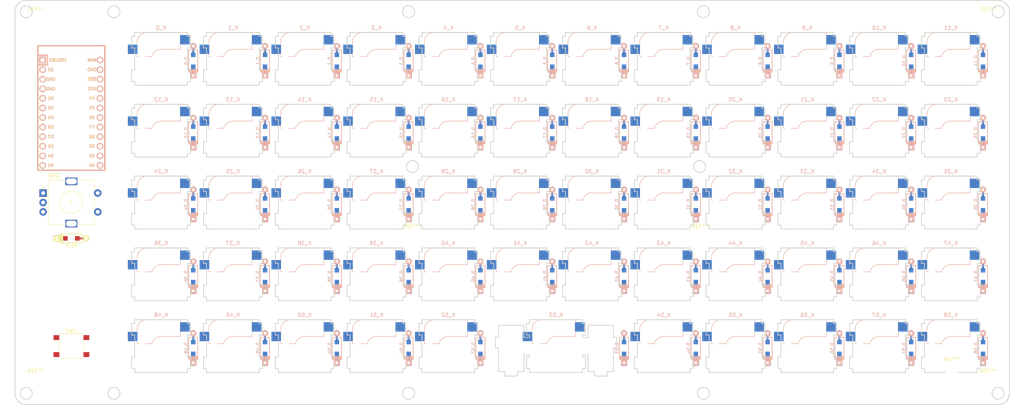
<source format=kicad_pcb>
(kicad_pcb (version 20171130) (host pcbnew "(5.1.9)-1")
  (layers (0 F.Cu signal) (31 B.Cu signal) (34 B.Paste user) (35 F.Paste user) (36 B.SilkS user) (37 F.SilkS user) (38 B.Mask user) (39 F.Mask user) (44 Edge.Cuts user))
  (net 0 "")
  (net 1 col0)
  (net 2 col1)
  (net 3 col2)
  (net 4 col3)
  (net 5 col4)
  (net 6 col5)
  (net 7 row0)
  (net 8 row1)
  (net 9 row2)
  (net 10 row3)
  (net 11 row4)
  (net 12 row5)
  (net 13 "Net-(D_0-Pad2)")
  (net 14 "Net-(D_1-Pad2)")
  (net 15 "Net-(D_2-Pad2)")
  (net 16 "Net-(D_3-Pad2)")
  (net 17 "Net-(D_4-Pad2)")
  (net 18 "Net-(D_5-Pad2)")
  (net 19 "Net-(D_6-Pad2)")
  (net 20 "Net-(D_7-Pad2)")
  (net 21 "Net-(D_8-Pad2)")
  (net 22 "Net-(D_9-Pad2)")
  (net 23 "Net-(D_10-Pad2)")
  (net 24 "Net-(D_11-Pad2)")
  (net 25 "Net-(D_12-Pad2)")
  (net 26 "Net-(D_13-Pad2)")
  (net 27 "Net-(D_14-Pad2)")
  (net 28 "Net-(D_15-Pad2)")
  (net 29 "Net-(D_16-Pad2)")
  (net 30 "Net-(D_17-Pad2)")
  (net 31 "Net-(D_18-Pad2)")
  (net 32 "Net-(D_19-Pad2)")
  (net 33 "Net-(D_20-Pad2)")
  (net 34 "Net-(D_21-Pad2)")
  (net 35 "Net-(D_22-Pad2)")
  (net 36 "Net-(D_23-Pad2)")
  (net 37 "Net-(D_24-Pad2)")
  (net 38 "Net-(D_25-Pad2)")
  (net 39 "Net-(D_26-Pad2)")
  (net 40 "Net-(D_27-Pad2)")
  (net 41 "Net-(D_28-Pad2)")
  (net 42 "Net-(D_29-Pad2)")
  (net 43 "Net-(D_30-Pad2)")
  (net 44 "Net-(D_31-Pad2)")
  (net 45 "Net-(D_32-Pad2)")
  (net 46 "Net-(D_33-Pad2)")
  (net 47 "Net-(D_34-Pad2)")
  (net 48 "Net-(D_35-Pad2)")
  (net 49 "Net-(D_36-Pad2)")
  (net 50 "Net-(D_37-Pad2)")
  (net 51 "Net-(D_38-Pad2)")
  (net 52 "Net-(D_39-Pad2)")
  (net 53 "Net-(D_40-Pad2)")
  (net 54 "Net-(D_41-Pad2)")
  (net 55 "Net-(D_42-Pad2)")
  (net 56 "Net-(D_43-Pad2)")
  (net 57 "Net-(D_44-Pad2)")
  (net 58 "Net-(D_45-Pad2)")
  (net 59 "Net-(D_46-Pad2)")
  (net 60 "Net-(D_47-Pad2)")
  (net 61 "Net-(D_48-Pad2)")
  (net 62 "Net-(D_49-Pad2)")
  (net 63 "Net-(D_50-Pad2)")
  (net 64 "Net-(D_51-Pad2)")
  (net 65 "Net-(D_52-Pad2)")
  (net 66 "Net-(D_53-Pad2)")
  (net 67 "Net-(D_54-Pad2)")
  (net 68 "Net-(D_55-Pad2)")
  (net 69 "Net-(D_56-Pad2)")
  (net 70 "Net-(D_57-Pad2)")
  (net 71 "Net-(D_58-Pad2)")
  (net 72 row6)
  (net 73 row7)
  (net 74 row8)
  (net 75 row9)
  (net 76 /swa2)
  (net 77 "Net-(SW1-Pad2)")
  (net 78 "Net-(SW1-Pad1)")
  (net 79 /rotb)
  (net 80 "Net-(SW2-PadC)")
  (net 81 /rota)
  (net 82 "Net-(U1-Pad24)")
  (net 83 "Net-(U1-Pad21)")
  (net 84 "Net-(U1-Pad4)")
  (module MountingHole:MountingHole_2.2mm_M2 (layer F.Cu) (at 197.6479 78.5829)
    (fp_text reference REF** (at 0 -3.2) (layer F.SilkS))
    (fp_text value MountingHole_2.2mm_M2)
    (pad 1 np_thru_hole circle (at 0 0) (size 2.2 2.2) (drill 2.2) (layers *.Cu *.Mask))
  )
  (module MountingHole:MountingHole_2.2mm_M2 (layer F.Cu) (at 121.4463 78.5829)
    (fp_text reference REF** (at 0 -3.2) (layer F.SilkS))
    (fp_text value MountingHole_2.2mm_M2)
    (pad 1 np_thru_hole circle (at 0 0) (size 2.2 2.2) (drill 2.2) (layers *.Cu *.Mask))
  )
  (module MountingHole:MountingHole_2.2mm_M2 (layer F.Cu) (at 274.25 117)
    (fp_text reference REF** (at 0 -3.2) (layer F.SilkS))
    (fp_text value MountingHole_2.2mm_M2)
    (pad 1 np_thru_hole circle (at 0 0) (size 2.2 2.2) (drill 2.2) (layers *.Cu *.Mask))
  )
  (module MountingHole:MountingHole_2.2mm_M2 (layer F.Cu) (at 274.25 21)
    (fp_text reference REF** (at 0 -3.2) (layer F.SilkS))
    (fp_text value MountingHole_2.2mm_M2)
    (pad 1 np_thru_hole circle (at 0 0) (size 2.2 2.2) (drill 2.2) (layers *.Cu *.Mask))
  )
  (module MountingHole:MountingHole_2.2mm_M2 (layer F.Cu) (at 21.5 21)
    (fp_text reference REF** (at 0 -3.2) (layer F.SilkS))
    (fp_text value MountingHole_2.2mm_M2)
    (pad 1 np_thru_hole circle (at 0 0) (size 2.2 2.2) (drill 2.2) (layers *.Cu *.Mask))
  )
  (module MountingHole:MountingHole_2.2mm_M2 (layer F.Cu) (at 21.5 117)
    (fp_text reference REF** (at 0 -3.2) (layer F.SilkS))
    (fp_text value MountingHole_2.2mm_M2)
    (pad 1 np_thru_hole circle (at 0 0) (size 2.2 2.2) (drill 2.2) (layers *.Cu *.Mask))
  )
  (module MountingHole:MountingHole_3.2mm_M3_DIN965 (layer F.Cu) (at 264.4947 114.5317)
    (fp_text reference REF** (at 0 -3.8) (layer F.SilkS))
    (fp_text value MountingHole_3.2mm_M3_DIN965)
    (pad 1 np_thru_hole circle (at 0 0) (size 3.2 3.2) (drill 3.2) (layers *.Cu *.Mask))
  )
  (module keyboard_parts:D_SOD123_axial (layer F.Cu) (at 30.9569 78.5829)
    (fp_text reference D_59 (at 0 1.925) (layer F.SilkS) (effects (font (size 0.8 0.8))))
    (fp_text value D hide)
    (pad 2 smd rect (at 2.7 0) (size 2.5 0.5) (layers F.Cu) (net 76 /swa2))
    (pad 1 smd rect (at -2.7 0) (size 2.5 0.5) (layers F.Cu) (net 75 row9))
    (pad 2 thru_hole circle (at 3.9 0) (size 1.6 1.6) (drill 0.7) (layers *.Cu *.Mask F.SilkS) (net 76 /swa2))
    (pad 1 thru_hole rect (at -3.9 0) (size 1.6 1.6) (drill 0.7) (layers *.Cu *.Mask F.SilkS) (net 75 row9))
    (pad 1 smd rect (at -1.575 0) (size 1.2 1.2) (layers F.Cu F.Paste F.Mask) (net 75 row9))
    (pad 2 smd rect (at 1.575 0) (size 1.2 1.2) (layers F.Cu F.Paste F.Mask) (net 76 /swa2))
  )
  (module keyboard_parts:D_SOD123_axial (layer B.Cu) (at 272.8447 107.6567 90)
    (fp_text reference D_58 (at 0 -1.925 90) (layer B.SilkS) (effects (font (size 0.8 0.8)) (justify mirror)))
    (fp_text value D hide)
    (pad 2 smd rect (at 2.7 0 90) (size 2.5 0.5) (layers B.Cu) (net 71 "Net-(D_58-Pad2)"))
    (pad 1 smd rect (at -2.7 0 90) (size 2.5 0.5) (layers B.Cu) (net 75 row9))
    (pad 2 thru_hole circle (at 3.9 0 90) (size 1.6 1.6) (drill 0.7) (layers *.Cu *.Mask B.SilkS) (net 71 "Net-(D_58-Pad2)"))
    (pad 1 thru_hole rect (at -3.9 0 90) (size 1.6 1.6) (drill 0.7) (layers *.Cu *.Mask B.SilkS) (net 75 row9))
    (pad 1 smd rect (at -1.575 0 90) (size 1.2 1.2) (layers B.Cu B.Paste B.Mask) (net 75 row9))
    (pad 2 smd rect (at 1.575 0 90) (size 1.2 1.2) (layers B.Cu B.Paste B.Mask) (net 71 "Net-(D_58-Pad2)"))
  )
  (module keyboard_parts:D_SOD123_axial (layer B.Cu) (at 253.7947 107.6567 90)
    (fp_text reference D_57 (at 0 -1.925 90) (layer B.SilkS) (effects (font (size 0.8 0.8)) (justify mirror)))
    (fp_text value D hide)
    (pad 2 smd rect (at 2.7 0 90) (size 2.5 0.5) (layers B.Cu) (net 70 "Net-(D_57-Pad2)"))
    (pad 1 smd rect (at -2.7 0 90) (size 2.5 0.5) (layers B.Cu) (net 74 row8))
    (pad 2 thru_hole circle (at 3.9 0 90) (size 1.6 1.6) (drill 0.7) (layers *.Cu *.Mask B.SilkS) (net 70 "Net-(D_57-Pad2)"))
    (pad 1 thru_hole rect (at -3.9 0 90) (size 1.6 1.6) (drill 0.7) (layers *.Cu *.Mask B.SilkS) (net 74 row8))
    (pad 1 smd rect (at -1.575 0 90) (size 1.2 1.2) (layers B.Cu B.Paste B.Mask) (net 74 row8))
    (pad 2 smd rect (at 1.575 0 90) (size 1.2 1.2) (layers B.Cu B.Paste B.Mask) (net 70 "Net-(D_57-Pad2)"))
  )
  (module keyboard_parts:D_SOD123_axial (layer B.Cu) (at 234.7447 107.6567 90)
    (fp_text reference D_56 (at 0 -1.925 90) (layer B.SilkS) (effects (font (size 0.8 0.8)) (justify mirror)))
    (fp_text value D hide)
    (pad 2 smd rect (at 2.7 0 90) (size 2.5 0.5) (layers B.Cu) (net 69 "Net-(D_56-Pad2)"))
    (pad 1 smd rect (at -2.7 0 90) (size 2.5 0.5) (layers B.Cu) (net 75 row9))
    (pad 2 thru_hole circle (at 3.9 0 90) (size 1.6 1.6) (drill 0.7) (layers *.Cu *.Mask B.SilkS) (net 69 "Net-(D_56-Pad2)"))
    (pad 1 thru_hole rect (at -3.9 0 90) (size 1.6 1.6) (drill 0.7) (layers *.Cu *.Mask B.SilkS) (net 75 row9))
    (pad 1 smd rect (at -1.575 0 90) (size 1.2 1.2) (layers B.Cu B.Paste B.Mask) (net 75 row9))
    (pad 2 smd rect (at 1.575 0 90) (size 1.2 1.2) (layers B.Cu B.Paste B.Mask) (net 69 "Net-(D_56-Pad2)"))
  )
  (module keyboard_parts:D_SOD123_axial (layer B.Cu) (at 215.6947 107.6567 90)
    (fp_text reference D_55 (at 0 -1.925 90) (layer B.SilkS) (effects (font (size 0.8 0.8)) (justify mirror)))
    (fp_text value D hide)
    (pad 2 smd rect (at 2.7 0 90) (size 2.5 0.5) (layers B.Cu) (net 68 "Net-(D_55-Pad2)"))
    (pad 1 smd rect (at -2.7 0 90) (size 2.5 0.5) (layers B.Cu) (net 74 row8))
    (pad 2 thru_hole circle (at 3.9 0 90) (size 1.6 1.6) (drill 0.7) (layers *.Cu *.Mask B.SilkS) (net 68 "Net-(D_55-Pad2)"))
    (pad 1 thru_hole rect (at -3.9 0 90) (size 1.6 1.6) (drill 0.7) (layers *.Cu *.Mask B.SilkS) (net 74 row8))
    (pad 1 smd rect (at -1.575 0 90) (size 1.2 1.2) (layers B.Cu B.Paste B.Mask) (net 74 row8))
    (pad 2 smd rect (at 1.575 0 90) (size 1.2 1.2) (layers B.Cu B.Paste B.Mask) (net 68 "Net-(D_55-Pad2)"))
  )
  (module keyboard_parts:D_SOD123_axial (layer B.Cu) (at 196.6447 107.6567 90)
    (fp_text reference D_54 (at 0 -1.925 90) (layer B.SilkS) (effects (font (size 0.8 0.8)) (justify mirror)))
    (fp_text value D hide)
    (pad 2 smd rect (at 2.7 0 90) (size 2.5 0.5) (layers B.Cu) (net 67 "Net-(D_54-Pad2)"))
    (pad 1 smd rect (at -2.7 0 90) (size 2.5 0.5) (layers B.Cu) (net 75 row9))
    (pad 2 thru_hole circle (at 3.9 0 90) (size 1.6 1.6) (drill 0.7) (layers *.Cu *.Mask B.SilkS) (net 67 "Net-(D_54-Pad2)"))
    (pad 1 thru_hole rect (at -3.9 0 90) (size 1.6 1.6) (drill 0.7) (layers *.Cu *.Mask B.SilkS) (net 75 row9))
    (pad 1 smd rect (at -1.575 0 90) (size 1.2 1.2) (layers B.Cu B.Paste B.Mask) (net 75 row9))
    (pad 2 smd rect (at 1.575 0 90) (size 1.2 1.2) (layers B.Cu B.Paste B.Mask) (net 67 "Net-(D_54-Pad2)"))
  )
  (module keyboard_parts:D_SOD123_axial (layer B.Cu) (at 177.5947 107.6567 90)
    (fp_text reference D_53 (at 0 -1.925 90) (layer B.SilkS) (effects (font (size 0.8 0.8)) (justify mirror)))
    (fp_text value D hide)
    (pad 2 smd rect (at 2.7 0 90) (size 2.5 0.5) (layers B.Cu) (net 66 "Net-(D_53-Pad2)"))
    (pad 1 smd rect (at -2.7 0 90) (size 2.5 0.5) (layers B.Cu) (net 74 row8))
    (pad 2 thru_hole circle (at 3.9 0 90) (size 1.6 1.6) (drill 0.7) (layers *.Cu *.Mask B.SilkS) (net 66 "Net-(D_53-Pad2)"))
    (pad 1 thru_hole rect (at -3.9 0 90) (size 1.6 1.6) (drill 0.7) (layers *.Cu *.Mask B.SilkS) (net 74 row8))
    (pad 1 smd rect (at -1.575 0 90) (size 1.2 1.2) (layers B.Cu B.Paste B.Mask) (net 74 row8))
    (pad 2 smd rect (at 1.575 0 90) (size 1.2 1.2) (layers B.Cu B.Paste B.Mask) (net 66 "Net-(D_53-Pad2)"))
  )
  (module keyboard_parts:D_SOD123_axial (layer B.Cu) (at 139.4947 107.6567 90)
    (fp_text reference D_52 (at 0 -1.925 90) (layer B.SilkS) (effects (font (size 0.8 0.8)) (justify mirror)))
    (fp_text value D hide)
    (pad 2 smd rect (at 2.7 0 90) (size 2.5 0.5) (layers B.Cu) (net 65 "Net-(D_52-Pad2)"))
    (pad 1 smd rect (at -2.7 0 90) (size 2.5 0.5) (layers B.Cu) (net 74 row8))
    (pad 2 thru_hole circle (at 3.9 0 90) (size 1.6 1.6) (drill 0.7) (layers *.Cu *.Mask B.SilkS) (net 65 "Net-(D_52-Pad2)"))
    (pad 1 thru_hole rect (at -3.9 0 90) (size 1.6 1.6) (drill 0.7) (layers *.Cu *.Mask B.SilkS) (net 74 row8))
    (pad 1 smd rect (at -1.575 0 90) (size 1.2 1.2) (layers B.Cu B.Paste B.Mask) (net 74 row8))
    (pad 2 smd rect (at 1.575 0 90) (size 1.2 1.2) (layers B.Cu B.Paste B.Mask) (net 65 "Net-(D_52-Pad2)"))
  )
  (module keyboard_parts:D_SOD123_axial (layer B.Cu) (at 120.4447 107.6567 90)
    (fp_text reference D_51 (at 0 -1.925 90) (layer B.SilkS) (effects (font (size 0.8 0.8)) (justify mirror)))
    (fp_text value D hide)
    (pad 2 smd rect (at 2.7 0 90) (size 2.5 0.5) (layers B.Cu) (net 64 "Net-(D_51-Pad2)"))
    (pad 1 smd rect (at -2.7 0 90) (size 2.5 0.5) (layers B.Cu) (net 75 row9))
    (pad 2 thru_hole circle (at 3.9 0 90) (size 1.6 1.6) (drill 0.7) (layers *.Cu *.Mask B.SilkS) (net 64 "Net-(D_51-Pad2)"))
    (pad 1 thru_hole rect (at -3.9 0 90) (size 1.6 1.6) (drill 0.7) (layers *.Cu *.Mask B.SilkS) (net 75 row9))
    (pad 1 smd rect (at -1.575 0 90) (size 1.2 1.2) (layers B.Cu B.Paste B.Mask) (net 75 row9))
    (pad 2 smd rect (at 1.575 0 90) (size 1.2 1.2) (layers B.Cu B.Paste B.Mask) (net 64 "Net-(D_51-Pad2)"))
  )
  (module keyboard_parts:D_SOD123_axial (layer B.Cu) (at 101.3947 107.6567 90)
    (fp_text reference D_50 (at 0 -1.925 90) (layer B.SilkS) (effects (font (size 0.8 0.8)) (justify mirror)))
    (fp_text value D hide)
    (pad 2 smd rect (at 2.7 0 90) (size 2.5 0.5) (layers B.Cu) (net 63 "Net-(D_50-Pad2)"))
    (pad 1 smd rect (at -2.7 0 90) (size 2.5 0.5) (layers B.Cu) (net 74 row8))
    (pad 2 thru_hole circle (at 3.9 0 90) (size 1.6 1.6) (drill 0.7) (layers *.Cu *.Mask B.SilkS) (net 63 "Net-(D_50-Pad2)"))
    (pad 1 thru_hole rect (at -3.9 0 90) (size 1.6 1.6) (drill 0.7) (layers *.Cu *.Mask B.SilkS) (net 74 row8))
    (pad 1 smd rect (at -1.575 0 90) (size 1.2 1.2) (layers B.Cu B.Paste B.Mask) (net 74 row8))
    (pad 2 smd rect (at 1.575 0 90) (size 1.2 1.2) (layers B.Cu B.Paste B.Mask) (net 63 "Net-(D_50-Pad2)"))
  )
  (module keyboard_parts:D_SOD123_axial (layer B.Cu) (at 82.3447 107.6567 90)
    (fp_text reference D_49 (at 0 -1.925 90) (layer B.SilkS) (effects (font (size 0.8 0.8)) (justify mirror)))
    (fp_text value D hide)
    (pad 2 smd rect (at 2.7 0 90) (size 2.5 0.5) (layers B.Cu) (net 62 "Net-(D_49-Pad2)"))
    (pad 1 smd rect (at -2.7 0 90) (size 2.5 0.5) (layers B.Cu) (net 75 row9))
    (pad 2 thru_hole circle (at 3.9 0 90) (size 1.6 1.6) (drill 0.7) (layers *.Cu *.Mask B.SilkS) (net 62 "Net-(D_49-Pad2)"))
    (pad 1 thru_hole rect (at -3.9 0 90) (size 1.6 1.6) (drill 0.7) (layers *.Cu *.Mask B.SilkS) (net 75 row9))
    (pad 1 smd rect (at -1.575 0 90) (size 1.2 1.2) (layers B.Cu B.Paste B.Mask) (net 75 row9))
    (pad 2 smd rect (at 1.575 0 90) (size 1.2 1.2) (layers B.Cu B.Paste B.Mask) (net 62 "Net-(D_49-Pad2)"))
  )
  (module keyboard_parts:D_SOD123_axial (layer B.Cu) (at 63.2947 107.6567 90)
    (fp_text reference D_48 (at 0 -1.925 90) (layer B.SilkS) (effects (font (size 0.8 0.8)) (justify mirror)))
    (fp_text value D hide)
    (pad 2 smd rect (at 2.7 0 90) (size 2.5 0.5) (layers B.Cu) (net 61 "Net-(D_48-Pad2)"))
    (pad 1 smd rect (at -2.7 0 90) (size 2.5 0.5) (layers B.Cu) (net 74 row8))
    (pad 2 thru_hole circle (at 3.9 0 90) (size 1.6 1.6) (drill 0.7) (layers *.Cu *.Mask B.SilkS) (net 61 "Net-(D_48-Pad2)"))
    (pad 1 thru_hole rect (at -3.9 0 90) (size 1.6 1.6) (drill 0.7) (layers *.Cu *.Mask B.SilkS) (net 74 row8))
    (pad 1 smd rect (at -1.575 0 90) (size 1.2 1.2) (layers B.Cu B.Paste B.Mask) (net 74 row8))
    (pad 2 smd rect (at 1.575 0 90) (size 1.2 1.2) (layers B.Cu B.Paste B.Mask) (net 61 "Net-(D_48-Pad2)"))
  )
  (module keyboard_parts:D_SOD123_axial (layer B.Cu) (at 272.8447 88.6067 90)
    (fp_text reference D_47 (at 0 -1.925 90) (layer B.SilkS) (effects (font (size 0.8 0.8)) (justify mirror)))
    (fp_text value D hide)
    (pad 2 smd rect (at 2.7 0 90) (size 2.5 0.5) (layers B.Cu) (net 60 "Net-(D_47-Pad2)"))
    (pad 1 smd rect (at -2.7 0 90) (size 2.5 0.5) (layers B.Cu) (net 73 row7))
    (pad 2 thru_hole circle (at 3.9 0 90) (size 1.6 1.6) (drill 0.7) (layers *.Cu *.Mask B.SilkS) (net 60 "Net-(D_47-Pad2)"))
    (pad 1 thru_hole rect (at -3.9 0 90) (size 1.6 1.6) (drill 0.7) (layers *.Cu *.Mask B.SilkS) (net 73 row7))
    (pad 1 smd rect (at -1.575 0 90) (size 1.2 1.2) (layers B.Cu B.Paste B.Mask) (net 73 row7))
    (pad 2 smd rect (at 1.575 0 90) (size 1.2 1.2) (layers B.Cu B.Paste B.Mask) (net 60 "Net-(D_47-Pad2)"))
  )
  (module keyboard_parts:D_SOD123_axial (layer B.Cu) (at 253.7947 88.6067 90)
    (fp_text reference D_46 (at 0 -1.925 90) (layer B.SilkS) (effects (font (size 0.8 0.8)) (justify mirror)))
    (fp_text value D hide)
    (pad 2 smd rect (at 2.7 0 90) (size 2.5 0.5) (layers B.Cu) (net 59 "Net-(D_46-Pad2)"))
    (pad 1 smd rect (at -2.7 0 90) (size 2.5 0.5) (layers B.Cu) (net 72 row6))
    (pad 2 thru_hole circle (at 3.9 0 90) (size 1.6 1.6) (drill 0.7) (layers *.Cu *.Mask B.SilkS) (net 59 "Net-(D_46-Pad2)"))
    (pad 1 thru_hole rect (at -3.9 0 90) (size 1.6 1.6) (drill 0.7) (layers *.Cu *.Mask B.SilkS) (net 72 row6))
    (pad 1 smd rect (at -1.575 0 90) (size 1.2 1.2) (layers B.Cu B.Paste B.Mask) (net 72 row6))
    (pad 2 smd rect (at 1.575 0 90) (size 1.2 1.2) (layers B.Cu B.Paste B.Mask) (net 59 "Net-(D_46-Pad2)"))
  )
  (module keyboard_parts:D_SOD123_axial (layer B.Cu) (at 234.7447 88.6067 90)
    (fp_text reference D_45 (at 0 -1.925 90) (layer B.SilkS) (effects (font (size 0.8 0.8)) (justify mirror)))
    (fp_text value D hide)
    (pad 2 smd rect (at 2.7 0 90) (size 2.5 0.5) (layers B.Cu) (net 58 "Net-(D_45-Pad2)"))
    (pad 1 smd rect (at -2.7 0 90) (size 2.5 0.5) (layers B.Cu) (net 73 row7))
    (pad 2 thru_hole circle (at 3.9 0 90) (size 1.6 1.6) (drill 0.7) (layers *.Cu *.Mask B.SilkS) (net 58 "Net-(D_45-Pad2)"))
    (pad 1 thru_hole rect (at -3.9 0 90) (size 1.6 1.6) (drill 0.7) (layers *.Cu *.Mask B.SilkS) (net 73 row7))
    (pad 1 smd rect (at -1.575 0 90) (size 1.2 1.2) (layers B.Cu B.Paste B.Mask) (net 73 row7))
    (pad 2 smd rect (at 1.575 0 90) (size 1.2 1.2) (layers B.Cu B.Paste B.Mask) (net 58 "Net-(D_45-Pad2)"))
  )
  (module keyboard_parts:D_SOD123_axial (layer B.Cu) (at 215.6947 88.6067 90)
    (fp_text reference D_44 (at 0 -1.925 90) (layer B.SilkS) (effects (font (size 0.8 0.8)) (justify mirror)))
    (fp_text value D hide)
    (pad 2 smd rect (at 2.7 0 90) (size 2.5 0.5) (layers B.Cu) (net 57 "Net-(D_44-Pad2)"))
    (pad 1 smd rect (at -2.7 0 90) (size 2.5 0.5) (layers B.Cu) (net 72 row6))
    (pad 2 thru_hole circle (at 3.9 0 90) (size 1.6 1.6) (drill 0.7) (layers *.Cu *.Mask B.SilkS) (net 57 "Net-(D_44-Pad2)"))
    (pad 1 thru_hole rect (at -3.9 0 90) (size 1.6 1.6) (drill 0.7) (layers *.Cu *.Mask B.SilkS) (net 72 row6))
    (pad 1 smd rect (at -1.575 0 90) (size 1.2 1.2) (layers B.Cu B.Paste B.Mask) (net 72 row6))
    (pad 2 smd rect (at 1.575 0 90) (size 1.2 1.2) (layers B.Cu B.Paste B.Mask) (net 57 "Net-(D_44-Pad2)"))
  )
  (module keyboard_parts:D_SOD123_axial (layer B.Cu) (at 196.6447 88.6067 90)
    (fp_text reference D_43 (at 0 -1.925 90) (layer B.SilkS) (effects (font (size 0.8 0.8)) (justify mirror)))
    (fp_text value D hide)
    (pad 2 smd rect (at 2.7 0 90) (size 2.5 0.5) (layers B.Cu) (net 56 "Net-(D_43-Pad2)"))
    (pad 1 smd rect (at -2.7 0 90) (size 2.5 0.5) (layers B.Cu) (net 73 row7))
    (pad 2 thru_hole circle (at 3.9 0 90) (size 1.6 1.6) (drill 0.7) (layers *.Cu *.Mask B.SilkS) (net 56 "Net-(D_43-Pad2)"))
    (pad 1 thru_hole rect (at -3.9 0 90) (size 1.6 1.6) (drill 0.7) (layers *.Cu *.Mask B.SilkS) (net 73 row7))
    (pad 1 smd rect (at -1.575 0 90) (size 1.2 1.2) (layers B.Cu B.Paste B.Mask) (net 73 row7))
    (pad 2 smd rect (at 1.575 0 90) (size 1.2 1.2) (layers B.Cu B.Paste B.Mask) (net 56 "Net-(D_43-Pad2)"))
  )
  (module keyboard_parts:D_SOD123_axial (layer B.Cu) (at 177.5947 88.6067 90)
    (fp_text reference D_42 (at 0 -1.925 90) (layer B.SilkS) (effects (font (size 0.8 0.8)) (justify mirror)))
    (fp_text value D hide)
    (pad 2 smd rect (at 2.7 0 90) (size 2.5 0.5) (layers B.Cu) (net 55 "Net-(D_42-Pad2)"))
    (pad 1 smd rect (at -2.7 0 90) (size 2.5 0.5) (layers B.Cu) (net 72 row6))
    (pad 2 thru_hole circle (at 3.9 0 90) (size 1.6 1.6) (drill 0.7) (layers *.Cu *.Mask B.SilkS) (net 55 "Net-(D_42-Pad2)"))
    (pad 1 thru_hole rect (at -3.9 0 90) (size 1.6 1.6) (drill 0.7) (layers *.Cu *.Mask B.SilkS) (net 72 row6))
    (pad 1 smd rect (at -1.575 0 90) (size 1.2 1.2) (layers B.Cu B.Paste B.Mask) (net 72 row6))
    (pad 2 smd rect (at 1.575 0 90) (size 1.2 1.2) (layers B.Cu B.Paste B.Mask) (net 55 "Net-(D_42-Pad2)"))
  )
  (module keyboard_parts:D_SOD123_axial (layer B.Cu) (at 158.5447 88.6067 90)
    (fp_text reference D_41 (at 0 -1.925 90) (layer B.SilkS) (effects (font (size 0.8 0.8)) (justify mirror)))
    (fp_text value D hide)
    (pad 2 smd rect (at 2.7 0 90) (size 2.5 0.5) (layers B.Cu) (net 54 "Net-(D_41-Pad2)"))
    (pad 1 smd rect (at -2.7 0 90) (size 2.5 0.5) (layers B.Cu) (net 73 row7))
    (pad 2 thru_hole circle (at 3.9 0 90) (size 1.6 1.6) (drill 0.7) (layers *.Cu *.Mask B.SilkS) (net 54 "Net-(D_41-Pad2)"))
    (pad 1 thru_hole rect (at -3.9 0 90) (size 1.6 1.6) (drill 0.7) (layers *.Cu *.Mask B.SilkS) (net 73 row7))
    (pad 1 smd rect (at -1.575 0 90) (size 1.2 1.2) (layers B.Cu B.Paste B.Mask) (net 73 row7))
    (pad 2 smd rect (at 1.575 0 90) (size 1.2 1.2) (layers B.Cu B.Paste B.Mask) (net 54 "Net-(D_41-Pad2)"))
  )
  (module keyboard_parts:D_SOD123_axial (layer B.Cu) (at 139.4947 88.6067 90)
    (fp_text reference D_40 (at 0 -1.925 90) (layer B.SilkS) (effects (font (size 0.8 0.8)) (justify mirror)))
    (fp_text value D hide)
    (pad 2 smd rect (at 2.7 0 90) (size 2.5 0.5) (layers B.Cu) (net 53 "Net-(D_40-Pad2)"))
    (pad 1 smd rect (at -2.7 0 90) (size 2.5 0.5) (layers B.Cu) (net 72 row6))
    (pad 2 thru_hole circle (at 3.9 0 90) (size 1.6 1.6) (drill 0.7) (layers *.Cu *.Mask B.SilkS) (net 53 "Net-(D_40-Pad2)"))
    (pad 1 thru_hole rect (at -3.9 0 90) (size 1.6 1.6) (drill 0.7) (layers *.Cu *.Mask B.SilkS) (net 72 row6))
    (pad 1 smd rect (at -1.575 0 90) (size 1.2 1.2) (layers B.Cu B.Paste B.Mask) (net 72 row6))
    (pad 2 smd rect (at 1.575 0 90) (size 1.2 1.2) (layers B.Cu B.Paste B.Mask) (net 53 "Net-(D_40-Pad2)"))
  )
  (module keyboard_parts:D_SOD123_axial (layer B.Cu) (at 120.4447 88.6067 90)
    (fp_text reference D_39 (at 0 -1.925 90) (layer B.SilkS) (effects (font (size 0.8 0.8)) (justify mirror)))
    (fp_text value D hide)
    (pad 2 smd rect (at 2.7 0 90) (size 2.5 0.5) (layers B.Cu) (net 52 "Net-(D_39-Pad2)"))
    (pad 1 smd rect (at -2.7 0 90) (size 2.5 0.5) (layers B.Cu) (net 73 row7))
    (pad 2 thru_hole circle (at 3.9 0 90) (size 1.6 1.6) (drill 0.7) (layers *.Cu *.Mask B.SilkS) (net 52 "Net-(D_39-Pad2)"))
    (pad 1 thru_hole rect (at -3.9 0 90) (size 1.6 1.6) (drill 0.7) (layers *.Cu *.Mask B.SilkS) (net 73 row7))
    (pad 1 smd rect (at -1.575 0 90) (size 1.2 1.2) (layers B.Cu B.Paste B.Mask) (net 73 row7))
    (pad 2 smd rect (at 1.575 0 90) (size 1.2 1.2) (layers B.Cu B.Paste B.Mask) (net 52 "Net-(D_39-Pad2)"))
  )
  (module keyboard_parts:D_SOD123_axial (layer B.Cu) (at 101.3947 88.6067 90)
    (fp_text reference D_38 (at 0 -1.925 90) (layer B.SilkS) (effects (font (size 0.8 0.8)) (justify mirror)))
    (fp_text value D hide)
    (pad 2 smd rect (at 2.7 0 90) (size 2.5 0.5) (layers B.Cu) (net 51 "Net-(D_38-Pad2)"))
    (pad 1 smd rect (at -2.7 0 90) (size 2.5 0.5) (layers B.Cu) (net 72 row6))
    (pad 2 thru_hole circle (at 3.9 0 90) (size 1.6 1.6) (drill 0.7) (layers *.Cu *.Mask B.SilkS) (net 51 "Net-(D_38-Pad2)"))
    (pad 1 thru_hole rect (at -3.9 0 90) (size 1.6 1.6) (drill 0.7) (layers *.Cu *.Mask B.SilkS) (net 72 row6))
    (pad 1 smd rect (at -1.575 0 90) (size 1.2 1.2) (layers B.Cu B.Paste B.Mask) (net 72 row6))
    (pad 2 smd rect (at 1.575 0 90) (size 1.2 1.2) (layers B.Cu B.Paste B.Mask) (net 51 "Net-(D_38-Pad2)"))
  )
  (module keyboard_parts:D_SOD123_axial (layer B.Cu) (at 82.3447 88.6067 90)
    (fp_text reference D_37 (at 0 -1.925 90) (layer B.SilkS) (effects (font (size 0.8 0.8)) (justify mirror)))
    (fp_text value D hide)
    (pad 2 smd rect (at 2.7 0 90) (size 2.5 0.5) (layers B.Cu) (net 50 "Net-(D_37-Pad2)"))
    (pad 1 smd rect (at -2.7 0 90) (size 2.5 0.5) (layers B.Cu) (net 73 row7))
    (pad 2 thru_hole circle (at 3.9 0 90) (size 1.6 1.6) (drill 0.7) (layers *.Cu *.Mask B.SilkS) (net 50 "Net-(D_37-Pad2)"))
    (pad 1 thru_hole rect (at -3.9 0 90) (size 1.6 1.6) (drill 0.7) (layers *.Cu *.Mask B.SilkS) (net 73 row7))
    (pad 1 smd rect (at -1.575 0 90) (size 1.2 1.2) (layers B.Cu B.Paste B.Mask) (net 73 row7))
    (pad 2 smd rect (at 1.575 0 90) (size 1.2 1.2) (layers B.Cu B.Paste B.Mask) (net 50 "Net-(D_37-Pad2)"))
  )
  (module keyboard_parts:D_SOD123_axial (layer B.Cu) (at 63.2947 88.6067 90)
    (fp_text reference D_36 (at 0 -1.925 90) (layer B.SilkS) (effects (font (size 0.8 0.8)) (justify mirror)))
    (fp_text value D hide)
    (pad 2 smd rect (at 2.7 0 90) (size 2.5 0.5) (layers B.Cu) (net 49 "Net-(D_36-Pad2)"))
    (pad 1 smd rect (at -2.7 0 90) (size 2.5 0.5) (layers B.Cu) (net 72 row6))
    (pad 2 thru_hole circle (at 3.9 0 90) (size 1.6 1.6) (drill 0.7) (layers *.Cu *.Mask B.SilkS) (net 49 "Net-(D_36-Pad2)"))
    (pad 1 thru_hole rect (at -3.9 0 90) (size 1.6 1.6) (drill 0.7) (layers *.Cu *.Mask B.SilkS) (net 72 row6))
    (pad 1 smd rect (at -1.575 0 90) (size 1.2 1.2) (layers B.Cu B.Paste B.Mask) (net 72 row6))
    (pad 2 smd rect (at 1.575 0 90) (size 1.2 1.2) (layers B.Cu B.Paste B.Mask) (net 49 "Net-(D_36-Pad2)"))
  )
  (module keyboard_parts:D_SOD123_axial (layer B.Cu) (at 272.8447 69.5567 90)
    (fp_text reference D_35 (at 0 -1.925 90) (layer B.SilkS) (effects (font (size 0.8 0.8)) (justify mirror)))
    (fp_text value D hide)
    (pad 2 smd rect (at 2.7 0 90) (size 2.5 0.5) (layers B.Cu) (net 48 "Net-(D_35-Pad2)"))
    (pad 1 smd rect (at -2.7 0 90) (size 2.5 0.5) (layers B.Cu) (net 12 row5))
    (pad 2 thru_hole circle (at 3.9 0 90) (size 1.6 1.6) (drill 0.7) (layers *.Cu *.Mask B.SilkS) (net 48 "Net-(D_35-Pad2)"))
    (pad 1 thru_hole rect (at -3.9 0 90) (size 1.6 1.6) (drill 0.7) (layers *.Cu *.Mask B.SilkS) (net 12 row5))
    (pad 1 smd rect (at -1.575 0 90) (size 1.2 1.2) (layers B.Cu B.Paste B.Mask) (net 12 row5))
    (pad 2 smd rect (at 1.575 0 90) (size 1.2 1.2) (layers B.Cu B.Paste B.Mask) (net 48 "Net-(D_35-Pad2)"))
  )
  (module keyboard_parts:D_SOD123_axial (layer B.Cu) (at 253.7947 69.5567 90)
    (fp_text reference D_34 (at 0 -1.925 90) (layer B.SilkS) (effects (font (size 0.8 0.8)) (justify mirror)))
    (fp_text value D hide)
    (pad 2 smd rect (at 2.7 0 90) (size 2.5 0.5) (layers B.Cu) (net 47 "Net-(D_34-Pad2)"))
    (pad 1 smd rect (at -2.7 0 90) (size 2.5 0.5) (layers B.Cu) (net 11 row4))
    (pad 2 thru_hole circle (at 3.9 0 90) (size 1.6 1.6) (drill 0.7) (layers *.Cu *.Mask B.SilkS) (net 47 "Net-(D_34-Pad2)"))
    (pad 1 thru_hole rect (at -3.9 0 90) (size 1.6 1.6) (drill 0.7) (layers *.Cu *.Mask B.SilkS) (net 11 row4))
    (pad 1 smd rect (at -1.575 0 90) (size 1.2 1.2) (layers B.Cu B.Paste B.Mask) (net 11 row4))
    (pad 2 smd rect (at 1.575 0 90) (size 1.2 1.2) (layers B.Cu B.Paste B.Mask) (net 47 "Net-(D_34-Pad2)"))
  )
  (module keyboard_parts:D_SOD123_axial (layer B.Cu) (at 234.7447 69.5567 90)
    (fp_text reference D_33 (at 0 -1.925 90) (layer B.SilkS) (effects (font (size 0.8 0.8)) (justify mirror)))
    (fp_text value D hide)
    (pad 2 smd rect (at 2.7 0 90) (size 2.5 0.5) (layers B.Cu) (net 46 "Net-(D_33-Pad2)"))
    (pad 1 smd rect (at -2.7 0 90) (size 2.5 0.5) (layers B.Cu) (net 12 row5))
    (pad 2 thru_hole circle (at 3.9 0 90) (size 1.6 1.6) (drill 0.7) (layers *.Cu *.Mask B.SilkS) (net 46 "Net-(D_33-Pad2)"))
    (pad 1 thru_hole rect (at -3.9 0 90) (size 1.6 1.6) (drill 0.7) (layers *.Cu *.Mask B.SilkS) (net 12 row5))
    (pad 1 smd rect (at -1.575 0 90) (size 1.2 1.2) (layers B.Cu B.Paste B.Mask) (net 12 row5))
    (pad 2 smd rect (at 1.575 0 90) (size 1.2 1.2) (layers B.Cu B.Paste B.Mask) (net 46 "Net-(D_33-Pad2)"))
  )
  (module keyboard_parts:D_SOD123_axial (layer B.Cu) (at 215.6947 69.5567 90)
    (fp_text reference D_32 (at 0 -1.925 90) (layer B.SilkS) (effects (font (size 0.8 0.8)) (justify mirror)))
    (fp_text value D hide)
    (pad 2 smd rect (at 2.7 0 90) (size 2.5 0.5) (layers B.Cu) (net 45 "Net-(D_32-Pad2)"))
    (pad 1 smd rect (at -2.7 0 90) (size 2.5 0.5) (layers B.Cu) (net 11 row4))
    (pad 2 thru_hole circle (at 3.9 0 90) (size 1.6 1.6) (drill 0.7) (layers *.Cu *.Mask B.SilkS) (net 45 "Net-(D_32-Pad2)"))
    (pad 1 thru_hole rect (at -3.9 0 90) (size 1.6 1.6) (drill 0.7) (layers *.Cu *.Mask B.SilkS) (net 11 row4))
    (pad 1 smd rect (at -1.575 0 90) (size 1.2 1.2) (layers B.Cu B.Paste B.Mask) (net 11 row4))
    (pad 2 smd rect (at 1.575 0 90) (size 1.2 1.2) (layers B.Cu B.Paste B.Mask) (net 45 "Net-(D_32-Pad2)"))
  )
  (module keyboard_parts:D_SOD123_axial (layer B.Cu) (at 196.6447 69.5567 90)
    (fp_text reference D_31 (at 0 -1.925 90) (layer B.SilkS) (effects (font (size 0.8 0.8)) (justify mirror)))
    (fp_text value D hide)
    (pad 2 smd rect (at 2.7 0 90) (size 2.5 0.5) (layers B.Cu) (net 44 "Net-(D_31-Pad2)"))
    (pad 1 smd rect (at -2.7 0 90) (size 2.5 0.5) (layers B.Cu) (net 12 row5))
    (pad 2 thru_hole circle (at 3.9 0 90) (size 1.6 1.6) (drill 0.7) (layers *.Cu *.Mask B.SilkS) (net 44 "Net-(D_31-Pad2)"))
    (pad 1 thru_hole rect (at -3.9 0 90) (size 1.6 1.6) (drill 0.7) (layers *.Cu *.Mask B.SilkS) (net 12 row5))
    (pad 1 smd rect (at -1.575 0 90) (size 1.2 1.2) (layers B.Cu B.Paste B.Mask) (net 12 row5))
    (pad 2 smd rect (at 1.575 0 90) (size 1.2 1.2) (layers B.Cu B.Paste B.Mask) (net 44 "Net-(D_31-Pad2)"))
  )
  (module keyboard_parts:D_SOD123_axial (layer B.Cu) (at 177.5947 69.5567 90)
    (fp_text reference D_30 (at 0 -1.925 90) (layer B.SilkS) (effects (font (size 0.8 0.8)) (justify mirror)))
    (fp_text value D hide)
    (pad 2 smd rect (at 2.7 0 90) (size 2.5 0.5) (layers B.Cu) (net 43 "Net-(D_30-Pad2)"))
    (pad 1 smd rect (at -2.7 0 90) (size 2.5 0.5) (layers B.Cu) (net 11 row4))
    (pad 2 thru_hole circle (at 3.9 0 90) (size 1.6 1.6) (drill 0.7) (layers *.Cu *.Mask B.SilkS) (net 43 "Net-(D_30-Pad2)"))
    (pad 1 thru_hole rect (at -3.9 0 90) (size 1.6 1.6) (drill 0.7) (layers *.Cu *.Mask B.SilkS) (net 11 row4))
    (pad 1 smd rect (at -1.575 0 90) (size 1.2 1.2) (layers B.Cu B.Paste B.Mask) (net 11 row4))
    (pad 2 smd rect (at 1.575 0 90) (size 1.2 1.2) (layers B.Cu B.Paste B.Mask) (net 43 "Net-(D_30-Pad2)"))
  )
  (module keyboard_parts:D_SOD123_axial (layer B.Cu) (at 158.5447 69.5567 90)
    (fp_text reference D_29 (at 0 -1.925 90) (layer B.SilkS) (effects (font (size 0.8 0.8)) (justify mirror)))
    (fp_text value D hide)
    (pad 2 smd rect (at 2.7 0 90) (size 2.5 0.5) (layers B.Cu) (net 42 "Net-(D_29-Pad2)"))
    (pad 1 smd rect (at -2.7 0 90) (size 2.5 0.5) (layers B.Cu) (net 12 row5))
    (pad 2 thru_hole circle (at 3.9 0 90) (size 1.6 1.6) (drill 0.7) (layers *.Cu *.Mask B.SilkS) (net 42 "Net-(D_29-Pad2)"))
    (pad 1 thru_hole rect (at -3.9 0 90) (size 1.6 1.6) (drill 0.7) (layers *.Cu *.Mask B.SilkS) (net 12 row5))
    (pad 1 smd rect (at -1.575 0 90) (size 1.2 1.2) (layers B.Cu B.Paste B.Mask) (net 12 row5))
    (pad 2 smd rect (at 1.575 0 90) (size 1.2 1.2) (layers B.Cu B.Paste B.Mask) (net 42 "Net-(D_29-Pad2)"))
  )
  (module keyboard_parts:D_SOD123_axial (layer B.Cu) (at 139.4947 69.5567 90)
    (fp_text reference D_28 (at 0 -1.925 90) (layer B.SilkS) (effects (font (size 0.8 0.8)) (justify mirror)))
    (fp_text value D hide)
    (pad 2 smd rect (at 2.7 0 90) (size 2.5 0.5) (layers B.Cu) (net 41 "Net-(D_28-Pad2)"))
    (pad 1 smd rect (at -2.7 0 90) (size 2.5 0.5) (layers B.Cu) (net 11 row4))
    (pad 2 thru_hole circle (at 3.9 0 90) (size 1.6 1.6) (drill 0.7) (layers *.Cu *.Mask B.SilkS) (net 41 "Net-(D_28-Pad2)"))
    (pad 1 thru_hole rect (at -3.9 0 90) (size 1.6 1.6) (drill 0.7) (layers *.Cu *.Mask B.SilkS) (net 11 row4))
    (pad 1 smd rect (at -1.575 0 90) (size 1.2 1.2) (layers B.Cu B.Paste B.Mask) (net 11 row4))
    (pad 2 smd rect (at 1.575 0 90) (size 1.2 1.2) (layers B.Cu B.Paste B.Mask) (net 41 "Net-(D_28-Pad2)"))
  )
  (module keyboard_parts:D_SOD123_axial (layer B.Cu) (at 120.4447 69.5567 90)
    (fp_text reference D_27 (at 0 -1.925 90) (layer B.SilkS) (effects (font (size 0.8 0.8)) (justify mirror)))
    (fp_text value D hide)
    (pad 2 smd rect (at 2.7 0 90) (size 2.5 0.5) (layers B.Cu) (net 40 "Net-(D_27-Pad2)"))
    (pad 1 smd rect (at -2.7 0 90) (size 2.5 0.5) (layers B.Cu) (net 12 row5))
    (pad 2 thru_hole circle (at 3.9 0 90) (size 1.6 1.6) (drill 0.7) (layers *.Cu *.Mask B.SilkS) (net 40 "Net-(D_27-Pad2)"))
    (pad 1 thru_hole rect (at -3.9 0 90) (size 1.6 1.6) (drill 0.7) (layers *.Cu *.Mask B.SilkS) (net 12 row5))
    (pad 1 smd rect (at -1.575 0 90) (size 1.2 1.2) (layers B.Cu B.Paste B.Mask) (net 12 row5))
    (pad 2 smd rect (at 1.575 0 90) (size 1.2 1.2) (layers B.Cu B.Paste B.Mask) (net 40 "Net-(D_27-Pad2)"))
  )
  (module keyboard_parts:D_SOD123_axial (layer B.Cu) (at 101.3947 69.5567 90)
    (fp_text reference D_26 (at 0 -1.925 90) (layer B.SilkS) (effects (font (size 0.8 0.8)) (justify mirror)))
    (fp_text value D hide)
    (pad 2 smd rect (at 2.7 0 90) (size 2.5 0.5) (layers B.Cu) (net 39 "Net-(D_26-Pad2)"))
    (pad 1 smd rect (at -2.7 0 90) (size 2.5 0.5) (layers B.Cu) (net 11 row4))
    (pad 2 thru_hole circle (at 3.9 0 90) (size 1.6 1.6) (drill 0.7) (layers *.Cu *.Mask B.SilkS) (net 39 "Net-(D_26-Pad2)"))
    (pad 1 thru_hole rect (at -3.9 0 90) (size 1.6 1.6) (drill 0.7) (layers *.Cu *.Mask B.SilkS) (net 11 row4))
    (pad 1 smd rect (at -1.575 0 90) (size 1.2 1.2) (layers B.Cu B.Paste B.Mask) (net 11 row4))
    (pad 2 smd rect (at 1.575 0 90) (size 1.2 1.2) (layers B.Cu B.Paste B.Mask) (net 39 "Net-(D_26-Pad2)"))
  )
  (module keyboard_parts:D_SOD123_axial (layer B.Cu) (at 82.3447 69.5567 90)
    (fp_text reference D_25 (at 0 -1.925 90) (layer B.SilkS) (effects (font (size 0.8 0.8)) (justify mirror)))
    (fp_text value D hide)
    (pad 2 smd rect (at 2.7 0 90) (size 2.5 0.5) (layers B.Cu) (net 38 "Net-(D_25-Pad2)"))
    (pad 1 smd rect (at -2.7 0 90) (size 2.5 0.5) (layers B.Cu) (net 12 row5))
    (pad 2 thru_hole circle (at 3.9 0 90) (size 1.6 1.6) (drill 0.7) (layers *.Cu *.Mask B.SilkS) (net 38 "Net-(D_25-Pad2)"))
    (pad 1 thru_hole rect (at -3.9 0 90) (size 1.6 1.6) (drill 0.7) (layers *.Cu *.Mask B.SilkS) (net 12 row5))
    (pad 1 smd rect (at -1.575 0 90) (size 1.2 1.2) (layers B.Cu B.Paste B.Mask) (net 12 row5))
    (pad 2 smd rect (at 1.575 0 90) (size 1.2 1.2) (layers B.Cu B.Paste B.Mask) (net 38 "Net-(D_25-Pad2)"))
  )
  (module keyboard_parts:D_SOD123_axial (layer B.Cu) (at 63.2947 69.5567 90)
    (fp_text reference D_24 (at 0 -1.925 90) (layer B.SilkS) (effects (font (size 0.8 0.8)) (justify mirror)))
    (fp_text value D hide)
    (pad 2 smd rect (at 2.7 0 90) (size 2.5 0.5) (layers B.Cu) (net 37 "Net-(D_24-Pad2)"))
    (pad 1 smd rect (at -2.7 0 90) (size 2.5 0.5) (layers B.Cu) (net 11 row4))
    (pad 2 thru_hole circle (at 3.9 0 90) (size 1.6 1.6) (drill 0.7) (layers *.Cu *.Mask B.SilkS) (net 37 "Net-(D_24-Pad2)"))
    (pad 1 thru_hole rect (at -3.9 0 90) (size 1.6 1.6) (drill 0.7) (layers *.Cu *.Mask B.SilkS) (net 11 row4))
    (pad 1 smd rect (at -1.575 0 90) (size 1.2 1.2) (layers B.Cu B.Paste B.Mask) (net 11 row4))
    (pad 2 smd rect (at 1.575 0 90) (size 1.2 1.2) (layers B.Cu B.Paste B.Mask) (net 37 "Net-(D_24-Pad2)"))
  )
  (module keyboard_parts:D_SOD123_axial (layer B.Cu) (at 272.8447 50.5067 90)
    (fp_text reference D_23 (at 0 -1.925 90) (layer B.SilkS) (effects (font (size 0.8 0.8)) (justify mirror)))
    (fp_text value D hide)
    (pad 2 smd rect (at 2.7 0 90) (size 2.5 0.5) (layers B.Cu) (net 36 "Net-(D_23-Pad2)"))
    (pad 1 smd rect (at -2.7 0 90) (size 2.5 0.5) (layers B.Cu) (net 10 row3))
    (pad 2 thru_hole circle (at 3.9 0 90) (size 1.6 1.6) (drill 0.7) (layers *.Cu *.Mask B.SilkS) (net 36 "Net-(D_23-Pad2)"))
    (pad 1 thru_hole rect (at -3.9 0 90) (size 1.6 1.6) (drill 0.7) (layers *.Cu *.Mask B.SilkS) (net 10 row3))
    (pad 1 smd rect (at -1.575 0 90) (size 1.2 1.2) (layers B.Cu B.Paste B.Mask) (net 10 row3))
    (pad 2 smd rect (at 1.575 0 90) (size 1.2 1.2) (layers B.Cu B.Paste B.Mask) (net 36 "Net-(D_23-Pad2)"))
  )
  (module keyboard_parts:D_SOD123_axial (layer B.Cu) (at 253.7947 50.5067 90)
    (fp_text reference D_22 (at 0 -1.925 90) (layer B.SilkS) (effects (font (size 0.8 0.8)) (justify mirror)))
    (fp_text value D hide)
    (pad 2 smd rect (at 2.7 0 90) (size 2.5 0.5) (layers B.Cu) (net 35 "Net-(D_22-Pad2)"))
    (pad 1 smd rect (at -2.7 0 90) (size 2.5 0.5) (layers B.Cu) (net 9 row2))
    (pad 2 thru_hole circle (at 3.9 0 90) (size 1.6 1.6) (drill 0.7) (layers *.Cu *.Mask B.SilkS) (net 35 "Net-(D_22-Pad2)"))
    (pad 1 thru_hole rect (at -3.9 0 90) (size 1.6 1.6) (drill 0.7) (layers *.Cu *.Mask B.SilkS) (net 9 row2))
    (pad 1 smd rect (at -1.575 0 90) (size 1.2 1.2) (layers B.Cu B.Paste B.Mask) (net 9 row2))
    (pad 2 smd rect (at 1.575 0 90) (size 1.2 1.2) (layers B.Cu B.Paste B.Mask) (net 35 "Net-(D_22-Pad2)"))
  )
  (module keyboard_parts:D_SOD123_axial (layer B.Cu) (at 234.7447 50.5067 90)
    (fp_text reference D_21 (at 0 -1.925 90) (layer B.SilkS) (effects (font (size 0.8 0.8)) (justify mirror)))
    (fp_text value D hide)
    (pad 2 smd rect (at 2.7 0 90) (size 2.5 0.5) (layers B.Cu) (net 34 "Net-(D_21-Pad2)"))
    (pad 1 smd rect (at -2.7 0 90) (size 2.5 0.5) (layers B.Cu) (net 10 row3))
    (pad 2 thru_hole circle (at 3.9 0 90) (size 1.6 1.6) (drill 0.7) (layers *.Cu *.Mask B.SilkS) (net 34 "Net-(D_21-Pad2)"))
    (pad 1 thru_hole rect (at -3.9 0 90) (size 1.6 1.6) (drill 0.7) (layers *.Cu *.Mask B.SilkS) (net 10 row3))
    (pad 1 smd rect (at -1.575 0 90) (size 1.2 1.2) (layers B.Cu B.Paste B.Mask) (net 10 row3))
    (pad 2 smd rect (at 1.575 0 90) (size 1.2 1.2) (layers B.Cu B.Paste B.Mask) (net 34 "Net-(D_21-Pad2)"))
  )
  (module keyboard_parts:D_SOD123_axial (layer B.Cu) (at 215.6947 50.5067 90)
    (fp_text reference D_20 (at 0 -1.925 90) (layer B.SilkS) (effects (font (size 0.8 0.8)) (justify mirror)))
    (fp_text value D hide)
    (pad 2 smd rect (at 2.7 0 90) (size 2.5 0.5) (layers B.Cu) (net 33 "Net-(D_20-Pad2)"))
    (pad 1 smd rect (at -2.7 0 90) (size 2.5 0.5) (layers B.Cu) (net 9 row2))
    (pad 2 thru_hole circle (at 3.9 0 90) (size 1.6 1.6) (drill 0.7) (layers *.Cu *.Mask B.SilkS) (net 33 "Net-(D_20-Pad2)"))
    (pad 1 thru_hole rect (at -3.9 0 90) (size 1.6 1.6) (drill 0.7) (layers *.Cu *.Mask B.SilkS) (net 9 row2))
    (pad 1 smd rect (at -1.575 0 90) (size 1.2 1.2) (layers B.Cu B.Paste B.Mask) (net 9 row2))
    (pad 2 smd rect (at 1.575 0 90) (size 1.2 1.2) (layers B.Cu B.Paste B.Mask) (net 33 "Net-(D_20-Pad2)"))
  )
  (module keyboard_parts:D_SOD123_axial (layer B.Cu) (at 196.6447 50.5067 90)
    (fp_text reference D_19 (at 0 -1.925 90) (layer B.SilkS) (effects (font (size 0.8 0.8)) (justify mirror)))
    (fp_text value D hide)
    (pad 2 smd rect (at 2.7 0 90) (size 2.5 0.5) (layers B.Cu) (net 32 "Net-(D_19-Pad2)"))
    (pad 1 smd rect (at -2.7 0 90) (size 2.5 0.5) (layers B.Cu) (net 10 row3))
    (pad 2 thru_hole circle (at 3.9 0 90) (size 1.6 1.6) (drill 0.7) (layers *.Cu *.Mask B.SilkS) (net 32 "Net-(D_19-Pad2)"))
    (pad 1 thru_hole rect (at -3.9 0 90) (size 1.6 1.6) (drill 0.7) (layers *.Cu *.Mask B.SilkS) (net 10 row3))
    (pad 1 smd rect (at -1.575 0 90) (size 1.2 1.2) (layers B.Cu B.Paste B.Mask) (net 10 row3))
    (pad 2 smd rect (at 1.575 0 90) (size 1.2 1.2) (layers B.Cu B.Paste B.Mask) (net 32 "Net-(D_19-Pad2)"))
  )
  (module keyboard_parts:D_SOD123_axial (layer B.Cu) (at 177.5947 50.5067 90)
    (fp_text reference D_18 (at 0 -1.925 90) (layer B.SilkS) (effects (font (size 0.8 0.8)) (justify mirror)))
    (fp_text value D hide)
    (pad 2 smd rect (at 2.7 0 90) (size 2.5 0.5) (layers B.Cu) (net 31 "Net-(D_18-Pad2)"))
    (pad 1 smd rect (at -2.7 0 90) (size 2.5 0.5) (layers B.Cu) (net 9 row2))
    (pad 2 thru_hole circle (at 3.9 0 90) (size 1.6 1.6) (drill 0.7) (layers *.Cu *.Mask B.SilkS) (net 31 "Net-(D_18-Pad2)"))
    (pad 1 thru_hole rect (at -3.9 0 90) (size 1.6 1.6) (drill 0.7) (layers *.Cu *.Mask B.SilkS) (net 9 row2))
    (pad 1 smd rect (at -1.575 0 90) (size 1.2 1.2) (layers B.Cu B.Paste B.Mask) (net 9 row2))
    (pad 2 smd rect (at 1.575 0 90) (size 1.2 1.2) (layers B.Cu B.Paste B.Mask) (net 31 "Net-(D_18-Pad2)"))
  )
  (module keyboard_parts:D_SOD123_axial (layer B.Cu) (at 158.5447 50.5067 90)
    (fp_text reference D_17 (at 0 -1.925 90) (layer B.SilkS) (effects (font (size 0.8 0.8)) (justify mirror)))
    (fp_text value D hide)
    (pad 2 smd rect (at 2.7 0 90) (size 2.5 0.5) (layers B.Cu) (net 30 "Net-(D_17-Pad2)"))
    (pad 1 smd rect (at -2.7 0 90) (size 2.5 0.5) (layers B.Cu) (net 10 row3))
    (pad 2 thru_hole circle (at 3.9 0 90) (size 1.6 1.6) (drill 0.7) (layers *.Cu *.Mask B.SilkS) (net 30 "Net-(D_17-Pad2)"))
    (pad 1 thru_hole rect (at -3.9 0 90) (size 1.6 1.6) (drill 0.7) (layers *.Cu *.Mask B.SilkS) (net 10 row3))
    (pad 1 smd rect (at -1.575 0 90) (size 1.2 1.2) (layers B.Cu B.Paste B.Mask) (net 10 row3))
    (pad 2 smd rect (at 1.575 0 90) (size 1.2 1.2) (layers B.Cu B.Paste B.Mask) (net 30 "Net-(D_17-Pad2)"))
  )
  (module keyboard_parts:D_SOD123_axial (layer B.Cu) (at 139.4947 50.5067 90)
    (fp_text reference D_16 (at 0 -1.925 90) (layer B.SilkS) (effects (font (size 0.8 0.8)) (justify mirror)))
    (fp_text value D hide)
    (pad 2 smd rect (at 2.7 0 90) (size 2.5 0.5) (layers B.Cu) (net 29 "Net-(D_16-Pad2)"))
    (pad 1 smd rect (at -2.7 0 90) (size 2.5 0.5) (layers B.Cu) (net 9 row2))
    (pad 2 thru_hole circle (at 3.9 0 90) (size 1.6 1.6) (drill 0.7) (layers *.Cu *.Mask B.SilkS) (net 29 "Net-(D_16-Pad2)"))
    (pad 1 thru_hole rect (at -3.9 0 90) (size 1.6 1.6) (drill 0.7) (layers *.Cu *.Mask B.SilkS) (net 9 row2))
    (pad 1 smd rect (at -1.575 0 90) (size 1.2 1.2) (layers B.Cu B.Paste B.Mask) (net 9 row2))
    (pad 2 smd rect (at 1.575 0 90) (size 1.2 1.2) (layers B.Cu B.Paste B.Mask) (net 29 "Net-(D_16-Pad2)"))
  )
  (module keyboard_parts:D_SOD123_axial (layer B.Cu) (at 120.4447 50.5067 90)
    (fp_text reference D_15 (at 0 -1.925 90) (layer B.SilkS) (effects (font (size 0.8 0.8)) (justify mirror)))
    (fp_text value D hide)
    (pad 2 smd rect (at 2.7 0 90) (size 2.5 0.5) (layers B.Cu) (net 28 "Net-(D_15-Pad2)"))
    (pad 1 smd rect (at -2.7 0 90) (size 2.5 0.5) (layers B.Cu) (net 10 row3))
    (pad 2 thru_hole circle (at 3.9 0 90) (size 1.6 1.6) (drill 0.7) (layers *.Cu *.Mask B.SilkS) (net 28 "Net-(D_15-Pad2)"))
    (pad 1 thru_hole rect (at -3.9 0 90) (size 1.6 1.6) (drill 0.7) (layers *.Cu *.Mask B.SilkS) (net 10 row3))
    (pad 1 smd rect (at -1.575 0 90) (size 1.2 1.2) (layers B.Cu B.Paste B.Mask) (net 10 row3))
    (pad 2 smd rect (at 1.575 0 90) (size 1.2 1.2) (layers B.Cu B.Paste B.Mask) (net 28 "Net-(D_15-Pad2)"))
  )
  (module keyboard_parts:D_SOD123_axial (layer B.Cu) (at 101.3947 50.5067 90)
    (fp_text reference D_14 (at 0 -1.925 90) (layer B.SilkS) (effects (font (size 0.8 0.8)) (justify mirror)))
    (fp_text value D hide)
    (pad 2 smd rect (at 2.7 0 90) (size 2.5 0.5) (layers B.Cu) (net 27 "Net-(D_14-Pad2)"))
    (pad 1 smd rect (at -2.7 0 90) (size 2.5 0.5) (layers B.Cu) (net 9 row2))
    (pad 2 thru_hole circle (at 3.9 0 90) (size 1.6 1.6) (drill 0.7) (layers *.Cu *.Mask B.SilkS) (net 27 "Net-(D_14-Pad2)"))
    (pad 1 thru_hole rect (at -3.9 0 90) (size 1.6 1.6) (drill 0.7) (layers *.Cu *.Mask B.SilkS) (net 9 row2))
    (pad 1 smd rect (at -1.575 0 90) (size 1.2 1.2) (layers B.Cu B.Paste B.Mask) (net 9 row2))
    (pad 2 smd rect (at 1.575 0 90) (size 1.2 1.2) (layers B.Cu B.Paste B.Mask) (net 27 "Net-(D_14-Pad2)"))
  )
  (module keyboard_parts:D_SOD123_axial (layer B.Cu) (at 82.3447 50.5067 90)
    (fp_text reference D_13 (at 0 -1.925 90) (layer B.SilkS) (effects (font (size 0.8 0.8)) (justify mirror)))
    (fp_text value D hide)
    (pad 2 smd rect (at 2.7 0 90) (size 2.5 0.5) (layers B.Cu) (net 26 "Net-(D_13-Pad2)"))
    (pad 1 smd rect (at -2.7 0 90) (size 2.5 0.5) (layers B.Cu) (net 10 row3))
    (pad 2 thru_hole circle (at 3.9 0 90) (size 1.6 1.6) (drill 0.7) (layers *.Cu *.Mask B.SilkS) (net 26 "Net-(D_13-Pad2)"))
    (pad 1 thru_hole rect (at -3.9 0 90) (size 1.6 1.6) (drill 0.7) (layers *.Cu *.Mask B.SilkS) (net 10 row3))
    (pad 1 smd rect (at -1.575 0 90) (size 1.2 1.2) (layers B.Cu B.Paste B.Mask) (net 10 row3))
    (pad 2 smd rect (at 1.575 0 90) (size 1.2 1.2) (layers B.Cu B.Paste B.Mask) (net 26 "Net-(D_13-Pad2)"))
  )
  (module keyboard_parts:D_SOD123_axial (layer B.Cu) (at 63.2947 50.5067 90)
    (fp_text reference D_12 (at 0 -1.925 90) (layer B.SilkS) (effects (font (size 0.8 0.8)) (justify mirror)))
    (fp_text value D hide)
    (pad 2 smd rect (at 2.7 0 90) (size 2.5 0.5) (layers B.Cu) (net 25 "Net-(D_12-Pad2)"))
    (pad 1 smd rect (at -2.7 0 90) (size 2.5 0.5) (layers B.Cu) (net 9 row2))
    (pad 2 thru_hole circle (at 3.9 0 90) (size 1.6 1.6) (drill 0.7) (layers *.Cu *.Mask B.SilkS) (net 25 "Net-(D_12-Pad2)"))
    (pad 1 thru_hole rect (at -3.9 0 90) (size 1.6 1.6) (drill 0.7) (layers *.Cu *.Mask B.SilkS) (net 9 row2))
    (pad 1 smd rect (at -1.575 0 90) (size 1.2 1.2) (layers B.Cu B.Paste B.Mask) (net 9 row2))
    (pad 2 smd rect (at 1.575 0 90) (size 1.2 1.2) (layers B.Cu B.Paste B.Mask) (net 25 "Net-(D_12-Pad2)"))
  )
  (module keyboard_parts:D_SOD123_axial (layer B.Cu) (at 272.8447 31.4567 90)
    (fp_text reference D_11 (at 0 -1.925 90) (layer B.SilkS) (effects (font (size 0.8 0.8)) (justify mirror)))
    (fp_text value D hide)
    (pad 2 smd rect (at 2.7 0 90) (size 2.5 0.5) (layers B.Cu) (net 24 "Net-(D_11-Pad2)"))
    (pad 1 smd rect (at -2.7 0 90) (size 2.5 0.5) (layers B.Cu) (net 8 row1))
    (pad 2 thru_hole circle (at 3.9 0 90) (size 1.6 1.6) (drill 0.7) (layers *.Cu *.Mask B.SilkS) (net 24 "Net-(D_11-Pad2)"))
    (pad 1 thru_hole rect (at -3.9 0 90) (size 1.6 1.6) (drill 0.7) (layers *.Cu *.Mask B.SilkS) (net 8 row1))
    (pad 1 smd rect (at -1.575 0 90) (size 1.2 1.2) (layers B.Cu B.Paste B.Mask) (net 8 row1))
    (pad 2 smd rect (at 1.575 0 90) (size 1.2 1.2) (layers B.Cu B.Paste B.Mask) (net 24 "Net-(D_11-Pad2)"))
  )
  (module keyboard_parts:D_SOD123_axial (layer B.Cu) (at 253.7947 31.4567 90)
    (fp_text reference D_10 (at 0 -1.925 90) (layer B.SilkS) (effects (font (size 0.8 0.8)) (justify mirror)))
    (fp_text value D hide)
    (pad 2 smd rect (at 2.7 0 90) (size 2.5 0.5) (layers B.Cu) (net 23 "Net-(D_10-Pad2)"))
    (pad 1 smd rect (at -2.7 0 90) (size 2.5 0.5) (layers B.Cu) (net 7 row0))
    (pad 2 thru_hole circle (at 3.9 0 90) (size 1.6 1.6) (drill 0.7) (layers *.Cu *.Mask B.SilkS) (net 23 "Net-(D_10-Pad2)"))
    (pad 1 thru_hole rect (at -3.9 0 90) (size 1.6 1.6) (drill 0.7) (layers *.Cu *.Mask B.SilkS) (net 7 row0))
    (pad 1 smd rect (at -1.575 0 90) (size 1.2 1.2) (layers B.Cu B.Paste B.Mask) (net 7 row0))
    (pad 2 smd rect (at 1.575 0 90) (size 1.2 1.2) (layers B.Cu B.Paste B.Mask) (net 23 "Net-(D_10-Pad2)"))
  )
  (module keyboard_parts:D_SOD123_axial (layer B.Cu) (at 234.7447 31.4567 90)
    (fp_text reference D_9 (at 0 -1.925 90) (layer B.SilkS) (effects (font (size 0.8 0.8)) (justify mirror)))
    (fp_text value D hide)
    (pad 2 smd rect (at 2.7 0 90) (size 2.5 0.5) (layers B.Cu) (net 22 "Net-(D_9-Pad2)"))
    (pad 1 smd rect (at -2.7 0 90) (size 2.5 0.5) (layers B.Cu) (net 8 row1))
    (pad 2 thru_hole circle (at 3.9 0 90) (size 1.6 1.6) (drill 0.7) (layers *.Cu *.Mask B.SilkS) (net 22 "Net-(D_9-Pad2)"))
    (pad 1 thru_hole rect (at -3.9 0 90) (size 1.6 1.6) (drill 0.7) (layers *.Cu *.Mask B.SilkS) (net 8 row1))
    (pad 1 smd rect (at -1.575 0 90) (size 1.2 1.2) (layers B.Cu B.Paste B.Mask) (net 8 row1))
    (pad 2 smd rect (at 1.575 0 90) (size 1.2 1.2) (layers B.Cu B.Paste B.Mask) (net 22 "Net-(D_9-Pad2)"))
  )
  (module keyboard_parts:D_SOD123_axial (layer B.Cu) (at 215.6947 31.4567 90)
    (fp_text reference D_8 (at 0 -1.925 90) (layer B.SilkS) (effects (font (size 0.8 0.8)) (justify mirror)))
    (fp_text value D hide)
    (pad 2 smd rect (at 2.7 0 90) (size 2.5 0.5) (layers B.Cu) (net 21 "Net-(D_8-Pad2)"))
    (pad 1 smd rect (at -2.7 0 90) (size 2.5 0.5) (layers B.Cu) (net 7 row0))
    (pad 2 thru_hole circle (at 3.9 0 90) (size 1.6 1.6) (drill 0.7) (layers *.Cu *.Mask B.SilkS) (net 21 "Net-(D_8-Pad2)"))
    (pad 1 thru_hole rect (at -3.9 0 90) (size 1.6 1.6) (drill 0.7) (layers *.Cu *.Mask B.SilkS) (net 7 row0))
    (pad 1 smd rect (at -1.575 0 90) (size 1.2 1.2) (layers B.Cu B.Paste B.Mask) (net 7 row0))
    (pad 2 smd rect (at 1.575 0 90) (size 1.2 1.2) (layers B.Cu B.Paste B.Mask) (net 21 "Net-(D_8-Pad2)"))
  )
  (module keyboard_parts:D_SOD123_axial (layer B.Cu) (at 196.6447 31.4567 90)
    (fp_text reference D_7 (at 0 -1.925 90) (layer B.SilkS) (effects (font (size 0.8 0.8)) (justify mirror)))
    (fp_text value D hide)
    (pad 2 smd rect (at 2.7 0 90) (size 2.5 0.5) (layers B.Cu) (net 20 "Net-(D_7-Pad2)"))
    (pad 1 smd rect (at -2.7 0 90) (size 2.5 0.5) (layers B.Cu) (net 8 row1))
    (pad 2 thru_hole circle (at 3.9 0 90) (size 1.6 1.6) (drill 0.7) (layers *.Cu *.Mask B.SilkS) (net 20 "Net-(D_7-Pad2)"))
    (pad 1 thru_hole rect (at -3.9 0 90) (size 1.6 1.6) (drill 0.7) (layers *.Cu *.Mask B.SilkS) (net 8 row1))
    (pad 1 smd rect (at -1.575 0 90) (size 1.2 1.2) (layers B.Cu B.Paste B.Mask) (net 8 row1))
    (pad 2 smd rect (at 1.575 0 90) (size 1.2 1.2) (layers B.Cu B.Paste B.Mask) (net 20 "Net-(D_7-Pad2)"))
  )
  (module keyboard_parts:D_SOD123_axial (layer B.Cu) (at 177.5947 31.4567 90)
    (fp_text reference D_6 (at 0 -1.925 90) (layer B.SilkS) (effects (font (size 0.8 0.8)) (justify mirror)))
    (fp_text value D hide)
    (pad 2 smd rect (at 2.7 0 90) (size 2.5 0.5) (layers B.Cu) (net 19 "Net-(D_6-Pad2)"))
    (pad 1 smd rect (at -2.7 0 90) (size 2.5 0.5) (layers B.Cu) (net 7 row0))
    (pad 2 thru_hole circle (at 3.9 0 90) (size 1.6 1.6) (drill 0.7) (layers *.Cu *.Mask B.SilkS) (net 19 "Net-(D_6-Pad2)"))
    (pad 1 thru_hole rect (at -3.9 0 90) (size 1.6 1.6) (drill 0.7) (layers *.Cu *.Mask B.SilkS) (net 7 row0))
    (pad 1 smd rect (at -1.575 0 90) (size 1.2 1.2) (layers B.Cu B.Paste B.Mask) (net 7 row0))
    (pad 2 smd rect (at 1.575 0 90) (size 1.2 1.2) (layers B.Cu B.Paste B.Mask) (net 19 "Net-(D_6-Pad2)"))
  )
  (module keyboard_parts:D_SOD123_axial (layer B.Cu) (at 158.5447 31.4567 90)
    (fp_text reference D_5 (at 0 -1.925 90) (layer B.SilkS) (effects (font (size 0.8 0.8)) (justify mirror)))
    (fp_text value D hide)
    (pad 2 smd rect (at 2.7 0 90) (size 2.5 0.5) (layers B.Cu) (net 18 "Net-(D_5-Pad2)"))
    (pad 1 smd rect (at -2.7 0 90) (size 2.5 0.5) (layers B.Cu) (net 8 row1))
    (pad 2 thru_hole circle (at 3.9 0 90) (size 1.6 1.6) (drill 0.7) (layers *.Cu *.Mask B.SilkS) (net 18 "Net-(D_5-Pad2)"))
    (pad 1 thru_hole rect (at -3.9 0 90) (size 1.6 1.6) (drill 0.7) (layers *.Cu *.Mask B.SilkS) (net 8 row1))
    (pad 1 smd rect (at -1.575 0 90) (size 1.2 1.2) (layers B.Cu B.Paste B.Mask) (net 8 row1))
    (pad 2 smd rect (at 1.575 0 90) (size 1.2 1.2) (layers B.Cu B.Paste B.Mask) (net 18 "Net-(D_5-Pad2)"))
  )
  (module keyboard_parts:D_SOD123_axial (layer B.Cu) (at 139.4947 31.4567 90)
    (fp_text reference D_4 (at 0 -1.925 90) (layer B.SilkS) (effects (font (size 0.8 0.8)) (justify mirror)))
    (fp_text value D hide)
    (pad 2 smd rect (at 2.7 0 90) (size 2.5 0.5) (layers B.Cu) (net 17 "Net-(D_4-Pad2)"))
    (pad 1 smd rect (at -2.7 0 90) (size 2.5 0.5) (layers B.Cu) (net 7 row0))
    (pad 2 thru_hole circle (at 3.9 0 90) (size 1.6 1.6) (drill 0.7) (layers *.Cu *.Mask B.SilkS) (net 17 "Net-(D_4-Pad2)"))
    (pad 1 thru_hole rect (at -3.9 0 90) (size 1.6 1.6) (drill 0.7) (layers *.Cu *.Mask B.SilkS) (net 7 row0))
    (pad 1 smd rect (at -1.575 0 90) (size 1.2 1.2) (layers B.Cu B.Paste B.Mask) (net 7 row0))
    (pad 2 smd rect (at 1.575 0 90) (size 1.2 1.2) (layers B.Cu B.Paste B.Mask) (net 17 "Net-(D_4-Pad2)"))
  )
  (module keyboard_parts:D_SOD123_axial (layer B.Cu) (at 120.4447 31.4567 90)
    (fp_text reference D_3 (at 0 -1.925 90) (layer B.SilkS) (effects (font (size 0.8 0.8)) (justify mirror)))
    (fp_text value D hide)
    (pad 2 smd rect (at 2.7 0 90) (size 2.5 0.5) (layers B.Cu) (net 16 "Net-(D_3-Pad2)"))
    (pad 1 smd rect (at -2.7 0 90) (size 2.5 0.5) (layers B.Cu) (net 8 row1))
    (pad 2 thru_hole circle (at 3.9 0 90) (size 1.6 1.6) (drill 0.7) (layers *.Cu *.Mask B.SilkS) (net 16 "Net-(D_3-Pad2)"))
    (pad 1 thru_hole rect (at -3.9 0 90) (size 1.6 1.6) (drill 0.7) (layers *.Cu *.Mask B.SilkS) (net 8 row1))
    (pad 1 smd rect (at -1.575 0 90) (size 1.2 1.2) (layers B.Cu B.Paste B.Mask) (net 8 row1))
    (pad 2 smd rect (at 1.575 0 90) (size 1.2 1.2) (layers B.Cu B.Paste B.Mask) (net 16 "Net-(D_3-Pad2)"))
  )
  (module keyboard_parts:D_SOD123_axial (layer B.Cu) (at 101.3947 31.4567 90)
    (fp_text reference D_2 (at 0 -1.925 90) (layer B.SilkS) (effects (font (size 0.8 0.8)) (justify mirror)))
    (fp_text value D hide)
    (pad 2 smd rect (at 2.7 0 90) (size 2.5 0.5) (layers B.Cu) (net 15 "Net-(D_2-Pad2)"))
    (pad 1 smd rect (at -2.7 0 90) (size 2.5 0.5) (layers B.Cu) (net 7 row0))
    (pad 2 thru_hole circle (at 3.9 0 90) (size 1.6 1.6) (drill 0.7) (layers *.Cu *.Mask B.SilkS) (net 15 "Net-(D_2-Pad2)"))
    (pad 1 thru_hole rect (at -3.9 0 90) (size 1.6 1.6) (drill 0.7) (layers *.Cu *.Mask B.SilkS) (net 7 row0))
    (pad 1 smd rect (at -1.575 0 90) (size 1.2 1.2) (layers B.Cu B.Paste B.Mask) (net 7 row0))
    (pad 2 smd rect (at 1.575 0 90) (size 1.2 1.2) (layers B.Cu B.Paste B.Mask) (net 15 "Net-(D_2-Pad2)"))
  )
  (module keyboard_parts:D_SOD123_axial (layer B.Cu) (at 82.3447 31.4567 90)
    (fp_text reference D_1 (at 0 -1.925 90) (layer B.SilkS) (effects (font (size 0.8 0.8)) (justify mirror)))
    (fp_text value D hide)
    (pad 2 smd rect (at 2.7 0 90) (size 2.5 0.5) (layers B.Cu) (net 14 "Net-(D_1-Pad2)"))
    (pad 1 smd rect (at -2.7 0 90) (size 2.5 0.5) (layers B.Cu) (net 8 row1))
    (pad 2 thru_hole circle (at 3.9 0 90) (size 1.6 1.6) (drill 0.7) (layers *.Cu *.Mask B.SilkS) (net 14 "Net-(D_1-Pad2)"))
    (pad 1 thru_hole rect (at -3.9 0 90) (size 1.6 1.6) (drill 0.7) (layers *.Cu *.Mask B.SilkS) (net 8 row1))
    (pad 1 smd rect (at -1.575 0 90) (size 1.2 1.2) (layers B.Cu B.Paste B.Mask) (net 8 row1))
    (pad 2 smd rect (at 1.575 0 90) (size 1.2 1.2) (layers B.Cu B.Paste B.Mask) (net 14 "Net-(D_1-Pad2)"))
  )
  (module keyboard_parts:D_SOD123_axial (layer B.Cu) (at 63.2947 31.4567 90)
    (fp_text reference D_0 (at 0 -1.925 90) (layer B.SilkS) (effects (font (size 0.8 0.8)) (justify mirror)))
    (fp_text value D hide)
    (pad 2 smd rect (at 2.7 0 90) (size 2.5 0.5) (layers B.Cu) (net 13 "Net-(D_0-Pad2)"))
    (pad 1 smd rect (at -2.7 0 90) (size 2.5 0.5) (layers B.Cu) (net 7 row0))
    (pad 2 thru_hole circle (at 3.9 0 90) (size 1.6 1.6) (drill 0.7) (layers *.Cu *.Mask B.SilkS) (net 13 "Net-(D_0-Pad2)"))
    (pad 1 thru_hole rect (at -3.9 0 90) (size 1.6 1.6) (drill 0.7) (layers *.Cu *.Mask B.SilkS) (net 7 row0))
    (pad 1 smd rect (at -1.575 0 90) (size 1.2 1.2) (layers B.Cu B.Paste B.Mask) (net 7 row0))
    (pad 2 smd rect (at 1.575 0 90) (size 1.2 1.2) (layers B.Cu B.Paste B.Mask) (net 13 "Net-(D_0-Pad2)"))
  )
  (module Keebio-Parts:ArduinoProMicro (layer F.Cu) (at 30.9569 45.2447 270)
    (fp_text reference U1 hide)
    (fp_text value ProMicro hide)
    (fp_text user D2 (at -11.43 5.461) (layer B.SilkS) (effects (font (size 0.8 0.8)) (justify mirror)))
    (fp_text user D0 (at -1.27 5.461) (layer B.SilkS) (effects (font (size 0.8 0.8)) (justify mirror)))
    (fp_text user D1 (at -3.81 5.461) (layer B.SilkS) (effects (font (size 0.8 0.8)) (justify mirror)))
    (fp_text user GND (at -6.35 5.461) (layer B.SilkS) (effects (font (size 0.8 0.8)) (justify mirror)))
    (fp_text user GND (at -8.89 5.461) (layer B.SilkS) (effects (font (size 0.8 0.8)) (justify mirror)))
    (fp_text user D4 (at 1.27 5.461) (layer B.SilkS) (effects (font (size 0.8 0.8)) (justify mirror)))
    (fp_text user C6 (at 3.81 5.461) (layer B.SilkS) (effects (font (size 0.8 0.8)) (justify mirror)))
    (fp_text user D7 (at 6.35 5.461) (layer B.SilkS) (effects (font (size 0.8 0.8)) (justify mirror)))
    (fp_text user E6 (at 8.89 5.461) (layer B.SilkS) (effects (font (size 0.8 0.8)) (justify mirror)))
    (fp_text user B4 (at 11.43 5.461) (layer B.SilkS) (effects (font (size 0.8 0.8)) (justify mirror)))
    (fp_text user B5 (at 13.97 5.461) (layer B.SilkS) (effects (font (size 0.8 0.8)) (justify mirror)))
    (fp_text user B6 (at 13.97 -5.461) (layer B.SilkS) (effects (font (size 0.8 0.8)) (justify mirror)))
    (fp_text user B2 (at 11.43 -5.461) (layer F.SilkS) (effects (font (size 0.8 0.8))))
    (fp_text user B3 (at 8.89 -5.461) (layer B.SilkS) (effects (font (size 0.8 0.8)) (justify mirror)))
    (fp_text user B1 (at 6.35 -5.461) (layer B.SilkS) (effects (font (size 0.8 0.8)) (justify mirror)))
    (fp_text user F7 (at 3.81 -5.461) (layer F.SilkS) (effects (font (size 0.8 0.8))))
    (fp_text user F6 (at 1.27 -5.461) (layer F.SilkS) (effects (font (size 0.8 0.8))))
    (fp_text user F5 (at -1.27 -5.461) (layer F.SilkS) (effects (font (size 0.8 0.8))))
    (fp_text user F4 (at -3.81 -5.461) (layer B.SilkS) (effects (font (size 0.8 0.8)) (justify mirror)))
    (fp_text user VCC (at -6.35 -5.461) (layer B.SilkS) (effects (font (size 0.8 0.8)) (justify mirror)))
    (fp_text user GND (at -11.43 -5.461) (layer B.SilkS) (effects (font (size 0.8 0.8)) (justify mirror)))
    (fp_text user RAW (at -13.97 -5.461) (layer B.SilkS) (effects (font (size 0.8 0.8)) (justify mirror)))
    (fp_text user RAW (at -13.97 -5.461) (layer F.SilkS) (effects (font (size 0.8 0.8))))
    (fp_text user GND (at -11.43 -5.461) (layer F.SilkS) (effects (font (size 0.8 0.8))))
    (fp_text user ST (at -8.92 -5.73312) (layer F.SilkS) (effects (font (size 0.8 0.8))))
    (fp_text user VCC (at -6.35 -5.461) (layer F.SilkS) (effects (font (size 0.8 0.8))))
    (fp_text user F4 (at -3.81 -5.461) (layer F.SilkS) (effects (font (size 0.8 0.8))))
    (fp_text user F5 (at -1.27 -5.461) (layer B.SilkS) (effects (font (size 0.8 0.8)) (justify mirror)))
    (fp_text user F6 (at 1.27 -5.461) (layer B.SilkS) (effects (font (size 0.8 0.8)) (justify mirror)))
    (fp_text user F7 (at 3.81 -5.461) (layer B.SilkS) (effects (font (size 0.8 0.8)) (justify mirror)))
    (fp_text user B1 (at 6.35 -5.461) (layer F.SilkS) (effects (font (size 0.8 0.8))))
    (fp_text user B3 (at 8.89 -5.461) (layer F.SilkS) (effects (font (size 0.8 0.8))))
    (fp_text user B2 (at 11.43 -5.461) (layer B.SilkS) (effects (font (size 0.8 0.8)) (justify mirror)))
    (fp_text user B6 (at 13.97 -5.461) (layer F.SilkS) (effects (font (size 0.8 0.8))))
    (fp_text user B5 (at 13.97 5.461) (layer F.SilkS) (effects (font (size 0.8 0.8))))
    (fp_text user B4 (at 11.43 5.461) (layer F.SilkS) (effects (font (size 0.8 0.8))))
    (fp_text user E6 (at 8.89 5.461) (layer F.SilkS) (effects (font (size 0.8 0.8))))
    (fp_text user D7 (at 6.35 5.461) (layer F.SilkS) (effects (font (size 0.8 0.8))))
    (fp_text user C6 (at 3.81 5.461) (layer F.SilkS) (effects (font (size 0.8 0.8))))
    (fp_text user D4 (at 1.27 5.461) (layer F.SilkS) (effects (font (size 0.8 0.8))))
    (fp_text user GND (at -8.89 5.461) (layer F.SilkS) (effects (font (size 0.8 0.8))))
    (fp_text user GND (at -6.35 5.461) (layer F.SilkS) (effects (font (size 0.8 0.8))))
    (fp_text user D1 (at -3.81 5.461) (layer F.SilkS) (effects (font (size 0.8 0.8))))
    (fp_text user D0 (at -1.27 5.461) (layer F.SilkS) (effects (font (size 0.8 0.8))))
    (fp_text user D2 (at -11.43 5.461) (layer F.SilkS) (effects (font (size 0.8 0.8))))
    (fp_text user TX0/D3 (at -13.97 3.571872) (layer B.SilkS) (effects (font (size 0.8 0.8)) (justify mirror)))
    (fp_text user TX0/D3 (at -13.97 3.571872) (layer F.SilkS) (effects (font (size 0.8 0.8))))
    (fp_text user ST (at -8.91 -5.04) (layer B.SilkS) (effects (font (size 0.8 0.8)) (justify mirror)))
    (pad 1 thru_hole rect (at -13.97 7.62 270) (size 1.7526 1.7526) (drill 1.0922) (layers *.Cu *.SilkS *.Mask) (net 81 /rota))
    (pad 2 thru_hole circle (at -11.43 7.62 270) (size 1.7526 1.7526) (drill 1.0922) (layers *.Cu *.SilkS *.Mask) (net 79 /rotb))
    (pad 3 thru_hole circle (at -8.89 7.62 270) (size 1.7526 1.7526) (drill 1.0922) (layers *.Cu *.SilkS *.Mask) (net 80 "Net-(SW2-PadC)"))
    (pad 4 thru_hole circle (at -6.35 7.62 270) (size 1.7526 1.7526) (drill 1.0922) (layers *.Cu *.SilkS *.Mask) (net 84 "Net-(U1-Pad4)"))
    (pad 5 thru_hole circle (at -3.81 7.62 270) (size 1.7526 1.7526) (drill 1.0922) (layers *.Cu *.SilkS *.Mask) (net 75 row9))
    (pad 6 thru_hole circle (at -1.27 7.62 270) (size 1.7526 1.7526) (drill 1.0922) (layers *.Cu *.SilkS *.Mask) (net 74 row8))
    (pad 7 thru_hole circle (at 1.27 7.62 270) (size 1.7526 1.7526) (drill 1.0922) (layers *.Cu *.SilkS *.Mask) (net 73 row7))
    (pad 8 thru_hole circle (at 3.81 7.62 270) (size 1.7526 1.7526) (drill 1.0922) (layers *.Cu *.SilkS *.Mask) (net 72 row6))
    (pad 9 thru_hole circle (at 6.35 7.62 270) (size 1.7526 1.7526) (drill 1.0922) (layers *.Cu *.SilkS *.Mask) (net 12 row5))
    (pad 10 thru_hole circle (at 8.89 7.62 270) (size 1.7526 1.7526) (drill 1.0922) (layers *.Cu *.SilkS *.Mask) (net 11 row4))
    (pad 11 thru_hole circle (at 11.43 7.62 270) (size 1.7526 1.7526) (drill 1.0922) (layers *.Cu *.SilkS *.Mask) (net 10 row3))
    (pad 13 thru_hole circle (at 13.97 -7.62 270) (size 1.7526 1.7526) (drill 1.0922) (layers *.Cu *.SilkS *.Mask) (net 8 row1))
    (pad 14 thru_hole circle (at 11.43 -7.62 270) (size 1.7526 1.7526) (drill 1.0922) (layers *.Cu *.SilkS *.Mask) (net 7 row0))
    (pad 15 thru_hole circle (at 8.89 -7.62 270) (size 1.7526 1.7526) (drill 1.0922) (layers *.Cu *.SilkS *.Mask) (net 6 col5))
    (pad 16 thru_hole circle (at 6.35 -7.62 270) (size 1.7526 1.7526) (drill 1.0922) (layers *.Cu *.SilkS *.Mask) (net 5 col4))
    (pad 17 thru_hole circle (at 3.81 -7.62 270) (size 1.7526 1.7526) (drill 1.0922) (layers *.Cu *.SilkS *.Mask) (net 4 col3))
    (pad 18 thru_hole circle (at 1.27 -7.62 270) (size 1.7526 1.7526) (drill 1.0922) (layers *.Cu *.SilkS *.Mask) (net 3 col2))
    (pad 19 thru_hole circle (at -1.27 -7.62 270) (size 1.7526 1.7526) (drill 1.0922) (layers *.Cu *.SilkS *.Mask) (net 2 col1))
    (pad 20 thru_hole circle (at -3.81 -7.62 270) (size 1.7526 1.7526) (drill 1.0922) (layers *.Cu *.SilkS *.Mask) (net 1 col0))
    (pad 21 thru_hole circle (at -6.35 -7.62 270) (size 1.7526 1.7526) (drill 1.0922) (layers *.Cu *.SilkS *.Mask) (net 83 "Net-(U1-Pad21)"))
    (pad 22 thru_hole circle (at -8.89 -7.62 270) (size 1.7526 1.7526) (drill 1.0922) (layers *.Cu *.SilkS *.Mask) (net 78 "Net-(SW1-Pad1)"))
    (pad 23 thru_hole circle (at -11.43 -7.62 270) (size 1.7526 1.7526) (drill 1.0922) (layers *.Cu *.SilkS *.Mask) (net 77 "Net-(SW1-Pad2)"))
    (pad 12 thru_hole circle (at 13.97 7.62 270) (size 1.7526 1.7526) (drill 1.0922) (layers *.Cu *.SilkS *.Mask) (net 9 row2))
    (pad 24 thru_hole circle (at -13.97 -7.62 270) (size 1.7526 1.7526) (drill 1.0922) (layers *.Cu *.SilkS *.Mask) (net 82 "Net-(U1-Pad24)"))
  )
  (module Keebio-Parts:RotaryEncoder_Alps_EC11E-Switch_Vertical_H20mm (layer F.Cu) (at 30.9569 69.0577)
    (fp_text reference SW2 (at -4.7 -7.2) (layer F.SilkS))
    (fp_text value Rotary_Encoder_Switch)
    (pad A thru_hole rect (at -7.5 -2.5) (size 2 2) (drill 1) (layers *.Cu *.Mask) (net 81 /rota))
    (pad C thru_hole circle (at -7.5 0) (size 2 2) (drill 1) (layers *.Cu *.Mask) (net 80 "Net-(SW2-PadC)"))
    (pad B thru_hole circle (at -7.5 2.5) (size 2 2) (drill 1) (layers *.Cu *.Mask) (net 79 /rotb))
    (pad MP thru_hole rect (at 0 5.6) (size 3.2 2) (drill oval 2.8 1.5) (layers *.Cu *.Mask))
    (pad S2 thru_hole circle (at 7 -2.5) (size 2 2) (drill 1) (layers *.Cu *.Mask) (net 76 /swa2))
    (pad S1 thru_hole circle (at 7 2.5) (size 2 2) (drill 1) (layers *.Cu *.Mask) (net 3 col2))
    (pad MP thru_hole rect (at 0 -5.6 180) (size 3.2 2) (drill oval 2.8 1.5) (layers *.Cu *.Mask))
  )
  (module Button_Switch_SMD:SW_Push_1P1T_NO_6x6mm_H9.5mm (layer F.Cu) (at 30.9569 107.1585)
    (fp_text reference SW1 (at 0 -4.05) (layer F.SilkS))
    (fp_text value SW_Push)
    (pad 2 smd rect (at -3.975 2.25) (size 1.55 1.3) (layers F.Cu F.Paste F.Mask) (net 77 "Net-(SW1-Pad2)"))
    (pad 1 smd rect (at -3.975 -2.25) (size 1.55 1.3) (layers F.Cu F.Paste F.Mask) (net 78 "Net-(SW1-Pad1)"))
    (pad 1 smd rect (at 3.975 -2.25) (size 1.55 1.3) (layers F.Cu F.Paste F.Mask) (net 78 "Net-(SW1-Pad1)"))
    (pad 2 smd rect (at 3.975 2.25) (size 1.55 1.3) (layers F.Cu F.Paste F.Mask) (net 77 "Net-(SW1-Pad2)"))
  )
  (module keyswitches:Kailh_socket_MX (layer F.Cu) (at 264.3197 107.1567)
    (fp_text reference K_58 (at 0 -8.255) (layer B.SilkS) (effects (justify mirror)))
    (fp_text value KEYSW)
    (pad 1 smd rect (at 6.29 -5.08) (size 2.55 2.5) (layers B.Cu B.Paste B.Mask) (net 6 col5))
    (pad "" np_thru_hole circle (at 2.54 -5.08) (size 3 3) (drill 3) (layers *.Cu *.Mask))
    (pad "" np_thru_hole circle (at -3.81 -2.54) (size 3 3) (drill 3) (layers *.Cu *.Mask))
    (pad "" np_thru_hole circle (at 0 0) (size 3.9878 3.9878) (drill 3.9878) (layers *.Cu *.Mask))
    (pad "" np_thru_hole circle (at 5.08 0) (size 1.7018 1.7018) (drill 1.7018) (layers *.Cu *.Mask))
    (pad "" np_thru_hole circle (at -5.08 0) (size 1.7018 1.7018) (drill 1.7018) (layers *.Cu *.Mask))
    (pad 2 smd rect (at -7.56 -2.54) (size 2.55 2.5) (layers B.Cu B.Paste B.Mask) (net 71 "Net-(D_58-Pad2)"))
  )
  (module keyswitches:Kailh_socket_MX (layer F.Cu) (at 245.2697 107.1567)
    (fp_text reference K_57 (at 0 -8.255) (layer B.SilkS) (effects (justify mirror)))
    (fp_text value KEYSW)
    (pad 1 smd rect (at 6.29 -5.08) (size 2.55 2.5) (layers B.Cu B.Paste B.Mask) (net 6 col5))
    (pad "" np_thru_hole circle (at 2.54 -5.08) (size 3 3) (drill 3) (layers *.Cu *.Mask))
    (pad "" np_thru_hole circle (at -3.81 -2.54) (size 3 3) (drill 3) (layers *.Cu *.Mask))
    (pad "" np_thru_hole circle (at 0 0) (size 3.9878 3.9878) (drill 3.9878) (layers *.Cu *.Mask))
    (pad "" np_thru_hole circle (at 5.08 0) (size 1.7018 1.7018) (drill 1.7018) (layers *.Cu *.Mask))
    (pad "" np_thru_hole circle (at -5.08 0) (size 1.7018 1.7018) (drill 1.7018) (layers *.Cu *.Mask))
    (pad 2 smd rect (at -7.56 -2.54) (size 2.55 2.5) (layers B.Cu B.Paste B.Mask) (net 70 "Net-(D_57-Pad2)"))
  )
  (module keyswitches:Kailh_socket_MX (layer F.Cu) (at 226.2197 107.1567)
    (fp_text reference K_56 (at 0 -8.255) (layer B.SilkS) (effects (justify mirror)))
    (fp_text value KEYSW)
    (pad 1 smd rect (at 6.29 -5.08) (size 2.55 2.5) (layers B.Cu B.Paste B.Mask) (net 5 col4))
    (pad "" np_thru_hole circle (at 2.54 -5.08) (size 3 3) (drill 3) (layers *.Cu *.Mask))
    (pad "" np_thru_hole circle (at -3.81 -2.54) (size 3 3) (drill 3) (layers *.Cu *.Mask))
    (pad "" np_thru_hole circle (at 0 0) (size 3.9878 3.9878) (drill 3.9878) (layers *.Cu *.Mask))
    (pad "" np_thru_hole circle (at 5.08 0) (size 1.7018 1.7018) (drill 1.7018) (layers *.Cu *.Mask))
    (pad "" np_thru_hole circle (at -5.08 0) (size 1.7018 1.7018) (drill 1.7018) (layers *.Cu *.Mask))
    (pad 2 smd rect (at -7.56 -2.54) (size 2.55 2.5) (layers B.Cu B.Paste B.Mask) (net 69 "Net-(D_56-Pad2)"))
  )
  (module keyswitches:Kailh_socket_MX (layer F.Cu) (at 207.1697 107.1567)
    (fp_text reference K_55 (at 0 -8.255) (layer B.SilkS) (effects (justify mirror)))
    (fp_text value KEYSW)
    (pad 1 smd rect (at 6.29 -5.08) (size 2.55 2.5) (layers B.Cu B.Paste B.Mask) (net 5 col4))
    (pad "" np_thru_hole circle (at 2.54 -5.08) (size 3 3) (drill 3) (layers *.Cu *.Mask))
    (pad "" np_thru_hole circle (at -3.81 -2.54) (size 3 3) (drill 3) (layers *.Cu *.Mask))
    (pad "" np_thru_hole circle (at 0 0) (size 3.9878 3.9878) (drill 3.9878) (layers *.Cu *.Mask))
    (pad "" np_thru_hole circle (at 5.08 0) (size 1.7018 1.7018) (drill 1.7018) (layers *.Cu *.Mask))
    (pad "" np_thru_hole circle (at -5.08 0) (size 1.7018 1.7018) (drill 1.7018) (layers *.Cu *.Mask))
    (pad 2 smd rect (at -7.56 -2.54) (size 2.55 2.5) (layers B.Cu B.Paste B.Mask) (net 68 "Net-(D_55-Pad2)"))
  )
  (module keyswitches:Kailh_socket_MX (layer F.Cu) (at 188.1197 107.1567)
    (fp_text reference K_54 (at 0 -8.255) (layer B.SilkS) (effects (justify mirror)))
    (fp_text value KEYSW)
    (pad 1 smd rect (at 6.29 -5.08) (size 2.55 2.5) (layers B.Cu B.Paste B.Mask) (net 4 col3))
    (pad "" np_thru_hole circle (at 2.54 -5.08) (size 3 3) (drill 3) (layers *.Cu *.Mask))
    (pad "" np_thru_hole circle (at -3.81 -2.54) (size 3 3) (drill 3) (layers *.Cu *.Mask))
    (pad "" np_thru_hole circle (at 0 0) (size 3.9878 3.9878) (drill 3.9878) (layers *.Cu *.Mask))
    (pad "" np_thru_hole circle (at 5.08 0) (size 1.7018 1.7018) (drill 1.7018) (layers *.Cu *.Mask))
    (pad "" np_thru_hole circle (at -5.08 0) (size 1.7018 1.7018) (drill 1.7018) (layers *.Cu *.Mask))
    (pad 2 smd rect (at -7.56 -2.54) (size 2.55 2.5) (layers B.Cu B.Paste B.Mask) (net 67 "Net-(D_54-Pad2)"))
  )
  (module keyswitches:Kailh_socket_MX (layer F.Cu) (at 159.5447 107.1567)
    (fp_text reference K_53 (at 0 -8.255) (layer B.SilkS) (effects (justify mirror)))
    (fp_text value KEYSW)
    (pad 1 smd rect (at 6.29 -5.08) (size 2.55 2.5) (layers B.Cu B.Paste B.Mask) (net 4 col3))
    (pad "" np_thru_hole circle (at 2.54 -5.08) (size 3 3) (drill 3) (layers *.Cu *.Mask))
    (pad "" np_thru_hole circle (at -3.81 -2.54) (size 3 3) (drill 3) (layers *.Cu *.Mask))
    (pad "" np_thru_hole circle (at 0 0) (size 3.9878 3.9878) (drill 3.9878) (layers *.Cu *.Mask))
    (pad "" np_thru_hole circle (at 5.08 0) (size 1.7018 1.7018) (drill 1.7018) (layers *.Cu *.Mask))
    (pad "" np_thru_hole circle (at -5.08 0) (size 1.7018 1.7018) (drill 1.7018) (layers *.Cu *.Mask))
    (pad 2 smd rect (at -7.56 -2.54) (size 2.55 2.5) (layers B.Cu B.Paste B.Mask) (net 66 "Net-(D_53-Pad2)"))
  )
  (module keyswitches:Kailh_socket_MX (layer F.Cu) (at 130.9697 107.1567)
    (fp_text reference K_52 (at 0 -8.255) (layer B.SilkS) (effects (justify mirror)))
    (fp_text value KEYSW)
    (pad 1 smd rect (at 6.29 -5.08) (size 2.55 2.5) (layers B.Cu B.Paste B.Mask) (net 3 col2))
    (pad "" np_thru_hole circle (at 2.54 -5.08) (size 3 3) (drill 3) (layers *.Cu *.Mask))
    (pad "" np_thru_hole circle (at -3.81 -2.54) (size 3 3) (drill 3) (layers *.Cu *.Mask))
    (pad "" np_thru_hole circle (at 0 0) (size 3.9878 3.9878) (drill 3.9878) (layers *.Cu *.Mask))
    (pad "" np_thru_hole circle (at 5.08 0) (size 1.7018 1.7018) (drill 1.7018) (layers *.Cu *.Mask))
    (pad "" np_thru_hole circle (at -5.08 0) (size 1.7018 1.7018) (drill 1.7018) (layers *.Cu *.Mask))
    (pad 2 smd rect (at -7.56 -2.54) (size 2.55 2.5) (layers B.Cu B.Paste B.Mask) (net 65 "Net-(D_52-Pad2)"))
  )
  (module keyswitches:Kailh_socket_MX (layer F.Cu) (at 111.9197 107.1567)
    (fp_text reference K_51 (at 0 -8.255) (layer B.SilkS) (effects (justify mirror)))
    (fp_text value KEYSW)
    (pad 1 smd rect (at 6.29 -5.08) (size 2.55 2.5) (layers B.Cu B.Paste B.Mask) (net 2 col1))
    (pad "" np_thru_hole circle (at 2.54 -5.08) (size 3 3) (drill 3) (layers *.Cu *.Mask))
    (pad "" np_thru_hole circle (at -3.81 -2.54) (size 3 3) (drill 3) (layers *.Cu *.Mask))
    (pad "" np_thru_hole circle (at 0 0) (size 3.9878 3.9878) (drill 3.9878) (layers *.Cu *.Mask))
    (pad "" np_thru_hole circle (at 5.08 0) (size 1.7018 1.7018) (drill 1.7018) (layers *.Cu *.Mask))
    (pad "" np_thru_hole circle (at -5.08 0) (size 1.7018 1.7018) (drill 1.7018) (layers *.Cu *.Mask))
    (pad 2 smd rect (at -7.56 -2.54) (size 2.55 2.5) (layers B.Cu B.Paste B.Mask) (net 64 "Net-(D_51-Pad2)"))
  )
  (module keyswitches:Kailh_socket_MX (layer F.Cu) (at 92.8697 107.1567)
    (fp_text reference K_50 (at 0 -8.255) (layer B.SilkS) (effects (justify mirror)))
    (fp_text value KEYSW)
    (pad 1 smd rect (at 6.29 -5.08) (size 2.55 2.5) (layers B.Cu B.Paste B.Mask) (net 2 col1))
    (pad "" np_thru_hole circle (at 2.54 -5.08) (size 3 3) (drill 3) (layers *.Cu *.Mask))
    (pad "" np_thru_hole circle (at -3.81 -2.54) (size 3 3) (drill 3) (layers *.Cu *.Mask))
    (pad "" np_thru_hole circle (at 0 0) (size 3.9878 3.9878) (drill 3.9878) (layers *.Cu *.Mask))
    (pad "" np_thru_hole circle (at 5.08 0) (size 1.7018 1.7018) (drill 1.7018) (layers *.Cu *.Mask))
    (pad "" np_thru_hole circle (at -5.08 0) (size 1.7018 1.7018) (drill 1.7018) (layers *.Cu *.Mask))
    (pad 2 smd rect (at -7.56 -2.54) (size 2.55 2.5) (layers B.Cu B.Paste B.Mask) (net 63 "Net-(D_50-Pad2)"))
  )
  (module keyswitches:Kailh_socket_MX (layer F.Cu) (at 73.8197 107.1567)
    (fp_text reference K_49 (at 0 -8.255) (layer B.SilkS) (effects (justify mirror)))
    (fp_text value KEYSW)
    (pad 1 smd rect (at 6.29 -5.08) (size 2.55 2.5) (layers B.Cu B.Paste B.Mask) (net 1 col0))
    (pad "" np_thru_hole circle (at 2.54 -5.08) (size 3 3) (drill 3) (layers *.Cu *.Mask))
    (pad "" np_thru_hole circle (at -3.81 -2.54) (size 3 3) (drill 3) (layers *.Cu *.Mask))
    (pad "" np_thru_hole circle (at 0 0) (size 3.9878 3.9878) (drill 3.9878) (layers *.Cu *.Mask))
    (pad "" np_thru_hole circle (at 5.08 0) (size 1.7018 1.7018) (drill 1.7018) (layers *.Cu *.Mask))
    (pad "" np_thru_hole circle (at -5.08 0) (size 1.7018 1.7018) (drill 1.7018) (layers *.Cu *.Mask))
    (pad 2 smd rect (at -7.56 -2.54) (size 2.55 2.5) (layers B.Cu B.Paste B.Mask) (net 62 "Net-(D_49-Pad2)"))
  )
  (module keyswitches:Kailh_socket_MX (layer F.Cu) (at 54.7697 107.1567)
    (fp_text reference K_48 (at 0 -8.255) (layer B.SilkS) (effects (justify mirror)))
    (fp_text value KEYSW)
    (pad 1 smd rect (at 6.29 -5.08) (size 2.55 2.5) (layers B.Cu B.Paste B.Mask) (net 1 col0))
    (pad "" np_thru_hole circle (at 2.54 -5.08) (size 3 3) (drill 3) (layers *.Cu *.Mask))
    (pad "" np_thru_hole circle (at -3.81 -2.54) (size 3 3) (drill 3) (layers *.Cu *.Mask))
    (pad "" np_thru_hole circle (at 0 0) (size 3.9878 3.9878) (drill 3.9878) (layers *.Cu *.Mask))
    (pad "" np_thru_hole circle (at 5.08 0) (size 1.7018 1.7018) (drill 1.7018) (layers *.Cu *.Mask))
    (pad "" np_thru_hole circle (at -5.08 0) (size 1.7018 1.7018) (drill 1.7018) (layers *.Cu *.Mask))
    (pad 2 smd rect (at -7.56 -2.54) (size 2.55 2.5) (layers B.Cu B.Paste B.Mask) (net 61 "Net-(D_48-Pad2)"))
  )
  (module keyswitches:Kailh_socket_MX (layer F.Cu) (at 264.3197 88.1067)
    (fp_text reference K_47 (at 0 -8.255) (layer B.SilkS) (effects (justify mirror)))
    (fp_text value KEYSW)
    (pad 1 smd rect (at 6.29 -5.08) (size 2.55 2.5) (layers B.Cu B.Paste B.Mask) (net 6 col5))
    (pad "" np_thru_hole circle (at 2.54 -5.08) (size 3 3) (drill 3) (layers *.Cu *.Mask))
    (pad "" np_thru_hole circle (at -3.81 -2.54) (size 3 3) (drill 3) (layers *.Cu *.Mask))
    (pad "" np_thru_hole circle (at 0 0) (size 3.9878 3.9878) (drill 3.9878) (layers *.Cu *.Mask))
    (pad "" np_thru_hole circle (at 5.08 0) (size 1.7018 1.7018) (drill 1.7018) (layers *.Cu *.Mask))
    (pad "" np_thru_hole circle (at -5.08 0) (size 1.7018 1.7018) (drill 1.7018) (layers *.Cu *.Mask))
    (pad 2 smd rect (at -7.56 -2.54) (size 2.55 2.5) (layers B.Cu B.Paste B.Mask) (net 60 "Net-(D_47-Pad2)"))
  )
  (module keyswitches:Kailh_socket_MX (layer F.Cu) (at 245.2697 88.1067)
    (fp_text reference K_46 (at 0 -8.255) (layer B.SilkS) (effects (justify mirror)))
    (fp_text value KEYSW)
    (pad 1 smd rect (at 6.29 -5.08) (size 2.55 2.5) (layers B.Cu B.Paste B.Mask) (net 6 col5))
    (pad "" np_thru_hole circle (at 2.54 -5.08) (size 3 3) (drill 3) (layers *.Cu *.Mask))
    (pad "" np_thru_hole circle (at -3.81 -2.54) (size 3 3) (drill 3) (layers *.Cu *.Mask))
    (pad "" np_thru_hole circle (at 0 0) (size 3.9878 3.9878) (drill 3.9878) (layers *.Cu *.Mask))
    (pad "" np_thru_hole circle (at 5.08 0) (size 1.7018 1.7018) (drill 1.7018) (layers *.Cu *.Mask))
    (pad "" np_thru_hole circle (at -5.08 0) (size 1.7018 1.7018) (drill 1.7018) (layers *.Cu *.Mask))
    (pad 2 smd rect (at -7.56 -2.54) (size 2.55 2.5) (layers B.Cu B.Paste B.Mask) (net 59 "Net-(D_46-Pad2)"))
  )
  (module keyswitches:Kailh_socket_MX (layer F.Cu) (at 226.2197 88.1067)
    (fp_text reference K_45 (at 0 -8.255) (layer B.SilkS) (effects (justify mirror)))
    (fp_text value KEYSW)
    (pad 1 smd rect (at 6.29 -5.08) (size 2.55 2.5) (layers B.Cu B.Paste B.Mask) (net 5 col4))
    (pad "" np_thru_hole circle (at 2.54 -5.08) (size 3 3) (drill 3) (layers *.Cu *.Mask))
    (pad "" np_thru_hole circle (at -3.81 -2.54) (size 3 3) (drill 3) (layers *.Cu *.Mask))
    (pad "" np_thru_hole circle (at 0 0) (size 3.9878 3.9878) (drill 3.9878) (layers *.Cu *.Mask))
    (pad "" np_thru_hole circle (at 5.08 0) (size 1.7018 1.7018) (drill 1.7018) (layers *.Cu *.Mask))
    (pad "" np_thru_hole circle (at -5.08 0) (size 1.7018 1.7018) (drill 1.7018) (layers *.Cu *.Mask))
    (pad 2 smd rect (at -7.56 -2.54) (size 2.55 2.5) (layers B.Cu B.Paste B.Mask) (net 58 "Net-(D_45-Pad2)"))
  )
  (module keyswitches:Kailh_socket_MX (layer F.Cu) (at 207.1697 88.1067)
    (fp_text reference K_44 (at 0 -8.255) (layer B.SilkS) (effects (justify mirror)))
    (fp_text value KEYSW)
    (pad 1 smd rect (at 6.29 -5.08) (size 2.55 2.5) (layers B.Cu B.Paste B.Mask) (net 5 col4))
    (pad "" np_thru_hole circle (at 2.54 -5.08) (size 3 3) (drill 3) (layers *.Cu *.Mask))
    (pad "" np_thru_hole circle (at -3.81 -2.54) (size 3 3) (drill 3) (layers *.Cu *.Mask))
    (pad "" np_thru_hole circle (at 0 0) (size 3.9878 3.9878) (drill 3.9878) (layers *.Cu *.Mask))
    (pad "" np_thru_hole circle (at 5.08 0) (size 1.7018 1.7018) (drill 1.7018) (layers *.Cu *.Mask))
    (pad "" np_thru_hole circle (at -5.08 0) (size 1.7018 1.7018) (drill 1.7018) (layers *.Cu *.Mask))
    (pad 2 smd rect (at -7.56 -2.54) (size 2.55 2.5) (layers B.Cu B.Paste B.Mask) (net 57 "Net-(D_44-Pad2)"))
  )
  (module keyswitches:Kailh_socket_MX (layer F.Cu) (at 188.1197 88.1067)
    (fp_text reference K_43 (at 0 -8.255) (layer B.SilkS) (effects (justify mirror)))
    (fp_text value KEYSW)
    (pad 1 smd rect (at 6.29 -5.08) (size 2.55 2.5) (layers B.Cu B.Paste B.Mask) (net 4 col3))
    (pad "" np_thru_hole circle (at 2.54 -5.08) (size 3 3) (drill 3) (layers *.Cu *.Mask))
    (pad "" np_thru_hole circle (at -3.81 -2.54) (size 3 3) (drill 3) (layers *.Cu *.Mask))
    (pad "" np_thru_hole circle (at 0 0) (size 3.9878 3.9878) (drill 3.9878) (layers *.Cu *.Mask))
    (pad "" np_thru_hole circle (at 5.08 0) (size 1.7018 1.7018) (drill 1.7018) (layers *.Cu *.Mask))
    (pad "" np_thru_hole circle (at -5.08 0) (size 1.7018 1.7018) (drill 1.7018) (layers *.Cu *.Mask))
    (pad 2 smd rect (at -7.56 -2.54) (size 2.55 2.5) (layers B.Cu B.Paste B.Mask) (net 56 "Net-(D_43-Pad2)"))
  )
  (module keyswitches:Kailh_socket_MX (layer F.Cu) (at 169.0697 88.1067)
    (fp_text reference K_42 (at 0 -8.255) (layer B.SilkS) (effects (justify mirror)))
    (fp_text value KEYSW)
    (pad 1 smd rect (at 6.29 -5.08) (size 2.55 2.5) (layers B.Cu B.Paste B.Mask) (net 4 col3))
    (pad "" np_thru_hole circle (at 2.54 -5.08) (size 3 3) (drill 3) (layers *.Cu *.Mask))
    (pad "" np_thru_hole circle (at -3.81 -2.54) (size 3 3) (drill 3) (layers *.Cu *.Mask))
    (pad "" np_thru_hole circle (at 0 0) (size 3.9878 3.9878) (drill 3.9878) (layers *.Cu *.Mask))
    (pad "" np_thru_hole circle (at 5.08 0) (size 1.7018 1.7018) (drill 1.7018) (layers *.Cu *.Mask))
    (pad "" np_thru_hole circle (at -5.08 0) (size 1.7018 1.7018) (drill 1.7018) (layers *.Cu *.Mask))
    (pad 2 smd rect (at -7.56 -2.54) (size 2.55 2.5) (layers B.Cu B.Paste B.Mask) (net 55 "Net-(D_42-Pad2)"))
  )
  (module keyswitches:Kailh_socket_MX (layer F.Cu) (at 150.0197 88.1067)
    (fp_text reference K_41 (at 0 -8.255) (layer B.SilkS) (effects (justify mirror)))
    (fp_text value KEYSW)
    (pad 1 smd rect (at 6.29 -5.08) (size 2.55 2.5) (layers B.Cu B.Paste B.Mask) (net 3 col2))
    (pad "" np_thru_hole circle (at 2.54 -5.08) (size 3 3) (drill 3) (layers *.Cu *.Mask))
    (pad "" np_thru_hole circle (at -3.81 -2.54) (size 3 3) (drill 3) (layers *.Cu *.Mask))
    (pad "" np_thru_hole circle (at 0 0) (size 3.9878 3.9878) (drill 3.9878) (layers *.Cu *.Mask))
    (pad "" np_thru_hole circle (at 5.08 0) (size 1.7018 1.7018) (drill 1.7018) (layers *.Cu *.Mask))
    (pad "" np_thru_hole circle (at -5.08 0) (size 1.7018 1.7018) (drill 1.7018) (layers *.Cu *.Mask))
    (pad 2 smd rect (at -7.56 -2.54) (size 2.55 2.5) (layers B.Cu B.Paste B.Mask) (net 54 "Net-(D_41-Pad2)"))
  )
  (module keyswitches:Kailh_socket_MX (layer F.Cu) (at 130.9697 88.1067)
    (fp_text reference K_40 (at 0 -8.255) (layer B.SilkS) (effects (justify mirror)))
    (fp_text value KEYSW)
    (pad 1 smd rect (at 6.29 -5.08) (size 2.55 2.5) (layers B.Cu B.Paste B.Mask) (net 3 col2))
    (pad "" np_thru_hole circle (at 2.54 -5.08) (size 3 3) (drill 3) (layers *.Cu *.Mask))
    (pad "" np_thru_hole circle (at -3.81 -2.54) (size 3 3) (drill 3) (layers *.Cu *.Mask))
    (pad "" np_thru_hole circle (at 0 0) (size 3.9878 3.9878) (drill 3.9878) (layers *.Cu *.Mask))
    (pad "" np_thru_hole circle (at 5.08 0) (size 1.7018 1.7018) (drill 1.7018) (layers *.Cu *.Mask))
    (pad "" np_thru_hole circle (at -5.08 0) (size 1.7018 1.7018) (drill 1.7018) (layers *.Cu *.Mask))
    (pad 2 smd rect (at -7.56 -2.54) (size 2.55 2.5) (layers B.Cu B.Paste B.Mask) (net 53 "Net-(D_40-Pad2)"))
  )
  (module keyswitches:Kailh_socket_MX (layer F.Cu) (at 111.9197 88.1067)
    (fp_text reference K_39 (at 0 -8.255) (layer B.SilkS) (effects (justify mirror)))
    (fp_text value KEYSW)
    (pad 1 smd rect (at 6.29 -5.08) (size 2.55 2.5) (layers B.Cu B.Paste B.Mask) (net 2 col1))
    (pad "" np_thru_hole circle (at 2.54 -5.08) (size 3 3) (drill 3) (layers *.Cu *.Mask))
    (pad "" np_thru_hole circle (at -3.81 -2.54) (size 3 3) (drill 3) (layers *.Cu *.Mask))
    (pad "" np_thru_hole circle (at 0 0) (size 3.9878 3.9878) (drill 3.9878) (layers *.Cu *.Mask))
    (pad "" np_thru_hole circle (at 5.08 0) (size 1.7018 1.7018) (drill 1.7018) (layers *.Cu *.Mask))
    (pad "" np_thru_hole circle (at -5.08 0) (size 1.7018 1.7018) (drill 1.7018) (layers *.Cu *.Mask))
    (pad 2 smd rect (at -7.56 -2.54) (size 2.55 2.5) (layers B.Cu B.Paste B.Mask) (net 52 "Net-(D_39-Pad2)"))
  )
  (module keyswitches:Kailh_socket_MX (layer F.Cu) (at 92.8697 88.1067)
    (fp_text reference K_38 (at 0 -8.255) (layer B.SilkS) (effects (justify mirror)))
    (fp_text value KEYSW)
    (pad 1 smd rect (at 6.29 -5.08) (size 2.55 2.5) (layers B.Cu B.Paste B.Mask) (net 2 col1))
    (pad "" np_thru_hole circle (at 2.54 -5.08) (size 3 3) (drill 3) (layers *.Cu *.Mask))
    (pad "" np_thru_hole circle (at -3.81 -2.54) (size 3 3) (drill 3) (layers *.Cu *.Mask))
    (pad "" np_thru_hole circle (at 0 0) (size 3.9878 3.9878) (drill 3.9878) (layers *.Cu *.Mask))
    (pad "" np_thru_hole circle (at 5.08 0) (size 1.7018 1.7018) (drill 1.7018) (layers *.Cu *.Mask))
    (pad "" np_thru_hole circle (at -5.08 0) (size 1.7018 1.7018) (drill 1.7018) (layers *.Cu *.Mask))
    (pad 2 smd rect (at -7.56 -2.54) (size 2.55 2.5) (layers B.Cu B.Paste B.Mask) (net 51 "Net-(D_38-Pad2)"))
  )
  (module keyswitches:Kailh_socket_MX (layer F.Cu) (at 73.8197 88.1067)
    (fp_text reference K_37 (at 0 -8.255) (layer B.SilkS) (effects (justify mirror)))
    (fp_text value KEYSW)
    (pad 1 smd rect (at 6.29 -5.08) (size 2.55 2.5) (layers B.Cu B.Paste B.Mask) (net 1 col0))
    (pad "" np_thru_hole circle (at 2.54 -5.08) (size 3 3) (drill 3) (layers *.Cu *.Mask))
    (pad "" np_thru_hole circle (at -3.81 -2.54) (size 3 3) (drill 3) (layers *.Cu *.Mask))
    (pad "" np_thru_hole circle (at 0 0) (size 3.9878 3.9878) (drill 3.9878) (layers *.Cu *.Mask))
    (pad "" np_thru_hole circle (at 5.08 0) (size 1.7018 1.7018) (drill 1.7018) (layers *.Cu *.Mask))
    (pad "" np_thru_hole circle (at -5.08 0) (size 1.7018 1.7018) (drill 1.7018) (layers *.Cu *.Mask))
    (pad 2 smd rect (at -7.56 -2.54) (size 2.55 2.5) (layers B.Cu B.Paste B.Mask) (net 50 "Net-(D_37-Pad2)"))
  )
  (module keyswitches:Kailh_socket_MX (layer F.Cu) (at 54.7697 88.1067)
    (fp_text reference K_36 (at 0 -8.255) (layer B.SilkS) (effects (justify mirror)))
    (fp_text value KEYSW)
    (pad 1 smd rect (at 6.29 -5.08) (size 2.55 2.5) (layers B.Cu B.Paste B.Mask) (net 1 col0))
    (pad "" np_thru_hole circle (at 2.54 -5.08) (size 3 3) (drill 3) (layers *.Cu *.Mask))
    (pad "" np_thru_hole circle (at -3.81 -2.54) (size 3 3) (drill 3) (layers *.Cu *.Mask))
    (pad "" np_thru_hole circle (at 0 0) (size 3.9878 3.9878) (drill 3.9878) (layers *.Cu *.Mask))
    (pad "" np_thru_hole circle (at 5.08 0) (size 1.7018 1.7018) (drill 1.7018) (layers *.Cu *.Mask))
    (pad "" np_thru_hole circle (at -5.08 0) (size 1.7018 1.7018) (drill 1.7018) (layers *.Cu *.Mask))
    (pad 2 smd rect (at -7.56 -2.54) (size 2.55 2.5) (layers B.Cu B.Paste B.Mask) (net 49 "Net-(D_36-Pad2)"))
  )
  (module keyswitches:Kailh_socket_MX (layer F.Cu) (at 264.3197 69.0567)
    (fp_text reference K_35 (at 0 -8.255) (layer B.SilkS) (effects (justify mirror)))
    (fp_text value KEYSW)
    (pad 1 smd rect (at 6.29 -5.08) (size 2.55 2.5) (layers B.Cu B.Paste B.Mask) (net 6 col5))
    (pad "" np_thru_hole circle (at 2.54 -5.08) (size 3 3) (drill 3) (layers *.Cu *.Mask))
    (pad "" np_thru_hole circle (at -3.81 -2.54) (size 3 3) (drill 3) (layers *.Cu *.Mask))
    (pad "" np_thru_hole circle (at 0 0) (size 3.9878 3.9878) (drill 3.9878) (layers *.Cu *.Mask))
    (pad "" np_thru_hole circle (at 5.08 0) (size 1.7018 1.7018) (drill 1.7018) (layers *.Cu *.Mask))
    (pad "" np_thru_hole circle (at -5.08 0) (size 1.7018 1.7018) (drill 1.7018) (layers *.Cu *.Mask))
    (pad 2 smd rect (at -7.56 -2.54) (size 2.55 2.5) (layers B.Cu B.Paste B.Mask) (net 48 "Net-(D_35-Pad2)"))
  )
  (module keyswitches:Kailh_socket_MX (layer F.Cu) (at 245.2697 69.0567)
    (fp_text reference K_34 (at 0 -8.255) (layer B.SilkS) (effects (justify mirror)))
    (fp_text value KEYSW)
    (pad 1 smd rect (at 6.29 -5.08) (size 2.55 2.5) (layers B.Cu B.Paste B.Mask) (net 6 col5))
    (pad "" np_thru_hole circle (at 2.54 -5.08) (size 3 3) (drill 3) (layers *.Cu *.Mask))
    (pad "" np_thru_hole circle (at -3.81 -2.54) (size 3 3) (drill 3) (layers *.Cu *.Mask))
    (pad "" np_thru_hole circle (at 0 0) (size 3.9878 3.9878) (drill 3.9878) (layers *.Cu *.Mask))
    (pad "" np_thru_hole circle (at 5.08 0) (size 1.7018 1.7018) (drill 1.7018) (layers *.Cu *.Mask))
    (pad "" np_thru_hole circle (at -5.08 0) (size 1.7018 1.7018) (drill 1.7018) (layers *.Cu *.Mask))
    (pad 2 smd rect (at -7.56 -2.54) (size 2.55 2.5) (layers B.Cu B.Paste B.Mask) (net 47 "Net-(D_34-Pad2)"))
  )
  (module keyswitches:Kailh_socket_MX (layer F.Cu) (at 226.2197 69.0567)
    (fp_text reference K_33 (at 0 -8.255) (layer B.SilkS) (effects (justify mirror)))
    (fp_text value KEYSW)
    (pad 1 smd rect (at 6.29 -5.08) (size 2.55 2.5) (layers B.Cu B.Paste B.Mask) (net 5 col4))
    (pad "" np_thru_hole circle (at 2.54 -5.08) (size 3 3) (drill 3) (layers *.Cu *.Mask))
    (pad "" np_thru_hole circle (at -3.81 -2.54) (size 3 3) (drill 3) (layers *.Cu *.Mask))
    (pad "" np_thru_hole circle (at 0 0) (size 3.9878 3.9878) (drill 3.9878) (layers *.Cu *.Mask))
    (pad "" np_thru_hole circle (at 5.08 0) (size 1.7018 1.7018) (drill 1.7018) (layers *.Cu *.Mask))
    (pad "" np_thru_hole circle (at -5.08 0) (size 1.7018 1.7018) (drill 1.7018) (layers *.Cu *.Mask))
    (pad 2 smd rect (at -7.56 -2.54) (size 2.55 2.5) (layers B.Cu B.Paste B.Mask) (net 46 "Net-(D_33-Pad2)"))
  )
  (module keyswitches:Kailh_socket_MX (layer F.Cu) (at 207.1697 69.0567)
    (fp_text reference K_32 (at 0 -8.255) (layer B.SilkS) (effects (justify mirror)))
    (fp_text value KEYSW)
    (pad 1 smd rect (at 6.29 -5.08) (size 2.55 2.5) (layers B.Cu B.Paste B.Mask) (net 5 col4))
    (pad "" np_thru_hole circle (at 2.54 -5.08) (size 3 3) (drill 3) (layers *.Cu *.Mask))
    (pad "" np_thru_hole circle (at -3.81 -2.54) (size 3 3) (drill 3) (layers *.Cu *.Mask))
    (pad "" np_thru_hole circle (at 0 0) (size 3.9878 3.9878) (drill 3.9878) (layers *.Cu *.Mask))
    (pad "" np_thru_hole circle (at 5.08 0) (size 1.7018 1.7018) (drill 1.7018) (layers *.Cu *.Mask))
    (pad "" np_thru_hole circle (at -5.08 0) (size 1.7018 1.7018) (drill 1.7018) (layers *.Cu *.Mask))
    (pad 2 smd rect (at -7.56 -2.54) (size 2.55 2.5) (layers B.Cu B.Paste B.Mask) (net 45 "Net-(D_32-Pad2)"))
  )
  (module keyswitches:Kailh_socket_MX (layer F.Cu) (at 188.1197 69.0567)
    (fp_text reference K_31 (at 0 -8.255) (layer B.SilkS) (effects (justify mirror)))
    (fp_text value KEYSW)
    (pad 1 smd rect (at 6.29 -5.08) (size 2.55 2.5) (layers B.Cu B.Paste B.Mask) (net 4 col3))
    (pad "" np_thru_hole circle (at 2.54 -5.08) (size 3 3) (drill 3) (layers *.Cu *.Mask))
    (pad "" np_thru_hole circle (at -3.81 -2.54) (size 3 3) (drill 3) (layers *.Cu *.Mask))
    (pad "" np_thru_hole circle (at 0 0) (size 3.9878 3.9878) (drill 3.9878) (layers *.Cu *.Mask))
    (pad "" np_thru_hole circle (at 5.08 0) (size 1.7018 1.7018) (drill 1.7018) (layers *.Cu *.Mask))
    (pad "" np_thru_hole circle (at -5.08 0) (size 1.7018 1.7018) (drill 1.7018) (layers *.Cu *.Mask))
    (pad 2 smd rect (at -7.56 -2.54) (size 2.55 2.5) (layers B.Cu B.Paste B.Mask) (net 44 "Net-(D_31-Pad2)"))
  )
  (module keyswitches:Kailh_socket_MX (layer F.Cu) (at 169.0697 69.0567)
    (fp_text reference K_30 (at 0 -8.255) (layer B.SilkS) (effects (justify mirror)))
    (fp_text value KEYSW)
    (pad 1 smd rect (at 6.29 -5.08) (size 2.55 2.5) (layers B.Cu B.Paste B.Mask) (net 4 col3))
    (pad "" np_thru_hole circle (at 2.54 -5.08) (size 3 3) (drill 3) (layers *.Cu *.Mask))
    (pad "" np_thru_hole circle (at -3.81 -2.54) (size 3 3) (drill 3) (layers *.Cu *.Mask))
    (pad "" np_thru_hole circle (at 0 0) (size 3.9878 3.9878) (drill 3.9878) (layers *.Cu *.Mask))
    (pad "" np_thru_hole circle (at 5.08 0) (size 1.7018 1.7018) (drill 1.7018) (layers *.Cu *.Mask))
    (pad "" np_thru_hole circle (at -5.08 0) (size 1.7018 1.7018) (drill 1.7018) (layers *.Cu *.Mask))
    (pad 2 smd rect (at -7.56 -2.54) (size 2.55 2.5) (layers B.Cu B.Paste B.Mask) (net 43 "Net-(D_30-Pad2)"))
  )
  (module keyswitches:Kailh_socket_MX (layer F.Cu) (at 150.0197 69.0567)
    (fp_text reference K_29 (at 0 -8.255) (layer B.SilkS) (effects (justify mirror)))
    (fp_text value KEYSW)
    (pad 1 smd rect (at 6.29 -5.08) (size 2.55 2.5) (layers B.Cu B.Paste B.Mask) (net 3 col2))
    (pad "" np_thru_hole circle (at 2.54 -5.08) (size 3 3) (drill 3) (layers *.Cu *.Mask))
    (pad "" np_thru_hole circle (at -3.81 -2.54) (size 3 3) (drill 3) (layers *.Cu *.Mask))
    (pad "" np_thru_hole circle (at 0 0) (size 3.9878 3.9878) (drill 3.9878) (layers *.Cu *.Mask))
    (pad "" np_thru_hole circle (at 5.08 0) (size 1.7018 1.7018) (drill 1.7018) (layers *.Cu *.Mask))
    (pad "" np_thru_hole circle (at -5.08 0) (size 1.7018 1.7018) (drill 1.7018) (layers *.Cu *.Mask))
    (pad 2 smd rect (at -7.56 -2.54) (size 2.55 2.5) (layers B.Cu B.Paste B.Mask) (net 42 "Net-(D_29-Pad2)"))
  )
  (module keyswitches:Kailh_socket_MX (layer F.Cu) (at 130.9697 69.0567)
    (fp_text reference K_28 (at 0 -8.255) (layer B.SilkS) (effects (justify mirror)))
    (fp_text value KEYSW)
    (pad 1 smd rect (at 6.29 -5.08) (size 2.55 2.5) (layers B.Cu B.Paste B.Mask) (net 3 col2))
    (pad "" np_thru_hole circle (at 2.54 -5.08) (size 3 3) (drill 3) (layers *.Cu *.Mask))
    (pad "" np_thru_hole circle (at -3.81 -2.54) (size 3 3) (drill 3) (layers *.Cu *.Mask))
    (pad "" np_thru_hole circle (at 0 0) (size 3.9878 3.9878) (drill 3.9878) (layers *.Cu *.Mask))
    (pad "" np_thru_hole circle (at 5.08 0) (size 1.7018 1.7018) (drill 1.7018) (layers *.Cu *.Mask))
    (pad "" np_thru_hole circle (at -5.08 0) (size 1.7018 1.7018) (drill 1.7018) (layers *.Cu *.Mask))
    (pad 2 smd rect (at -7.56 -2.54) (size 2.55 2.5) (layers B.Cu B.Paste B.Mask) (net 41 "Net-(D_28-Pad2)"))
  )
  (module keyswitches:Kailh_socket_MX (layer F.Cu) (at 111.9197 69.0567)
    (fp_text reference K_27 (at 0 -8.255) (layer B.SilkS) (effects (justify mirror)))
    (fp_text value KEYSW)
    (pad 1 smd rect (at 6.29 -5.08) (size 2.55 2.5) (layers B.Cu B.Paste B.Mask) (net 2 col1))
    (pad "" np_thru_hole circle (at 2.54 -5.08) (size 3 3) (drill 3) (layers *.Cu *.Mask))
    (pad "" np_thru_hole circle (at -3.81 -2.54) (size 3 3) (drill 3) (layers *.Cu *.Mask))
    (pad "" np_thru_hole circle (at 0 0) (size 3.9878 3.9878) (drill 3.9878) (layers *.Cu *.Mask))
    (pad "" np_thru_hole circle (at 5.08 0) (size 1.7018 1.7018) (drill 1.7018) (layers *.Cu *.Mask))
    (pad "" np_thru_hole circle (at -5.08 0) (size 1.7018 1.7018) (drill 1.7018) (layers *.Cu *.Mask))
    (pad 2 smd rect (at -7.56 -2.54) (size 2.55 2.5) (layers B.Cu B.Paste B.Mask) (net 40 "Net-(D_27-Pad2)"))
  )
  (module keyswitches:Kailh_socket_MX (layer F.Cu) (at 92.8697 69.0567)
    (fp_text reference K_26 (at 0 -8.255) (layer B.SilkS) (effects (justify mirror)))
    (fp_text value KEYSW)
    (pad 1 smd rect (at 6.29 -5.08) (size 2.55 2.5) (layers B.Cu B.Paste B.Mask) (net 2 col1))
    (pad "" np_thru_hole circle (at 2.54 -5.08) (size 3 3) (drill 3) (layers *.Cu *.Mask))
    (pad "" np_thru_hole circle (at -3.81 -2.54) (size 3 3) (drill 3) (layers *.Cu *.Mask))
    (pad "" np_thru_hole circle (at 0 0) (size 3.9878 3.9878) (drill 3.9878) (layers *.Cu *.Mask))
    (pad "" np_thru_hole circle (at 5.08 0) (size 1.7018 1.7018) (drill 1.7018) (layers *.Cu *.Mask))
    (pad "" np_thru_hole circle (at -5.08 0) (size 1.7018 1.7018) (drill 1.7018) (layers *.Cu *.Mask))
    (pad 2 smd rect (at -7.56 -2.54) (size 2.55 2.5) (layers B.Cu B.Paste B.Mask) (net 39 "Net-(D_26-Pad2)"))
  )
  (module keyswitches:Kailh_socket_MX (layer F.Cu) (at 73.8197 69.0567)
    (fp_text reference K_25 (at 0 -8.255) (layer B.SilkS) (effects (justify mirror)))
    (fp_text value KEYSW)
    (pad 1 smd rect (at 6.29 -5.08) (size 2.55 2.5) (layers B.Cu B.Paste B.Mask) (net 1 col0))
    (pad "" np_thru_hole circle (at 2.54 -5.08) (size 3 3) (drill 3) (layers *.Cu *.Mask))
    (pad "" np_thru_hole circle (at -3.81 -2.54) (size 3 3) (drill 3) (layers *.Cu *.Mask))
    (pad "" np_thru_hole circle (at 0 0) (size 3.9878 3.9878) (drill 3.9878) (layers *.Cu *.Mask))
    (pad "" np_thru_hole circle (at 5.08 0) (size 1.7018 1.7018) (drill 1.7018) (layers *.Cu *.Mask))
    (pad "" np_thru_hole circle (at -5.08 0) (size 1.7018 1.7018) (drill 1.7018) (layers *.Cu *.Mask))
    (pad 2 smd rect (at -7.56 -2.54) (size 2.55 2.5) (layers B.Cu B.Paste B.Mask) (net 38 "Net-(D_25-Pad2)"))
  )
  (module keyswitches:Kailh_socket_MX (layer F.Cu) (at 54.7697 69.0567)
    (fp_text reference K_24 (at 0 -8.255) (layer B.SilkS) (effects (justify mirror)))
    (fp_text value KEYSW)
    (pad 1 smd rect (at 6.29 -5.08) (size 2.55 2.5) (layers B.Cu B.Paste B.Mask) (net 1 col0))
    (pad "" np_thru_hole circle (at 2.54 -5.08) (size 3 3) (drill 3) (layers *.Cu *.Mask))
    (pad "" np_thru_hole circle (at -3.81 -2.54) (size 3 3) (drill 3) (layers *.Cu *.Mask))
    (pad "" np_thru_hole circle (at 0 0) (size 3.9878 3.9878) (drill 3.9878) (layers *.Cu *.Mask))
    (pad "" np_thru_hole circle (at 5.08 0) (size 1.7018 1.7018) (drill 1.7018) (layers *.Cu *.Mask))
    (pad "" np_thru_hole circle (at -5.08 0) (size 1.7018 1.7018) (drill 1.7018) (layers *.Cu *.Mask))
    (pad 2 smd rect (at -7.56 -2.54) (size 2.55 2.5) (layers B.Cu B.Paste B.Mask) (net 37 "Net-(D_24-Pad2)"))
  )
  (module keyswitches:Kailh_socket_MX (layer F.Cu) (at 264.3197 50.0067)
    (fp_text reference K_23 (at 0 -8.255) (layer B.SilkS) (effects (justify mirror)))
    (fp_text value KEYSW)
    (pad 1 smd rect (at 6.29 -5.08) (size 2.55 2.5) (layers B.Cu B.Paste B.Mask) (net 6 col5))
    (pad "" np_thru_hole circle (at 2.54 -5.08) (size 3 3) (drill 3) (layers *.Cu *.Mask))
    (pad "" np_thru_hole circle (at -3.81 -2.54) (size 3 3) (drill 3) (layers *.Cu *.Mask))
    (pad "" np_thru_hole circle (at 0 0) (size 3.9878 3.9878) (drill 3.9878) (layers *.Cu *.Mask))
    (pad "" np_thru_hole circle (at 5.08 0) (size 1.7018 1.7018) (drill 1.7018) (layers *.Cu *.Mask))
    (pad "" np_thru_hole circle (at -5.08 0) (size 1.7018 1.7018) (drill 1.7018) (layers *.Cu *.Mask))
    (pad 2 smd rect (at -7.56 -2.54) (size 2.55 2.5) (layers B.Cu B.Paste B.Mask) (net 36 "Net-(D_23-Pad2)"))
  )
  (module keyswitches:Kailh_socket_MX (layer F.Cu) (at 245.2697 50.0067)
    (fp_text reference K_22 (at 0 -8.255) (layer B.SilkS) (effects (justify mirror)))
    (fp_text value KEYSW)
    (pad 1 smd rect (at 6.29 -5.08) (size 2.55 2.5) (layers B.Cu B.Paste B.Mask) (net 6 col5))
    (pad "" np_thru_hole circle (at 2.54 -5.08) (size 3 3) (drill 3) (layers *.Cu *.Mask))
    (pad "" np_thru_hole circle (at -3.81 -2.54) (size 3 3) (drill 3) (layers *.Cu *.Mask))
    (pad "" np_thru_hole circle (at 0 0) (size 3.9878 3.9878) (drill 3.9878) (layers *.Cu *.Mask))
    (pad "" np_thru_hole circle (at 5.08 0) (size 1.7018 1.7018) (drill 1.7018) (layers *.Cu *.Mask))
    (pad "" np_thru_hole circle (at -5.08 0) (size 1.7018 1.7018) (drill 1.7018) (layers *.Cu *.Mask))
    (pad 2 smd rect (at -7.56 -2.54) (size 2.55 2.5) (layers B.Cu B.Paste B.Mask) (net 35 "Net-(D_22-Pad2)"))
  )
  (module keyswitches:Kailh_socket_MX (layer F.Cu) (at 226.2197 50.0067)
    (fp_text reference K_21 (at 0 -8.255) (layer B.SilkS) (effects (justify mirror)))
    (fp_text value KEYSW)
    (pad 1 smd rect (at 6.29 -5.08) (size 2.55 2.5) (layers B.Cu B.Paste B.Mask) (net 5 col4))
    (pad "" np_thru_hole circle (at 2.54 -5.08) (size 3 3) (drill 3) (layers *.Cu *.Mask))
    (pad "" np_thru_hole circle (at -3.81 -2.54) (size 3 3) (drill 3) (layers *.Cu *.Mask))
    (pad "" np_thru_hole circle (at 0 0) (size 3.9878 3.9878) (drill 3.9878) (layers *.Cu *.Mask))
    (pad "" np_thru_hole circle (at 5.08 0) (size 1.7018 1.7018) (drill 1.7018) (layers *.Cu *.Mask))
    (pad "" np_thru_hole circle (at -5.08 0) (size 1.7018 1.7018) (drill 1.7018) (layers *.Cu *.Mask))
    (pad 2 smd rect (at -7.56 -2.54) (size 2.55 2.5) (layers B.Cu B.Paste B.Mask) (net 34 "Net-(D_21-Pad2)"))
  )
  (module keyswitches:Kailh_socket_MX (layer F.Cu) (at 207.1697 50.0067)
    (fp_text reference K_20 (at 0 -8.255) (layer B.SilkS) (effects (justify mirror)))
    (fp_text value KEYSW)
    (pad 1 smd rect (at 6.29 -5.08) (size 2.55 2.5) (layers B.Cu B.Paste B.Mask) (net 5 col4))
    (pad "" np_thru_hole circle (at 2.54 -5.08) (size 3 3) (drill 3) (layers *.Cu *.Mask))
    (pad "" np_thru_hole circle (at -3.81 -2.54) (size 3 3) (drill 3) (layers *.Cu *.Mask))
    (pad "" np_thru_hole circle (at 0 0) (size 3.9878 3.9878) (drill 3.9878) (layers *.Cu *.Mask))
    (pad "" np_thru_hole circle (at 5.08 0) (size 1.7018 1.7018) (drill 1.7018) (layers *.Cu *.Mask))
    (pad "" np_thru_hole circle (at -5.08 0) (size 1.7018 1.7018) (drill 1.7018) (layers *.Cu *.Mask))
    (pad 2 smd rect (at -7.56 -2.54) (size 2.55 2.5) (layers B.Cu B.Paste B.Mask) (net 33 "Net-(D_20-Pad2)"))
  )
  (module keyswitches:Kailh_socket_MX (layer F.Cu) (at 188.1197 50.0067)
    (fp_text reference K_19 (at 0 -8.255) (layer B.SilkS) (effects (justify mirror)))
    (fp_text value KEYSW)
    (pad 1 smd rect (at 6.29 -5.08) (size 2.55 2.5) (layers B.Cu B.Paste B.Mask) (net 4 col3))
    (pad "" np_thru_hole circle (at 2.54 -5.08) (size 3 3) (drill 3) (layers *.Cu *.Mask))
    (pad "" np_thru_hole circle (at -3.81 -2.54) (size 3 3) (drill 3) (layers *.Cu *.Mask))
    (pad "" np_thru_hole circle (at 0 0) (size 3.9878 3.9878) (drill 3.9878) (layers *.Cu *.Mask))
    (pad "" np_thru_hole circle (at 5.08 0) (size 1.7018 1.7018) (drill 1.7018) (layers *.Cu *.Mask))
    (pad "" np_thru_hole circle (at -5.08 0) (size 1.7018 1.7018) (drill 1.7018) (layers *.Cu *.Mask))
    (pad 2 smd rect (at -7.56 -2.54) (size 2.55 2.5) (layers B.Cu B.Paste B.Mask) (net 32 "Net-(D_19-Pad2)"))
  )
  (module keyswitches:Kailh_socket_MX (layer F.Cu) (at 169.0697 50.0067)
    (fp_text reference K_18 (at 0 -8.255) (layer B.SilkS) (effects (justify mirror)))
    (fp_text value KEYSW)
    (pad 1 smd rect (at 6.29 -5.08) (size 2.55 2.5) (layers B.Cu B.Paste B.Mask) (net 4 col3))
    (pad "" np_thru_hole circle (at 2.54 -5.08) (size 3 3) (drill 3) (layers *.Cu *.Mask))
    (pad "" np_thru_hole circle (at -3.81 -2.54) (size 3 3) (drill 3) (layers *.Cu *.Mask))
    (pad "" np_thru_hole circle (at 0 0) (size 3.9878 3.9878) (drill 3.9878) (layers *.Cu *.Mask))
    (pad "" np_thru_hole circle (at 5.08 0) (size 1.7018 1.7018) (drill 1.7018) (layers *.Cu *.Mask))
    (pad "" np_thru_hole circle (at -5.08 0) (size 1.7018 1.7018) (drill 1.7018) (layers *.Cu *.Mask))
    (pad 2 smd rect (at -7.56 -2.54) (size 2.55 2.5) (layers B.Cu B.Paste B.Mask) (net 31 "Net-(D_18-Pad2)"))
  )
  (module keyswitches:Kailh_socket_MX (layer F.Cu) (at 150.0197 50.0067)
    (fp_text reference K_17 (at 0 -8.255) (layer B.SilkS) (effects (justify mirror)))
    (fp_text value KEYSW)
    (pad 1 smd rect (at 6.29 -5.08) (size 2.55 2.5) (layers B.Cu B.Paste B.Mask) (net 3 col2))
    (pad "" np_thru_hole circle (at 2.54 -5.08) (size 3 3) (drill 3) (layers *.Cu *.Mask))
    (pad "" np_thru_hole circle (at -3.81 -2.54) (size 3 3) (drill 3) (layers *.Cu *.Mask))
    (pad "" np_thru_hole circle (at 0 0) (size 3.9878 3.9878) (drill 3.9878) (layers *.Cu *.Mask))
    (pad "" np_thru_hole circle (at 5.08 0) (size 1.7018 1.7018) (drill 1.7018) (layers *.Cu *.Mask))
    (pad "" np_thru_hole circle (at -5.08 0) (size 1.7018 1.7018) (drill 1.7018) (layers *.Cu *.Mask))
    (pad 2 smd rect (at -7.56 -2.54) (size 2.55 2.5) (layers B.Cu B.Paste B.Mask) (net 30 "Net-(D_17-Pad2)"))
  )
  (module keyswitches:Kailh_socket_MX (layer F.Cu) (at 130.9697 50.0067)
    (fp_text reference K_16 (at 0 -8.255) (layer B.SilkS) (effects (justify mirror)))
    (fp_text value KEYSW)
    (pad 1 smd rect (at 6.29 -5.08) (size 2.55 2.5) (layers B.Cu B.Paste B.Mask) (net 3 col2))
    (pad "" np_thru_hole circle (at 2.54 -5.08) (size 3 3) (drill 3) (layers *.Cu *.Mask))
    (pad "" np_thru_hole circle (at -3.81 -2.54) (size 3 3) (drill 3) (layers *.Cu *.Mask))
    (pad "" np_thru_hole circle (at 0 0) (size 3.9878 3.9878) (drill 3.9878) (layers *.Cu *.Mask))
    (pad "" np_thru_hole circle (at 5.08 0) (size 1.7018 1.7018) (drill 1.7018) (layers *.Cu *.Mask))
    (pad "" np_thru_hole circle (at -5.08 0) (size 1.7018 1.7018) (drill 1.7018) (layers *.Cu *.Mask))
    (pad 2 smd rect (at -7.56 -2.54) (size 2.55 2.5) (layers B.Cu B.Paste B.Mask) (net 29 "Net-(D_16-Pad2)"))
  )
  (module keyswitches:Kailh_socket_MX (layer F.Cu) (at 111.9197 50.0067)
    (fp_text reference K_15 (at 0 -8.255) (layer B.SilkS) (effects (justify mirror)))
    (fp_text value KEYSW)
    (pad 1 smd rect (at 6.29 -5.08) (size 2.55 2.5) (layers B.Cu B.Paste B.Mask) (net 2 col1))
    (pad "" np_thru_hole circle (at 2.54 -5.08) (size 3 3) (drill 3) (layers *.Cu *.Mask))
    (pad "" np_thru_hole circle (at -3.81 -2.54) (size 3 3) (drill 3) (layers *.Cu *.Mask))
    (pad "" np_thru_hole circle (at 0 0) (size 3.9878 3.9878) (drill 3.9878) (layers *.Cu *.Mask))
    (pad "" np_thru_hole circle (at 5.08 0) (size 1.7018 1.7018) (drill 1.7018) (layers *.Cu *.Mask))
    (pad "" np_thru_hole circle (at -5.08 0) (size 1.7018 1.7018) (drill 1.7018) (layers *.Cu *.Mask))
    (pad 2 smd rect (at -7.56 -2.54) (size 2.55 2.5) (layers B.Cu B.Paste B.Mask) (net 28 "Net-(D_15-Pad2)"))
  )
  (module keyswitches:Kailh_socket_MX (layer F.Cu) (at 92.8697 50.0067)
    (fp_text reference K_14 (at 0 -8.255) (layer B.SilkS) (effects (justify mirror)))
    (fp_text value KEYSW)
    (pad 1 smd rect (at 6.29 -5.08) (size 2.55 2.5) (layers B.Cu B.Paste B.Mask) (net 2 col1))
    (pad "" np_thru_hole circle (at 2.54 -5.08) (size 3 3) (drill 3) (layers *.Cu *.Mask))
    (pad "" np_thru_hole circle (at -3.81 -2.54) (size 3 3) (drill 3) (layers *.Cu *.Mask))
    (pad "" np_thru_hole circle (at 0 0) (size 3.9878 3.9878) (drill 3.9878) (layers *.Cu *.Mask))
    (pad "" np_thru_hole circle (at 5.08 0) (size 1.7018 1.7018) (drill 1.7018) (layers *.Cu *.Mask))
    (pad "" np_thru_hole circle (at -5.08 0) (size 1.7018 1.7018) (drill 1.7018) (layers *.Cu *.Mask))
    (pad 2 smd rect (at -7.56 -2.54) (size 2.55 2.5) (layers B.Cu B.Paste B.Mask) (net 27 "Net-(D_14-Pad2)"))
  )
  (module keyswitches:Kailh_socket_MX (layer F.Cu) (at 73.8197 50.0067)
    (fp_text reference K_13 (at 0 -8.255) (layer B.SilkS) (effects (justify mirror)))
    (fp_text value KEYSW)
    (pad 1 smd rect (at 6.29 -5.08) (size 2.55 2.5) (layers B.Cu B.Paste B.Mask) (net 1 col0))
    (pad "" np_thru_hole circle (at 2.54 -5.08) (size 3 3) (drill 3) (layers *.Cu *.Mask))
    (pad "" np_thru_hole circle (at -3.81 -2.54) (size 3 3) (drill 3) (layers *.Cu *.Mask))
    (pad "" np_thru_hole circle (at 0 0) (size 3.9878 3.9878) (drill 3.9878) (layers *.Cu *.Mask))
    (pad "" np_thru_hole circle (at 5.08 0) (size 1.7018 1.7018) (drill 1.7018) (layers *.Cu *.Mask))
    (pad "" np_thru_hole circle (at -5.08 0) (size 1.7018 1.7018) (drill 1.7018) (layers *.Cu *.Mask))
    (pad 2 smd rect (at -7.56 -2.54) (size 2.55 2.5) (layers B.Cu B.Paste B.Mask) (net 26 "Net-(D_13-Pad2)"))
  )
  (module keyswitches:Kailh_socket_MX (layer F.Cu) (at 54.7697 50.0067)
    (fp_text reference K_12 (at 0 -8.255) (layer B.SilkS) (effects (justify mirror)))
    (fp_text value KEYSW)
    (pad 1 smd rect (at 6.29 -5.08) (size 2.55 2.5) (layers B.Cu B.Paste B.Mask) (net 1 col0))
    (pad "" np_thru_hole circle (at 2.54 -5.08) (size 3 3) (drill 3) (layers *.Cu *.Mask))
    (pad "" np_thru_hole circle (at -3.81 -2.54) (size 3 3) (drill 3) (layers *.Cu *.Mask))
    (pad "" np_thru_hole circle (at 0 0) (size 3.9878 3.9878) (drill 3.9878) (layers *.Cu *.Mask))
    (pad "" np_thru_hole circle (at 5.08 0) (size 1.7018 1.7018) (drill 1.7018) (layers *.Cu *.Mask))
    (pad "" np_thru_hole circle (at -5.08 0) (size 1.7018 1.7018) (drill 1.7018) (layers *.Cu *.Mask))
    (pad 2 smd rect (at -7.56 -2.54) (size 2.55 2.5) (layers B.Cu B.Paste B.Mask) (net 25 "Net-(D_12-Pad2)"))
  )
  (module keyswitches:Kailh_socket_MX (layer F.Cu) (at 264.3197 30.9567)
    (fp_text reference K_11 (at 0 -8.255) (layer B.SilkS) (effects (justify mirror)))
    (fp_text value KEYSW)
    (pad 1 smd rect (at 6.29 -5.08) (size 2.55 2.5) (layers B.Cu B.Paste B.Mask) (net 6 col5))
    (pad "" np_thru_hole circle (at 2.54 -5.08) (size 3 3) (drill 3) (layers *.Cu *.Mask))
    (pad "" np_thru_hole circle (at -3.81 -2.54) (size 3 3) (drill 3) (layers *.Cu *.Mask))
    (pad "" np_thru_hole circle (at 0 0) (size 3.9878 3.9878) (drill 3.9878) (layers *.Cu *.Mask))
    (pad "" np_thru_hole circle (at 5.08 0) (size 1.7018 1.7018) (drill 1.7018) (layers *.Cu *.Mask))
    (pad "" np_thru_hole circle (at -5.08 0) (size 1.7018 1.7018) (drill 1.7018) (layers *.Cu *.Mask))
    (pad 2 smd rect (at -7.56 -2.54) (size 2.55 2.5) (layers B.Cu B.Paste B.Mask) (net 24 "Net-(D_11-Pad2)"))
  )
  (module keyswitches:Kailh_socket_MX (layer F.Cu) (at 245.2697 30.9567)
    (fp_text reference K_10 (at 0 -8.255) (layer B.SilkS) (effects (justify mirror)))
    (fp_text value KEYSW)
    (pad 1 smd rect (at 6.29 -5.08) (size 2.55 2.5) (layers B.Cu B.Paste B.Mask) (net 6 col5))
    (pad "" np_thru_hole circle (at 2.54 -5.08) (size 3 3) (drill 3) (layers *.Cu *.Mask))
    (pad "" np_thru_hole circle (at -3.81 -2.54) (size 3 3) (drill 3) (layers *.Cu *.Mask))
    (pad "" np_thru_hole circle (at 0 0) (size 3.9878 3.9878) (drill 3.9878) (layers *.Cu *.Mask))
    (pad "" np_thru_hole circle (at 5.08 0) (size 1.7018 1.7018) (drill 1.7018) (layers *.Cu *.Mask))
    (pad "" np_thru_hole circle (at -5.08 0) (size 1.7018 1.7018) (drill 1.7018) (layers *.Cu *.Mask))
    (pad 2 smd rect (at -7.56 -2.54) (size 2.55 2.5) (layers B.Cu B.Paste B.Mask) (net 23 "Net-(D_10-Pad2)"))
  )
  (module keyswitches:Kailh_socket_MX (layer F.Cu) (at 226.2197 30.9567)
    (fp_text reference K_9 (at 0 -8.255) (layer B.SilkS) (effects (justify mirror)))
    (fp_text value KEYSW)
    (pad 1 smd rect (at 6.29 -5.08) (size 2.55 2.5) (layers B.Cu B.Paste B.Mask) (net 5 col4))
    (pad "" np_thru_hole circle (at 2.54 -5.08) (size 3 3) (drill 3) (layers *.Cu *.Mask))
    (pad "" np_thru_hole circle (at -3.81 -2.54) (size 3 3) (drill 3) (layers *.Cu *.Mask))
    (pad "" np_thru_hole circle (at 0 0) (size 3.9878 3.9878) (drill 3.9878) (layers *.Cu *.Mask))
    (pad "" np_thru_hole circle (at 5.08 0) (size 1.7018 1.7018) (drill 1.7018) (layers *.Cu *.Mask))
    (pad "" np_thru_hole circle (at -5.08 0) (size 1.7018 1.7018) (drill 1.7018) (layers *.Cu *.Mask))
    (pad 2 smd rect (at -7.56 -2.54) (size 2.55 2.5) (layers B.Cu B.Paste B.Mask) (net 22 "Net-(D_9-Pad2)"))
  )
  (module keyswitches:Kailh_socket_MX (layer F.Cu) (at 207.1697 30.9567)
    (fp_text reference K_8 (at 0 -8.255) (layer B.SilkS) (effects (justify mirror)))
    (fp_text value KEYSW)
    (pad 1 smd rect (at 6.29 -5.08) (size 2.55 2.5) (layers B.Cu B.Paste B.Mask) (net 5 col4))
    (pad "" np_thru_hole circle (at 2.54 -5.08) (size 3 3) (drill 3) (layers *.Cu *.Mask))
    (pad "" np_thru_hole circle (at -3.81 -2.54) (size 3 3) (drill 3) (layers *.Cu *.Mask))
    (pad "" np_thru_hole circle (at 0 0) (size 3.9878 3.9878) (drill 3.9878) (layers *.Cu *.Mask))
    (pad "" np_thru_hole circle (at 5.08 0) (size 1.7018 1.7018) (drill 1.7018) (layers *.Cu *.Mask))
    (pad "" np_thru_hole circle (at -5.08 0) (size 1.7018 1.7018) (drill 1.7018) (layers *.Cu *.Mask))
    (pad 2 smd rect (at -7.56 -2.54) (size 2.55 2.5) (layers B.Cu B.Paste B.Mask) (net 21 "Net-(D_8-Pad2)"))
  )
  (module keyswitches:Kailh_socket_MX (layer F.Cu) (at 188.1197 30.9567)
    (fp_text reference K_7 (at 0 -8.255) (layer B.SilkS) (effects (justify mirror)))
    (fp_text value KEYSW)
    (pad 1 smd rect (at 6.29 -5.08) (size 2.55 2.5) (layers B.Cu B.Paste B.Mask) (net 4 col3))
    (pad "" np_thru_hole circle (at 2.54 -5.08) (size 3 3) (drill 3) (layers *.Cu *.Mask))
    (pad "" np_thru_hole circle (at -3.81 -2.54) (size 3 3) (drill 3) (layers *.Cu *.Mask))
    (pad "" np_thru_hole circle (at 0 0) (size 3.9878 3.9878) (drill 3.9878) (layers *.Cu *.Mask))
    (pad "" np_thru_hole circle (at 5.08 0) (size 1.7018 1.7018) (drill 1.7018) (layers *.Cu *.Mask))
    (pad "" np_thru_hole circle (at -5.08 0) (size 1.7018 1.7018) (drill 1.7018) (layers *.Cu *.Mask))
    (pad 2 smd rect (at -7.56 -2.54) (size 2.55 2.5) (layers B.Cu B.Paste B.Mask) (net 20 "Net-(D_7-Pad2)"))
  )
  (module keyswitches:Kailh_socket_MX (layer F.Cu) (at 169.0697 30.9567)
    (fp_text reference K_6 (at 0 -8.255) (layer B.SilkS) (effects (justify mirror)))
    (fp_text value KEYSW)
    (pad 1 smd rect (at 6.29 -5.08) (size 2.55 2.5) (layers B.Cu B.Paste B.Mask) (net 4 col3))
    (pad "" np_thru_hole circle (at 2.54 -5.08) (size 3 3) (drill 3) (layers *.Cu *.Mask))
    (pad "" np_thru_hole circle (at -3.81 -2.54) (size 3 3) (drill 3) (layers *.Cu *.Mask))
    (pad "" np_thru_hole circle (at 0 0) (size 3.9878 3.9878) (drill 3.9878) (layers *.Cu *.Mask))
    (pad "" np_thru_hole circle (at 5.08 0) (size 1.7018 1.7018) (drill 1.7018) (layers *.Cu *.Mask))
    (pad "" np_thru_hole circle (at -5.08 0) (size 1.7018 1.7018) (drill 1.7018) (layers *.Cu *.Mask))
    (pad 2 smd rect (at -7.56 -2.54) (size 2.55 2.5) (layers B.Cu B.Paste B.Mask) (net 19 "Net-(D_6-Pad2)"))
  )
  (module keyswitches:Kailh_socket_MX (layer F.Cu) (at 150.0197 30.9567)
    (fp_text reference K_5 (at 0 -8.255) (layer B.SilkS) (effects (justify mirror)))
    (fp_text value KEYSW)
    (pad 1 smd rect (at 6.29 -5.08) (size 2.55 2.5) (layers B.Cu B.Paste B.Mask) (net 3 col2))
    (pad "" np_thru_hole circle (at 2.54 -5.08) (size 3 3) (drill 3) (layers *.Cu *.Mask))
    (pad "" np_thru_hole circle (at -3.81 -2.54) (size 3 3) (drill 3) (layers *.Cu *.Mask))
    (pad "" np_thru_hole circle (at 0 0) (size 3.9878 3.9878) (drill 3.9878) (layers *.Cu *.Mask))
    (pad "" np_thru_hole circle (at 5.08 0) (size 1.7018 1.7018) (drill 1.7018) (layers *.Cu *.Mask))
    (pad "" np_thru_hole circle (at -5.08 0) (size 1.7018 1.7018) (drill 1.7018) (layers *.Cu *.Mask))
    (pad 2 smd rect (at -7.56 -2.54) (size 2.55 2.5) (layers B.Cu B.Paste B.Mask) (net 18 "Net-(D_5-Pad2)"))
  )
  (module keyswitches:Kailh_socket_MX (layer F.Cu) (at 130.9697 30.9567)
    (fp_text reference K_4 (at 0 -8.255) (layer B.SilkS) (effects (justify mirror)))
    (fp_text value KEYSW)
    (pad 1 smd rect (at 6.29 -5.08) (size 2.55 2.5) (layers B.Cu B.Paste B.Mask) (net 3 col2))
    (pad "" np_thru_hole circle (at 2.54 -5.08) (size 3 3) (drill 3) (layers *.Cu *.Mask))
    (pad "" np_thru_hole circle (at -3.81 -2.54) (size 3 3) (drill 3) (layers *.Cu *.Mask))
    (pad "" np_thru_hole circle (at 0 0) (size 3.9878 3.9878) (drill 3.9878) (layers *.Cu *.Mask))
    (pad "" np_thru_hole circle (at 5.08 0) (size 1.7018 1.7018) (drill 1.7018) (layers *.Cu *.Mask))
    (pad "" np_thru_hole circle (at -5.08 0) (size 1.7018 1.7018) (drill 1.7018) (layers *.Cu *.Mask))
    (pad 2 smd rect (at -7.56 -2.54) (size 2.55 2.5) (layers B.Cu B.Paste B.Mask) (net 17 "Net-(D_4-Pad2)"))
  )
  (module keyswitches:Kailh_socket_MX (layer F.Cu) (at 111.9197 30.9567)
    (fp_text reference K_3 (at 0 -8.255) (layer B.SilkS) (effects (justify mirror)))
    (fp_text value KEYSW)
    (pad 1 smd rect (at 6.29 -5.08) (size 2.55 2.5) (layers B.Cu B.Paste B.Mask) (net 2 col1))
    (pad "" np_thru_hole circle (at 2.54 -5.08) (size 3 3) (drill 3) (layers *.Cu *.Mask))
    (pad "" np_thru_hole circle (at -3.81 -2.54) (size 3 3) (drill 3) (layers *.Cu *.Mask))
    (pad "" np_thru_hole circle (at 0 0) (size 3.9878 3.9878) (drill 3.9878) (layers *.Cu *.Mask))
    (pad "" np_thru_hole circle (at 5.08 0) (size 1.7018 1.7018) (drill 1.7018) (layers *.Cu *.Mask))
    (pad "" np_thru_hole circle (at -5.08 0) (size 1.7018 1.7018) (drill 1.7018) (layers *.Cu *.Mask))
    (pad 2 smd rect (at -7.56 -2.54) (size 2.55 2.5) (layers B.Cu B.Paste B.Mask) (net 16 "Net-(D_3-Pad2)"))
  )
  (module keyswitches:Kailh_socket_MX (layer F.Cu) (at 92.8697 30.9567)
    (fp_text reference K_2 (at 0 -8.255) (layer B.SilkS) (effects (justify mirror)))
    (fp_text value KEYSW)
    (pad 1 smd rect (at 6.29 -5.08) (size 2.55 2.5) (layers B.Cu B.Paste B.Mask) (net 2 col1))
    (pad "" np_thru_hole circle (at 2.54 -5.08) (size 3 3) (drill 3) (layers *.Cu *.Mask))
    (pad "" np_thru_hole circle (at -3.81 -2.54) (size 3 3) (drill 3) (layers *.Cu *.Mask))
    (pad "" np_thru_hole circle (at 0 0) (size 3.9878 3.9878) (drill 3.9878) (layers *.Cu *.Mask))
    (pad "" np_thru_hole circle (at 5.08 0) (size 1.7018 1.7018) (drill 1.7018) (layers *.Cu *.Mask))
    (pad "" np_thru_hole circle (at -5.08 0) (size 1.7018 1.7018) (drill 1.7018) (layers *.Cu *.Mask))
    (pad 2 smd rect (at -7.56 -2.54) (size 2.55 2.5) (layers B.Cu B.Paste B.Mask) (net 15 "Net-(D_2-Pad2)"))
  )
  (module keyswitches:Kailh_socket_MX (layer F.Cu) (at 73.8197 30.9567)
    (fp_text reference K_1 (at 0 -8.255) (layer B.SilkS) (effects (justify mirror)))
    (fp_text value KEYSW)
    (pad 1 smd rect (at 6.29 -5.08) (size 2.55 2.5) (layers B.Cu B.Paste B.Mask) (net 1 col0))
    (pad "" np_thru_hole circle (at 2.54 -5.08) (size 3 3) (drill 3) (layers *.Cu *.Mask))
    (pad "" np_thru_hole circle (at -3.81 -2.54) (size 3 3) (drill 3) (layers *.Cu *.Mask))
    (pad "" np_thru_hole circle (at 0 0) (size 3.9878 3.9878) (drill 3.9878) (layers *.Cu *.Mask))
    (pad "" np_thru_hole circle (at 5.08 0) (size 1.7018 1.7018) (drill 1.7018) (layers *.Cu *.Mask))
    (pad "" np_thru_hole circle (at -5.08 0) (size 1.7018 1.7018) (drill 1.7018) (layers *.Cu *.Mask))
    (pad 2 smd rect (at -7.56 -2.54) (size 2.55 2.5) (layers B.Cu B.Paste B.Mask) (net 14 "Net-(D_1-Pad2)"))
  )
  (module keyswitches:Kailh_socket_MX (layer F.Cu) (at 54.7697 30.9567)
    (fp_text reference K_0 (at 0 -8.255) (layer B.SilkS) (effects (justify mirror)))
    (fp_text value KEYSW)
    (pad 1 smd rect (at 6.29 -5.08) (size 2.55 2.5) (layers B.Cu B.Paste B.Mask) (net 1 col0))
    (pad "" np_thru_hole circle (at 2.54 -5.08) (size 3 3) (drill 3) (layers *.Cu *.Mask))
    (pad "" np_thru_hole circle (at -3.81 -2.54) (size 3 3) (drill 3) (layers *.Cu *.Mask))
    (pad "" np_thru_hole circle (at 0 0) (size 3.9878 3.9878) (drill 3.9878) (layers *.Cu *.Mask))
    (pad "" np_thru_hole circle (at 5.08 0) (size 1.7018 1.7018) (drill 1.7018) (layers *.Cu *.Mask))
    (pad "" np_thru_hole circle (at -5.08 0) (size 1.7018 1.7018) (drill 1.7018) (layers *.Cu *.Mask))
    (pad 2 smd rect (at -7.56 -2.54) (size 2.55 2.5) (layers B.Cu B.Paste B.Mask) (net 13 "Net-(D_0-Pad2)"))
  )
  (gr_line (start 198.9419 58.5592) (end 198.5877 58.2072) (layer Edge.Cuts) (width 0.2))
  (gr_line (start 198.1414 61.0222) (end 198.5877 60.7952) (layer Edge.Cuts) (width 0.2))
  (gr_line (start 196.1253 59.9962) (end 196.3525 60.4412) (layer Edge.Cuts) (width 0.2))
  (gr_line (start 196.7067 60.7952) (end 197.1519 61.0222) (layer Edge.Cuts) (width 0.2))
  (gr_line (start 197.6479 61.1012) (end 198.1414 61.0222) (layer Edge.Cuts) (width 0.2))
  (gr_line (start 199.1694 59.9962) (end 199.2477 59.5012) (layer Edge.Cuts) (width 0.2))
  (gr_line (start 197.1519 57.9802) (end 196.7067 58.2072) (layer Edge.Cuts) (width 0.2))
  (gr_line (start 196.048 59.5012) (end 196.1253 59.9962) (layer Edge.Cuts) (width 0.2))
  (gr_line (start 198.5877 60.7952) (end 198.9419 60.4412) (layer Edge.Cuts) (width 0.2))
  (gr_line (start 198.1414 57.9802) (end 197.6479 57.9012) (layer Edge.Cuts) (width 0.2))
  (gr_line (start 197.1519 61.0222) (end 197.6479 61.1012) (layer Edge.Cuts) (width 0.2))
  (gr_line (start 197.6479 57.9012) (end 197.1519 57.9802) (layer Edge.Cuts) (width 0.2))
  (gr_line (start 199.1694 59.0062) (end 198.9419 58.5592) (layer Edge.Cuts) (width 0.2))
  (gr_line (start 196.7067 58.2072) (end 196.3525 58.5592) (layer Edge.Cuts) (width 0.2))
  (gr_line (start 196.3525 60.4412) (end 196.7067 60.7952) (layer Edge.Cuts) (width 0.2))
  (gr_line (start 196.3525 58.5592) (end 196.1253 59.0062) (layer Edge.Cuts) (width 0.2))
  (gr_line (start 198.9419 60.4412) (end 199.1694 59.9962) (layer Edge.Cuts) (width 0.2))
  (gr_line (start 196.1253 59.0062) (end 196.048 59.5012) (layer Edge.Cuts) (width 0.2))
  (gr_line (start 198.5877 58.2072) (end 198.1414 57.9802) (layer Edge.Cuts) (width 0.2))
  (gr_line (start 199.2477 59.5012) (end 199.1694 59.0062) (layer Edge.Cuts) (width 0.2))
  (gr_line (start 122.3861 60.7952) (end 122.7403 60.4412) (layer Edge.Cuts) (width 0.2))
  (gr_line (start 122.9678 59.0062) (end 122.7403 58.5592) (layer Edge.Cuts) (width 0.2))
  (gr_line (start 120.1509 60.4412) (end 120.5051 60.7952) (layer Edge.Cuts) (width 0.2))
  (gr_line (start 121.9398 61.0222) (end 122.3861 60.7952) (layer Edge.Cuts) (width 0.2))
  (gr_line (start 120.5051 58.2072) (end 120.1509 58.5592) (layer Edge.Cuts) (width 0.2))
  (gr_line (start 119.9237 59.0062) (end 119.8464 59.5012) (layer Edge.Cuts) (width 0.2))
  (gr_line (start 120.5051 60.7952) (end 120.9503 61.0222) (layer Edge.Cuts) (width 0.2))
  (gr_line (start 122.7403 60.4412) (end 122.9678 59.9962) (layer Edge.Cuts) (width 0.2))
  (gr_line (start 122.7403 58.5592) (end 122.3861 58.2072) (layer Edge.Cuts) (width 0.2))
  (gr_line (start 121.4463 57.9012) (end 120.9503 57.9802) (layer Edge.Cuts) (width 0.2))
  (gr_line (start 121.4463 61.1012) (end 121.9398 61.0222) (layer Edge.Cuts) (width 0.2))
  (gr_line (start 120.9503 61.0222) (end 121.4463 61.1012) (layer Edge.Cuts) (width 0.2))
  (gr_line (start 119.9237 59.9962) (end 120.1509 60.4412) (layer Edge.Cuts) (width 0.2))
  (gr_line (start 120.1509 58.5592) (end 119.9237 59.0062) (layer Edge.Cuts) (width 0.2))
  (gr_line (start 122.9678 59.9962) (end 123.0461 59.5012) (layer Edge.Cuts) (width 0.2))
  (gr_line (start 122.3861 58.2072) (end 121.9398 57.9802) (layer Edge.Cuts) (width 0.2))
  (gr_line (start 123.0461 59.5012) (end 122.9678 59.0062) (layer Edge.Cuts) (width 0.2))
  (gr_line (start 119.8464 59.5012) (end 119.9237 59.9962) (layer Edge.Cuts) (width 0.2))
  (gr_line (start 121.9398 57.9802) (end 121.4463 57.9012) (layer Edge.Cuts) (width 0.2))
  (gr_line (start 120.9503 57.9802) (end 120.5051 58.2072) (layer Edge.Cuts) (width 0.2))
  (gr_line (start 20.514911 120.17782) (end 20.593481 119.68173) (layer Edge.Cuts) (width 0.2))
  (gr_line (start 17.472221 119.18839) (end 17.393671 119.68173) (layer Edge.Cuts) (width 0.2))
  (gr_line (start 17.699601 118.741911) (end 17.472221 119.18839) (layer Edge.Cuts) (width 0.2))
  (gr_line (start 18.993571 118.08321) (end 18.498861 118.16177) (layer Edge.Cuts) (width 0.2))
  (gr_line (start 18.993571 121.28163) (end 19.488301 121.20446) (layer Edge.Cuts) (width 0.2))
  (gr_line (start 17.393671 119.68173) (end 17.472221 120.17782) (layer Edge.Cuts) (width 0.2))
  (gr_line (start 19.488301 121.20446) (end 19.933401 120.97708) (layer Edge.Cuts) (width 0.2))
  (gr_line (start 19.488301 118.16177) (end 18.993571 118.08321) (layer Edge.Cuts) (width 0.2))
  (gr_line (start 17.472221 120.17782) (end 17.699601 120.62293) (layer Edge.Cuts) (width 0.2))
  (gr_line (start 18.052371 120.97708) (end 18.498861 121.20446) (layer Edge.Cuts) (width 0.2))
  (gr_line (start 20.287551 118.741911) (end 19.933401 118.38776) (layer Edge.Cuts) (width 0.2))
  (gr_line (start 18.498861 118.16177) (end 18.052371 118.38776) (layer Edge.Cuts) (width 0.2))
  (gr_line (start 19.933401 118.38776) (end 19.488301 118.16177) (layer Edge.Cuts) (width 0.2))
  (gr_line (start 20.287551 120.62293) (end 20.514911 120.17782) (layer Edge.Cuts) (width 0.2))
  (gr_line (start 19.933401 120.97708) (end 20.287551 120.62293) (layer Edge.Cuts) (width 0.2))
  (gr_line (start 20.593481 119.68173) (end 20.514911 119.18839) (layer Edge.Cuts) (width 0.2))
  (gr_line (start 17.699601 120.62293) (end 18.052371 120.97708) (layer Edge.Cuts) (width 0.2))
  (gr_line (start 18.052371 118.38776) (end 17.699601 118.741911) (layer Edge.Cuts) (width 0.2))
  (gr_line (start 18.498861 121.20446) (end 18.993571 121.28163) (layer Edge.Cuts) (width 0.2))
  (gr_line (start 20.514911 119.18839) (end 20.287551 118.741911) (layer Edge.Cuts) (width 0.2))
  (gr_line (start 40.722221 119.18839) (end 40.643671 119.68173) (layer Edge.Cuts) (width 0.2))
  (gr_line (start 42.243571 118.08321) (end 41.748861 118.16177) (layer Edge.Cuts) (width 0.2))
  (gr_line (start 42.243571 121.28163) (end 42.738301 121.20446) (layer Edge.Cuts) (width 0.2))
  (gr_line (start 40.949601 118.741911) (end 40.722221 119.18839) (layer Edge.Cuts) (width 0.2))
  (gr_line (start 40.643671 119.68173) (end 40.722221 120.17782) (layer Edge.Cuts) (width 0.2))
  (gr_line (start 42.738301 121.20446) (end 43.183401 120.97708) (layer Edge.Cuts) (width 0.2))
  (gr_line (start 42.738301 118.16177) (end 42.243571 118.08321) (layer Edge.Cuts) (width 0.2))
  (gr_line (start 40.722221 120.17782) (end 40.949601 120.62293) (layer Edge.Cuts) (width 0.2))
  (gr_line (start 41.302371 118.38776) (end 40.949601 118.741911) (layer Edge.Cuts) (width 0.2))
  (gr_line (start 41.748861 121.20446) (end 42.243571 121.28163) (layer Edge.Cuts) (width 0.2))
  (gr_line (start 40.949601 120.62293) (end 41.302371 120.97708) (layer Edge.Cuts) (width 0.2))
  (gr_line (start 41.302371 120.97708) (end 41.748861 121.20446) (layer Edge.Cuts) (width 0.2))
  (gr_line (start 41.748861 118.16177) (end 41.302371 118.38776) (layer Edge.Cuts) (width 0.2))
  (gr_line (start 43.183401 118.38776) (end 42.738301 118.16177) (layer Edge.Cuts) (width 0.2))
  (gr_line (start 41.302371 17.1379) (end 40.949601 17.4899) (layer Edge.Cuts) (width 0.2))
  (gr_line (start 40.949601 17.4899) (end 40.722221 17.9369) (layer Edge.Cuts) (width 0.2))
  (gr_line (start 40.722221 17.9369) (end 40.643671 18.4319) (layer Edge.Cuts) (width 0.2))
  (gr_line (start 41.748861 16.9109) (end 41.302371 17.1379) (layer Edge.Cuts) (width 0.2))
  (gr_line (start 40.643671 18.4319) (end 40.722221 18.9269) (layer Edge.Cuts) (width 0.2))
  (gr_line (start 40.722221 18.9269) (end 40.949601 19.3719) (layer Edge.Cuts) (width 0.2))
  (gr_line (start 40.949601 19.3719) (end 41.302371 19.7259) (layer Edge.Cuts) (width 0.2))
  (gr_line (start 41.302371 19.7259) (end 41.748861 19.9529) (layer Edge.Cuts) (width 0.2))
  (gr_line (start 41.748861 19.9529) (end 42.243571 20.0319) (layer Edge.Cuts) (width 0.2))
  (gr_line (start 42.738301 19.9529) (end 43.183401 19.7259) (layer Edge.Cuts) (width 0.2))
  (gr_line (start 42.243571 20.0319) (end 42.738301 19.9529) (layer Edge.Cuts) (width 0.2))
  (gr_line (start 42.243571 16.8319) (end 41.748861 16.9109) (layer Edge.Cuts) (width 0.2))
  (gr_line (start 43.183401 17.1379) (end 42.738301 16.9109) (layer Edge.Cuts) (width 0.2))
  (gr_line (start 42.738301 16.9109) (end 42.243571 16.8319) (layer Edge.Cuts) (width 0.2))
  (gr_line (start 20.514911 18.9269) (end 20.593481 18.4319) (layer Edge.Cuts) (width 0.2))
  (gr_line (start 19.488301 16.9109) (end 18.993571 16.8319) (layer Edge.Cuts) (width 0.2))
  (gr_line (start 20.514911 17.9369) (end 20.287551 17.4899) (layer Edge.Cuts) (width 0.2))
  (gr_line (start 19.933401 17.1379) (end 19.488301 16.9109) (layer Edge.Cuts) (width 0.2))
  (gr_line (start 18.993571 16.8319) (end 18.498861 16.9109) (layer Edge.Cuts) (width 0.2))
  (gr_line (start 18.993571 20.0319) (end 19.488301 19.9529) (layer Edge.Cuts) (width 0.2))
  (gr_line (start 19.933401 19.7259) (end 20.287551 19.3719) (layer Edge.Cuts) (width 0.2))
  (gr_line (start 20.287551 17.4899) (end 19.933401 17.1379) (layer Edge.Cuts) (width 0.2))
  (gr_line (start 20.593481 18.4319) (end 20.514911 17.9369) (layer Edge.Cuts) (width 0.2))
  (gr_line (start 20.287551 19.3719) (end 20.514911 18.9269) (layer Edge.Cuts) (width 0.2))
  (gr_line (start 19.488301 19.9529) (end 19.933401 19.7259) (layer Edge.Cuts) (width 0.2))
  (gr_line (start 18.498861 19.9529) (end 18.993571 20.0319) (layer Edge.Cuts) (width 0.2))
  (gr_line (start 18.052371 19.7259) (end 18.498861 19.9529) (layer Edge.Cuts) (width 0.2))
  (gr_line (start 17.699601 19.3719) (end 18.052371 19.7259) (layer Edge.Cuts) (width 0.2))
  (gr_line (start 17.472221 18.9269) (end 17.699601 19.3719) (layer Edge.Cuts) (width 0.2))
  (gr_line (start 17.393671 18.4319) (end 17.472221 18.9269) (layer Edge.Cuts) (width 0.2))
  (gr_line (start 18.498861 16.9109) (end 18.052371 17.1379) (layer Edge.Cuts) (width 0.2))
  (gr_line (start 17.472221 17.9369) (end 17.393671 18.4319) (layer Edge.Cuts) (width 0.2))
  (gr_line (start 17.699601 17.4899) (end 17.472221 17.9369) (layer Edge.Cuts) (width 0.2))
  (gr_line (start 18.052371 17.1379) (end 17.699601 17.4899) (layer Edge.Cuts) (width 0.2))
  (gr_line (start 16.22234 120.83101) (end 16.139658 120.61053) (layer Edge.Cuts) (width 0.2))
  (gr_line (start 17.632071 122.356502) (end 17.425371 122.240748) (layer Edge.Cuts) (width 0.2))
  (gr_line (start 16.871395 121.80391) (end 16.711544 121.63165) (layer Edge.Cuts) (width 0.2))
  (gr_line (start 16.435937 16.8639) (end 16.565473 16.6679) (layer Edge.Cuts) (width 0.2))
  (gr_line (start 16.32018 121.04461) (end 16.22234 120.83101) (layer Edge.Cuts) (width 0.2))
  (gr_line (start 16.029415 17.9619) (end 16.076268 17.7319) (layer Edge.Cuts) (width 0.2))
  (gr_line (start 18.066151 15.5779) (end 18.293531 15.5149) (layer Edge.Cuts) (width 0.2))
  (gr_line (start 16.139658 17.5049) (end 16.22234 17.2839) (layer Edge.Cuts) (width 0.2))
  (gr_line (start 15.993585 119.68173) (end 15.993585 18.4319) (layer Edge.Cuts) (width 0.2))
  (gr_line (start 16.22234 17.2839) (end 16.32018 17.0699) (layer Edge.Cuts) (width 0.2))
  (gr_line (start 17.845671 15.6609) (end 18.066151 15.5779) (layer Edge.Cuts) (width 0.2))
  (gr_line (start 16.32018 17.0699) (end 16.435937 16.8639) (layer Edge.Cuts) (width 0.2))
  (gr_line (start 16.711544 121.63165) (end 16.565473 121.44562) (layer Edge.Cuts) (width 0.2))
  (gr_line (start 16.139658 120.61053) (end 16.076268 120.38315) (layer Edge.Cuts) (width 0.2))
  (gr_line (start 16.435937 121.24994) (end 16.32018 121.04461) (layer Edge.Cuts) (width 0.2))
  (gr_line (start 17.425371 15.8739) (end 17.632071 15.7579) (layer Edge.Cuts) (width 0.2))
  (gr_line (start 16.565473 121.44562) (end 16.435937 121.24994) (layer Edge.Cuts) (width 0.2))
  (gr_line (start 17.045031 121.963761) (end 16.871395 121.80391) (layer Edge.Cuts) (width 0.2))
  (gr_line (start 17.845671 122.454341) (end 17.632071 122.356502) (layer Edge.Cuts) (width 0.2))
  (gr_line (start 18.757931 15.4419) (end 18.993571 15.4319) (layer Edge.Cuts) (width 0.2))
  (gr_line (start 16.076268 120.38315) (end 16.029415 120.15164) (layer Edge.Cuts) (width 0.2))
  (gr_line (start 17.425371 122.240748) (end 17.229691 122.109832) (layer Edge.Cuts) (width 0.2))
  (gr_line (start 16.029415 120.15164) (end 16.003232 119.91875) (layer Edge.Cuts) (width 0.2))
  (gr_line (start 16.565473 16.6679) (end 16.711544 16.4829) (layer Edge.Cuts) (width 0.2))
  (gr_line (start 17.632071 15.7579) (end 17.845671 15.6609) (layer Edge.Cuts) (width 0.2))
  (gr_line (start 16.076268 17.7319) (end 16.139658 17.5049) (layer Edge.Cuts) (width 0.2))
  (gr_line (start 17.229691 16.0039) (end 17.425371 15.8739) (layer Edge.Cuts) (width 0.2))
  (gr_line (start 16.711544 16.4829) (end 16.871395 16.3099) (layer Edge.Cuts) (width 0.2))
  (gr_line (start 17.045031 16.1499) (end 17.229691 16.0039) (layer Edge.Cuts) (width 0.2))
  (gr_line (start 17.229691 122.109832) (end 17.045031 121.963761) (layer Edge.Cuts) (width 0.2))
  (gr_line (start 18.293531 15.5149) (end 18.523661 15.4679) (layer Edge.Cuts) (width 0.2))
  (gr_line (start 16.003232 18.1959) (end 16.029415 17.9619) (layer Edge.Cuts) (width 0.2))
  (gr_line (start 16.871395 16.3099) (end 17.045031 16.1499) (layer Edge.Cuts) (width 0.2))
  (gr_line (start 18.523661 15.4679) (end 18.757931 15.4419) (layer Edge.Cuts) (width 0.2))
  (gr_line (start 15.993585 18.4319) (end 16.003232 18.1959) (layer Edge.Cuts) (width 0.2))
  (gr_line (start 16.003232 119.91875) (end 15.993585 119.68173) (layer Edge.Cuts) (width 0.2))
  (gr_line (start 18.066151 122.535646) (end 17.845671 122.454341) (layer Edge.Cuts) (width 0.2))
  (gr_line (start 18.293531 122.600415) (end 18.066151 122.535646) (layer Edge.Cuts) (width 0.2))
  (gr_line (start 18.523661 122.64589) (end 18.293531 122.600415) (layer Edge.Cuts) (width 0.2))
  (gr_line (start 18.757931 122.673451) (end 18.523661 122.64589) (layer Edge.Cuts) (width 0.2))
  (gr_line (start 18.993571 122.681719) (end 18.757931 122.673451) (layer Edge.Cuts) (width 0.2))
  (gr_line (start 121.384201 19.7259) (end 121.738401 19.3719) (layer Edge.Cuts) (width 0.2))
  (gr_line (start 121.965901 17.9369) (end 121.738401 17.4899) (layer Edge.Cuts) (width 0.2))
  (gr_line (start 119.149001 19.3719) (end 119.503201 19.7259) (layer Edge.Cuts) (width 0.2))
  (gr_line (start 120.937901 19.9529) (end 121.384201 19.7259) (layer Edge.Cuts) (width 0.2))
  (gr_line (start 119.503201 17.1379) (end 119.149001 17.4899) (layer Edge.Cuts) (width 0.2))
  (gr_line (start 118.921801 17.9369) (end 118.844501 18.4319) (layer Edge.Cuts) (width 0.2))
  (gr_line (start 119.503201 19.7259) (end 119.948401 19.9529) (layer Edge.Cuts) (width 0.2))
  (gr_line (start 121.738401 19.3719) (end 121.965901 18.9269) (layer Edge.Cuts) (width 0.2))
  (gr_line (start 121.738401 17.4899) (end 121.384201 17.1379) (layer Edge.Cuts) (width 0.2))
  (gr_line (start 120.444401 16.8319) (end 119.948401 16.9109) (layer Edge.Cuts) (width 0.2))
  (gr_line (start 120.444401 20.0319) (end 120.937901 19.9529) (layer Edge.Cuts) (width 0.2))
  (gr_line (start 119.948401 19.9529) (end 120.444401 20.0319) (layer Edge.Cuts) (width 0.2))
  (gr_line (start 118.921801 18.9269) (end 119.149001 19.3719) (layer Edge.Cuts) (width 0.2))
  (gr_line (start 119.149001 17.4899) (end 118.921801 17.9369) (layer Edge.Cuts) (width 0.2))
  (gr_line (start 121.965901 18.9269) (end 122.044201 18.4319) (layer Edge.Cuts) (width 0.2))
  (gr_line (start 121.384201 17.1379) (end 120.937901 16.9109) (layer Edge.Cuts) (width 0.2))
  (gr_line (start 122.044201 18.4319) (end 121.965901 17.9369) (layer Edge.Cuts) (width 0.2))
  (gr_line (start 118.844501 18.4319) (end 118.921801 18.9269) (layer Edge.Cuts) (width 0.2))
  (gr_line (start 120.937901 16.9109) (end 120.444401 16.8319) (layer Edge.Cuts) (width 0.2))
  (gr_line (start 198.643501 20.0319) (end 199.138501 19.9529) (layer Edge.Cuts) (width 0.2))
  (gr_line (start 200.165501 17.9369) (end 199.939501 17.4899) (layer Edge.Cuts) (width 0.2))
  (gr_line (start 197.044501 18.4319) (end 197.122501 18.9269) (layer Edge.Cuts) (width 0.2))
  (gr_line (start 275.903501 19.7259) (end 276.350501 19.9529) (layer Edge.Cuts) (width 0.2))
  (gr_line (start 275.323501 18.9269) (end 275.549501 19.3719) (layer Edge.Cuts) (width 0.2))
  (gr_line (start 200.165501 18.9269) (end 200.243501 18.4319) (layer Edge.Cuts) (width 0.2))
  (gr_line (start 198.149501 19.9529) (end 198.643501 20.0319) (layer Edge.Cuts) (width 0.2))
  (gr_line (start 275.245501 18.4319) (end 275.323501 18.9269) (layer Edge.Cuts) (width 0.2))
  (gr_line (start 199.939501 19.3719) (end 200.165501 18.9269) (layer Edge.Cuts) (width 0.2))
  (gr_line (start 276.350501 16.9109) (end 275.903501 17.1379) (layer Edge.Cuts) (width 0.2))
  (gr_line (start 199.585501 19.7259) (end 199.939501 19.3719) (layer Edge.Cuts) (width 0.2))
  (gr_line (start 276.844501 16.8319) (end 276.350501 16.9109) (layer Edge.Cuts) (width 0.2))
  (gr_line (start 43.764911 18.9269) (end 43.843481 18.4319) (layer Edge.Cuts) (width 0.2))
  (gr_line (start 278.366501 17.9369) (end 278.138501 17.4899) (layer Edge.Cuts) (width 0.2))
  (gr_line (start 197.122501 17.9369) (end 197.044501 18.4319) (layer Edge.Cuts) (width 0.2))
  (gr_line (start 198.149501 16.9109) (end 197.704501 17.1379) (layer Edge.Cuts) (width 0.2))
  (gr_line (start 277.784501 17.1379) (end 277.339501 16.9109) (layer Edge.Cuts) (width 0.2))
  (gr_line (start 276.844501 20.0319) (end 277.339501 19.9529) (layer Edge.Cuts) (width 0.2))
  (gr_line (start 278.138501 19.3719) (end 278.366501 18.9269) (layer Edge.Cuts) (width 0.2))
  (gr_line (start 197.349501 19.3719) (end 197.704501 19.7259) (layer Edge.Cuts) (width 0.2))
  (gr_line (start 197.122501 18.9269) (end 197.349501 19.3719) (layer Edge.Cuts) (width 0.2))
  (gr_line (start 197.704501 17.1379) (end 197.349501 17.4899) (layer Edge.Cuts) (width 0.2))
  (gr_line (start 43.764911 17.9369) (end 43.537551 17.4899) (layer Edge.Cuts) (width 0.2))
  (gr_line (start 277.339501 16.9109) (end 276.844501 16.8319) (layer Edge.Cuts) (width 0.2))
  (gr_line (start 197.349501 17.4899) (end 197.122501 17.9369) (layer Edge.Cuts) (width 0.2))
  (gr_line (start 277.784501 19.7259) (end 278.138501 19.3719) (layer Edge.Cuts) (width 0.2))
  (gr_line (start 275.549501 19.3719) (end 275.903501 19.7259) (layer Edge.Cuts) (width 0.2))
  (gr_line (start 278.444501 18.4319) (end 278.366501 17.9369) (layer Edge.Cuts) (width 0.2))
  (gr_line (start 278.366501 18.9269) (end 278.444501 18.4319) (layer Edge.Cuts) (width 0.2))
  (gr_line (start 275.903501 17.1379) (end 275.549501 17.4899) (layer Edge.Cuts) (width 0.2))
  (gr_line (start 43.183401 19.7259) (end 43.537551 19.3719) (layer Edge.Cuts) (width 0.2))
  (gr_line (start 43.537551 17.4899) (end 43.183401 17.1379) (layer Edge.Cuts) (width 0.2))
  (gr_line (start 276.350501 19.9529) (end 276.844501 20.0319) (layer Edge.Cuts) (width 0.2))
  (gr_line (start 43.843481 18.4319) (end 43.764911 17.9369) (layer Edge.Cuts) (width 0.2))
  (gr_line (start 275.323501 17.9369) (end 275.245501 18.4319) (layer Edge.Cuts) (width 0.2))
  (gr_line (start 43.537551 19.3719) (end 43.764911 18.9269) (layer Edge.Cuts) (width 0.2))
  (gr_line (start 277.339501 19.9529) (end 277.784501 19.7259) (layer Edge.Cuts) (width 0.2))
  (gr_line (start 119.948401 16.9109) (end 119.503201 17.1379) (layer Edge.Cuts) (width 0.2))
  (gr_line (start 197.704501 19.7259) (end 198.149501 19.9529) (layer Edge.Cuts) (width 0.2))
  (gr_line (start 198.643501 16.8319) (end 198.149501 16.9109) (layer Edge.Cuts) (width 0.2))
  (gr_line (start 275.549501 17.4899) (end 275.323501 17.9369) (layer Edge.Cuts) (width 0.2))
  (gr_line (start 199.138501 19.9529) (end 199.585501 19.7259) (layer Edge.Cuts) (width 0.2))
  (gr_line (start 199.138501 16.9109) (end 198.643501 16.8319) (layer Edge.Cuts) (width 0.2))
  (gr_line (start 199.585501 17.1379) (end 199.138501 16.9109) (layer Edge.Cuts) (width 0.2))
  (gr_line (start 200.243501 18.4319) (end 200.165501 17.9369) (layer Edge.Cuts) (width 0.2))
  (gr_line (start 278.138501 17.4899) (end 277.784501 17.1379) (layer Edge.Cuts) (width 0.2))
  (gr_line (start 199.939501 17.4899) (end 199.585501 17.1379) (layer Edge.Cuts) (width 0.2))
  (gr_line (start 100.669801 24.9569) (end 99.869001 24.9569) (layer Edge.Cuts) (width 0.2))
  (gr_line (start 99.869001 37.9571) (end 99.869001 36.9567) (layer Edge.Cuts) (width 0.2))
  (gr_line (start 62.569601 28.0575) (end 62.569601 24.9569) (layer Edge.Cuts) (width 0.2))
  (gr_line (start 80.819001 28.0575) (end 81.619801 28.0575) (layer Edge.Cuts) (width 0.2))
  (gr_line (start 61.769001 28.0575) (end 62.569601 28.0575) (layer Edge.Cuts) (width 0.2))
  (gr_line (start 62.569601 33.8561) (end 61.769001 33.8561) (layer Edge.Cuts) (width 0.2))
  (gr_line (start 46.967501 33.8561) (end 46.967501 36.9567) (layer Edge.Cuts) (width 0.2))
  (gr_line (start 80.819001 23.9564) (end 66.819501 23.9564) (layer Edge.Cuts) (width 0.2))
  (gr_line (start 81.619801 36.9567) (end 81.619801 33.8561) (layer Edge.Cuts) (width 0.2))
  (gr_line (start 81.619801 28.0575) (end 81.619801 24.9569) (layer Edge.Cuts) (width 0.2))
  (gr_line (start 99.869001 33.8561) (end 99.869001 28.0575) (layer Edge.Cuts) (width 0.2))
  (gr_line (start 66.018901 24.9569) (end 66.018901 28.0575) (layer Edge.Cuts) (width 0.2))
  (gr_line (start 99.869001 28.0575) (end 100.669801 28.0575) (layer Edge.Cuts) (width 0.2))
  (gr_line (start 66.819501 36.9567) (end 66.819501 37.9571) (layer Edge.Cuts) (width 0.2))
  (gr_line (start 99.869001 36.9567) (end 100.669801 36.9567) (layer Edge.Cuts) (width 0.2))
  (gr_line (start 66.018901 33.8561) (end 66.018901 36.9567) (layer Edge.Cuts) (width 0.2))
  (gr_line (start 99.869001 24.9569) (end 99.869001 23.9564) (layer Edge.Cuts) (width 0.2))
  (gr_line (start 80.819001 36.9567) (end 81.619801 36.9567) (layer Edge.Cuts) (width 0.2))
  (gr_line (start 85.869701 36.9567) (end 85.869701 37.9571) (layer Edge.Cuts) (width 0.2))
  (gr_line (start 85.068901 36.9567) (end 85.869701 36.9567) (layer Edge.Cuts) (width 0.2))
  (gr_line (start 81.619801 24.9569) (end 80.819001 24.9569) (layer Edge.Cuts) (width 0.2))
  (gr_line (start 62.569601 24.9569) (end 61.769001 24.9569) (layer Edge.Cuts) (width 0.2))
  (gr_line (start 47.768131 33.8561) (end 46.967501 33.8561) (layer Edge.Cuts) (width 0.2))
  (gr_line (start 61.769001 23.9564) (end 47.768131 23.9564) (layer Edge.Cuts) (width 0.2))
  (gr_line (start 46.967501 36.9567) (end 47.768131 36.9567) (layer Edge.Cuts) (width 0.2))
  (gr_line (start 81.619801 33.8561) (end 80.819001 33.8561) (layer Edge.Cuts) (width 0.2))
  (gr_line (start 80.819001 24.9569) (end 80.819001 23.9564) (layer Edge.Cuts) (width 0.2))
  (gr_line (start 66.018901 36.9567) (end 66.819501 36.9567) (layer Edge.Cuts) (width 0.2))
  (gr_line (start 66.819501 24.9569) (end 66.018901 24.9569) (layer Edge.Cuts) (width 0.2))
  (gr_line (start 85.068901 33.8561) (end 85.068901 36.9567) (layer Edge.Cuts) (width 0.2))
  (gr_line (start 61.769001 33.8561) (end 61.769001 28.0575) (layer Edge.Cuts) (width 0.2))
  (gr_line (start 80.819001 37.9571) (end 80.819001 36.9567) (layer Edge.Cuts) (width 0.2))
  (gr_line (start 46.967501 24.9569) (end 46.967501 28.0575) (layer Edge.Cuts) (width 0.2))
  (gr_line (start 80.819001 33.8561) (end 80.819001 28.0575) (layer Edge.Cuts) (width 0.2))
  (gr_line (start 100.669801 36.9567) (end 100.669801 33.8561) (layer Edge.Cuts) (width 0.2))
  (gr_line (start 85.869701 33.8561) (end 85.068901 33.8561) (layer Edge.Cuts) (width 0.2))
  (gr_line (start 61.769001 37.9571) (end 61.769001 36.9567) (layer Edge.Cuts) (width 0.2))
  (gr_line (start 62.569601 36.9567) (end 62.569601 33.8561) (layer Edge.Cuts) (width 0.2))
  (gr_line (start 85.869701 37.9571) (end 99.869001 37.9571) (layer Edge.Cuts) (width 0.2))
  (gr_line (start 47.768131 37.9571) (end 61.769001 37.9571) (layer Edge.Cuts) (width 0.2))
  (gr_line (start 47.768131 28.0575) (end 47.768131 33.8561) (layer Edge.Cuts) (width 0.2))
  (gr_line (start 66.819501 37.9571) (end 80.819001 37.9571) (layer Edge.Cuts) (width 0.2))
  (gr_line (start 66.819501 23.9564) (end 66.819501 24.9569) (layer Edge.Cuts) (width 0.2))
  (gr_line (start 100.669801 28.0575) (end 100.669801 24.9569) (layer Edge.Cuts) (width 0.2))
  (gr_line (start 100.669801 33.8561) (end 99.869001 33.8561) (layer Edge.Cuts) (width 0.2))
  (gr_line (start 66.819501 33.8561) (end 66.018901 33.8561) (layer Edge.Cuts) (width 0.2))
  (gr_line (start 66.819501 28.0575) (end 66.819501 33.8561) (layer Edge.Cuts) (width 0.2))
  (gr_line (start 66.018901 28.0575) (end 66.819501 28.0575) (layer Edge.Cuts) (width 0.2))
  (gr_line (start 99.869001 23.9564) (end 85.869701 23.9564) (layer Edge.Cuts) (width 0.2))
  (gr_line (start 47.768131 36.9567) (end 47.768131 37.9571) (layer Edge.Cuts) (width 0.2))
  (gr_line (start 61.769001 24.9569) (end 61.769001 23.9564) (layer Edge.Cuts) (width 0.2))
  (gr_line (start 61.769001 36.9567) (end 62.569601 36.9567) (layer Edge.Cuts) (width 0.2))
  (gr_line (start 46.967501 28.0575) (end 47.768131 28.0575) (layer Edge.Cuts) (width 0.2))
  (gr_line (start 47.768131 24.9569) (end 46.967501 24.9569) (layer Edge.Cuts) (width 0.2))
  (gr_line (start 47.768131 23.9564) (end 47.768131 24.9569) (layer Edge.Cuts) (width 0.2))
  (gr_line (start 143.018501 37.9571) (end 157.017501 37.9571) (layer Edge.Cuts) (width 0.2))
  (gr_line (start 157.818501 33.8561) (end 157.017501 33.8561) (layer Edge.Cuts) (width 0.2))
  (gr_line (start 143.018501 28.0575) (end 143.018501 33.8561) (layer Edge.Cuts) (width 0.2))
  (gr_line (start 118.919001 23.9564) (end 104.9197 23.9564) (layer Edge.Cuts) (width 0.2))
  (gr_line (start 123.168901 24.9569) (end 123.168901 28.0575) (layer Edge.Cuts) (width 0.2))
  (gr_line (start 118.919001 24.9569) (end 118.919001 23.9564) (layer Edge.Cuts) (width 0.2))
  (gr_line (start 119.719801 24.9569) (end 118.919001 24.9569) (layer Edge.Cuts) (width 0.2))
  (gr_line (start 143.018501 36.9567) (end 143.018501 37.9571) (layer Edge.Cuts) (width 0.2))
  (gr_line (start 118.919001 28.0575) (end 119.719801 28.0575) (layer Edge.Cuts) (width 0.2))
  (gr_line (start 104.9197 37.9571) (end 118.919001 37.9571) (layer Edge.Cuts) (width 0.2))
  (gr_line (start 137.969001 36.9567) (end 138.768401 36.9567) (layer Edge.Cuts) (width 0.2))
  (gr_line (start 104.9197 36.9567) (end 104.9197 37.9571) (layer Edge.Cuts) (width 0.2))
  (gr_line (start 137.969001 23.9564) (end 123.969701 23.9564) (layer Edge.Cuts) (width 0.2))
  (gr_line (start 138.768401 28.0575) (end 138.768401 24.9569) (layer Edge.Cuts) (width 0.2))
  (gr_line (start 157.017501 23.9564) (end 143.018501 23.9564) (layer Edge.Cuts) (width 0.2))
  (gr_line (start 137.969001 28.0575) (end 138.768401 28.0575) (layer Edge.Cuts) (width 0.2))
  (gr_line (start 104.118901 33.8561) (end 104.118901 36.9567) (layer Edge.Cuts) (width 0.2))
  (gr_line (start 104.118901 28.0575) (end 104.9197 28.0575) (layer Edge.Cuts) (width 0.2))
  (gr_line (start 123.969701 23.9564) (end 123.969701 24.9569) (layer Edge.Cuts) (width 0.2))
  (gr_line (start 137.969001 37.9571) (end 137.969001 36.9567) (layer Edge.Cuts) (width 0.2))
  (gr_line (start 104.118901 24.9569) (end 104.118901 28.0575) (layer Edge.Cuts) (width 0.2))
  (gr_line (start 123.969701 24.9569) (end 123.168901 24.9569) (layer Edge.Cuts) (width 0.2))
  (gr_line (start 143.018501 33.8561) (end 142.218501 33.8561) (layer Edge.Cuts) (width 0.2))
  (gr_line (start 157.017501 37.9571) (end 157.017501 36.9567) (layer Edge.Cuts) (width 0.2))
  (gr_line (start 157.017501 33.8561) (end 157.017501 28.0575) (layer Edge.Cuts) (width 0.2))
  (gr_line (start 157.818501 24.9569) (end 157.017501 24.9569) (layer Edge.Cuts) (width 0.2))
  (gr_line (start 118.919001 33.8561) (end 118.919001 28.0575) (layer Edge.Cuts) (width 0.2))
  (gr_line (start 104.9197 28.0575) (end 104.9197 33.8561) (layer Edge.Cuts) (width 0.2))
  (gr_line (start 138.768401 24.9569) (end 137.969001 24.9569) (layer Edge.Cuts) (width 0.2))
  (gr_line (start 142.218501 36.9567) (end 143.018501 36.9567) (layer Edge.Cuts) (width 0.2))
  (gr_line (start 123.969701 36.9567) (end 123.969701 37.9571) (layer Edge.Cuts) (width 0.2))
  (gr_line (start 142.218501 33.8561) (end 142.218501 36.9567) (layer Edge.Cuts) (width 0.2))
  (gr_line (start 118.919001 36.9567) (end 119.719801 36.9567) (layer Edge.Cuts) (width 0.2))
  (gr_line (start 104.118901 36.9567) (end 104.9197 36.9567) (layer Edge.Cuts) (width 0.2))
  (gr_line (start 142.218501 28.0575) (end 143.018501 28.0575) (layer Edge.Cuts) (width 0.2))
  (gr_line (start 137.969001 33.8561) (end 137.969001 28.0575) (layer Edge.Cuts) (width 0.2))
  (gr_line (start 157.017501 28.0575) (end 157.818501 28.0575) (layer Edge.Cuts) (width 0.2))
  (gr_line (start 157.017501 36.9567) (end 157.818501 36.9567) (layer Edge.Cuts) (width 0.2))
  (gr_line (start 143.018501 24.9569) (end 142.218501 24.9569) (layer Edge.Cuts) (width 0.2))
  (gr_line (start 157.818501 36.9567) (end 157.818501 33.8561) (layer Edge.Cuts) (width 0.2))
  (gr_line (start 123.168901 28.0575) (end 123.969701 28.0575) (layer Edge.Cuts) (width 0.2))
  (gr_line (start 85.068901 24.9569) (end 85.068901 28.0575) (layer Edge.Cuts) (width 0.2))
  (gr_line (start 123.969701 37.9571) (end 137.969001 37.9571) (layer Edge.Cuts) (width 0.2))
  (gr_line (start 118.919001 37.9571) (end 118.919001 36.9567) (layer Edge.Cuts) (width 0.2))
  (gr_line (start 137.969001 24.9569) (end 137.969001 23.9564) (layer Edge.Cuts) (width 0.2))
  (gr_line (start 119.719801 28.0575) (end 119.719801 24.9569) (layer Edge.Cuts) (width 0.2))
  (gr_line (start 157.017501 24.9569) (end 157.017501 23.9564) (layer Edge.Cuts) (width 0.2))
  (gr_line (start 104.9197 23.9564) (end 104.9197 24.9569) (layer Edge.Cuts) (width 0.2))
  (gr_line (start 119.719801 36.9567) (end 119.719801 33.8561) (layer Edge.Cuts) (width 0.2))
  (gr_line (start 123.168901 36.9567) (end 123.969701 36.9567) (layer Edge.Cuts) (width 0.2))
  (gr_line (start 123.969701 28.0575) (end 123.969701 33.8561) (layer Edge.Cuts) (width 0.2))
  (gr_line (start 104.9197 33.8561) (end 104.118901 33.8561) (layer Edge.Cuts) (width 0.2))
  (gr_line (start 123.168901 33.8561) (end 123.168901 36.9567) (layer Edge.Cuts) (width 0.2))
  (gr_line (start 85.869701 28.0575) (end 85.869701 33.8561) (layer Edge.Cuts) (width 0.2))
  (gr_line (start 85.068901 28.0575) (end 85.869701 28.0575) (layer Edge.Cuts) (width 0.2))
  (gr_line (start 142.218501 24.9569) (end 142.218501 28.0575) (layer Edge.Cuts) (width 0.2))
  (gr_line (start 119.719801 33.8561) (end 118.919001 33.8561) (layer Edge.Cuts) (width 0.2))
  (gr_line (start 104.9197 24.9569) (end 104.118901 24.9569) (layer Edge.Cuts) (width 0.2))
  (gr_line (start 138.768401 36.9567) (end 138.768401 33.8561) (layer Edge.Cuts) (width 0.2))
  (gr_line (start 85.869701 24.9569) (end 85.068901 24.9569) (layer Edge.Cuts) (width 0.2))
  (gr_line (start 123.969701 33.8561) (end 123.168901 33.8561) (layer Edge.Cuts) (width 0.2))
  (gr_line (start 85.869701 23.9564) (end 85.869701 24.9569) (layer Edge.Cuts) (width 0.2))
  (gr_line (start 138.768401 33.8561) (end 137.969001 33.8561) (layer Edge.Cuts) (width 0.2))
  (gr_line (start 157.818501 28.0575) (end 157.818501 24.9569) (layer Edge.Cuts) (width 0.2))
  (gr_line (start 162.068501 36.9567) (end 162.068501 37.9571) (layer Edge.Cuts) (width 0.2))
  (gr_line (start 195.118501 28.0575) (end 195.919501 28.0575) (layer Edge.Cuts) (width 0.2))
  (gr_line (start 199.368501 28.0575) (end 200.169501 28.0575) (layer Edge.Cuts) (width 0.2))
  (gr_line (start 200.169501 24.9569) (end 199.368501 24.9569) (layer Edge.Cuts) (width 0.2))
  (gr_line (start 176.869501 28.0575) (end 176.869501 24.9569) (layer Edge.Cuts) (width 0.2))
  (gr_line (start 195.919501 33.8561) (end 195.118501 33.8561) (layer Edge.Cuts) (width 0.2))
  (gr_line (start 200.169501 37.9571) (end 214.168501 37.9571) (layer Edge.Cuts) (width 0.2))
  (gr_line (start 143.018501 23.9564) (end 143.018501 24.9569) (layer Edge.Cuts) (width 0.2))
  (gr_line (start 176.068501 23.9564) (end 162.068501 23.9564) (layer Edge.Cuts) (width 0.2))
  (gr_line (start 176.068501 24.9569) (end 176.068501 23.9564) (layer Edge.Cuts) (width 0.2))
  (gr_line (start 176.869501 24.9569) (end 176.068501 24.9569) (layer Edge.Cuts) (width 0.2))
  (gr_line (start 176.068501 28.0575) (end 176.869501 28.0575) (layer Edge.Cuts) (width 0.2))
  (gr_line (start 214.168501 36.9567) (end 214.969501 36.9567) (layer Edge.Cuts) (width 0.2))
  (gr_line (start 176.068501 36.9567) (end 176.869501 36.9567) (layer Edge.Cuts) (width 0.2))
  (gr_line (start 161.267501 36.9567) (end 162.068501 36.9567) (layer Edge.Cuts) (width 0.2))
  (gr_line (start 200.169501 28.0575) (end 200.169501 33.8561) (layer Edge.Cuts) (width 0.2))
  (gr_line (start 195.919501 28.0575) (end 195.919501 24.9569) (layer Edge.Cuts) (width 0.2))
  (gr_line (start 195.118501 33.8561) (end 195.118501 28.0575) (layer Edge.Cuts) (width 0.2))
  (gr_line (start 181.119501 37.9571) (end 195.118501 37.9571) (layer Edge.Cuts) (width 0.2))
  (gr_line (start 181.119501 36.9567) (end 181.119501 37.9571) (layer Edge.Cuts) (width 0.2))
  (gr_line (start 180.318501 24.9569) (end 180.318501 28.0575) (layer Edge.Cuts) (width 0.2))
  (gr_line (start 195.118501 24.9569) (end 195.118501 23.9564) (layer Edge.Cuts) (width 0.2))
  (gr_line (start 195.118501 37.9571) (end 195.118501 36.9567) (layer Edge.Cuts) (width 0.2))
  (gr_line (start 180.318501 36.9567) (end 181.119501 36.9567) (layer Edge.Cuts) (width 0.2))
  (gr_line (start 214.168501 23.9564) (end 200.169501 23.9564) (layer Edge.Cuts) (width 0.2))
  (gr_line (start 180.318501 28.0575) (end 181.119501 28.0575) (layer Edge.Cuts) (width 0.2))
  (gr_line (start 200.169501 36.9567) (end 200.169501 37.9571) (layer Edge.Cuts) (width 0.2))
  (gr_line (start 214.969501 33.8561) (end 214.168501 33.8561) (layer Edge.Cuts) (width 0.2))
  (gr_line (start 195.919501 24.9569) (end 195.118501 24.9569) (layer Edge.Cuts) (width 0.2))
  (gr_line (start 199.368501 24.9569) (end 199.368501 28.0575) (layer Edge.Cuts) (width 0.2))
  (gr_line (start 214.168501 28.0575) (end 214.969501 28.0575) (layer Edge.Cuts) (width 0.2))
  (gr_line (start 176.068501 33.8561) (end 176.068501 28.0575) (layer Edge.Cuts) (width 0.2))
  (gr_line (start 161.267501 24.9569) (end 161.267501 28.0575) (layer Edge.Cuts) (width 0.2))
  (gr_line (start 181.119501 28.0575) (end 181.119501 33.8561) (layer Edge.Cuts) (width 0.2))
  (gr_line (start 176.869501 33.8561) (end 176.068501 33.8561) (layer Edge.Cuts) (width 0.2))
  (gr_line (start 214.969501 24.9569) (end 214.168501 24.9569) (layer Edge.Cuts) (width 0.2))
  (gr_line (start 176.869501 36.9567) (end 176.869501 33.8561) (layer Edge.Cuts) (width 0.2))
  (gr_line (start 195.118501 36.9567) (end 195.919501 36.9567) (layer Edge.Cuts) (width 0.2))
  (gr_line (start 214.168501 37.9571) (end 214.168501 36.9567) (layer Edge.Cuts) (width 0.2))
  (gr_line (start 214.969501 36.9567) (end 214.969501 33.8561) (layer Edge.Cuts) (width 0.2))
  (gr_line (start 214.168501 24.9569) (end 214.168501 23.9564) (layer Edge.Cuts) (width 0.2))
  (gr_line (start 214.168501 33.8561) (end 214.168501 28.0575) (layer Edge.Cuts) (width 0.2))
  (gr_line (start 162.068501 23.9564) (end 162.068501 24.9569) (layer Edge.Cuts) (width 0.2))
  (gr_line (start 162.068501 37.9571) (end 176.068501 37.9571) (layer Edge.Cuts) (width 0.2))
  (gr_line (start 161.267501 28.0575) (end 162.068501 28.0575) (layer Edge.Cuts) (width 0.2))
  (gr_line (start 181.119501 23.9564) (end 181.119501 24.9569) (layer Edge.Cuts) (width 0.2))
  (gr_line (start 199.368501 36.9567) (end 200.169501 36.9567) (layer Edge.Cuts) (width 0.2))
  (gr_line (start 181.119501 24.9569) (end 180.318501 24.9569) (layer Edge.Cuts) (width 0.2))
  (gr_line (start 199.368501 33.8561) (end 199.368501 36.9567) (layer Edge.Cuts) (width 0.2))
  (gr_line (start 176.068501 37.9571) (end 176.068501 36.9567) (layer Edge.Cuts) (width 0.2))
  (gr_line (start 181.119501 33.8561) (end 180.318501 33.8561) (layer Edge.Cuts) (width 0.2))
  (gr_line (start 161.267501 33.8561) (end 161.267501 36.9567) (layer Edge.Cuts) (width 0.2))
  (gr_line (start 162.068501 33.8561) (end 161.267501 33.8561) (layer Edge.Cuts) (width 0.2))
  (gr_line (start 234.019501 24.9569) (end 233.218501 24.9569) (layer Edge.Cuts) (width 0.2))
  (gr_line (start 200.169501 33.8561) (end 199.368501 33.8561) (layer Edge.Cuts) (width 0.2))
  (gr_line (start 162.068501 24.9569) (end 161.267501 24.9569) (layer Edge.Cuts) (width 0.2))
  (gr_line (start 195.118501 23.9564) (end 181.119501 23.9564) (layer Edge.Cuts) (width 0.2))
  (gr_line (start 180.318501 33.8561) (end 180.318501 36.9567) (layer Edge.Cuts) (width 0.2))
  (gr_line (start 214.969501 28.0575) (end 214.969501 24.9569) (layer Edge.Cuts) (width 0.2))
  (gr_line (start 195.919501 36.9567) (end 195.919501 33.8561) (layer Edge.Cuts) (width 0.2))
  (gr_line (start 233.218501 24.9569) (end 233.218501 23.9564) (layer Edge.Cuts) (width 0.2))
  (gr_line (start 200.169501 23.9564) (end 200.169501 24.9569) (layer Edge.Cuts) (width 0.2))
  (gr_line (start 233.218501 23.9564) (end 219.219501 23.9564) (layer Edge.Cuts) (width 0.2))
  (gr_line (start 162.068501 28.0575) (end 162.068501 33.8561) (layer Edge.Cuts) (width 0.2))
  (gr_line (start 238.269501 33.8561) (end 237.468501 33.8561) (layer Edge.Cuts) (width 0.2))
  (gr_line (start 271.318501 24.9569) (end 271.318501 23.9564) (layer Edge.Cuts) (width 0.2))
  (gr_line (start 233.218501 36.9567) (end 234.019501 36.9567) (layer Edge.Cuts) (width 0.2))
  (gr_line (start 219.219501 33.8561) (end 218.418501 33.8561) (layer Edge.Cuts) (width 0.2))
  (gr_line (start 219.219501 36.9567) (end 219.219501 37.9571) (layer Edge.Cuts) (width 0.2))
  (gr_line (start 218.418501 28.0575) (end 219.219501 28.0575) (layer Edge.Cuts) (width 0.2))
  (gr_line (start 253.069501 28.0575) (end 253.069501 24.9569) (layer Edge.Cuts) (width 0.2))
  (gr_line (start 62.569601 52.9075) (end 61.769001 52.9075) (layer Edge.Cuts) (width 0.2))
  (gr_line (start 252.268501 33.8561) (end 252.268501 28.0575) (layer Edge.Cuts) (width 0.2))
  (gr_line (start 252.268501 37.9571) (end 252.268501 36.9567) (layer Edge.Cuts) (width 0.2))
  (gr_line (start 237.468501 24.9569) (end 237.468501 28.0575) (layer Edge.Cuts) (width 0.2))
  (gr_line (start 256.518501 36.9567) (end 257.319501 36.9567) (layer Edge.Cuts) (width 0.2))
  (gr_line (start 237.468501 28.0575) (end 238.269501 28.0575) (layer Edge.Cuts) (width 0.2))
  (gr_line (start 237.468501 33.8561) (end 237.468501 36.9567) (layer Edge.Cuts) (width 0.2))
  (gr_line (start 271.318501 23.9564) (end 257.319501 23.9564) (layer Edge.Cuts) (width 0.2))
  (gr_line (start 272.119501 28.0575) (end 272.119501 24.9569) (layer Edge.Cuts) (width 0.2))
  (gr_line (start 62.569601 44.0069) (end 61.769001 44.0069) (layer Edge.Cuts) (width 0.2))
  (gr_line (start 271.318501 28.0575) (end 272.119501 28.0575) (layer Edge.Cuts) (width 0.2))
  (gr_line (start 256.518501 33.8561) (end 256.518501 36.9567) (layer Edge.Cuts) (width 0.2))
  (gr_line (start 257.319501 33.8561) (end 256.518501 33.8561) (layer Edge.Cuts) (width 0.2))
  (gr_line (start 62.569601 47.1075) (end 62.569601 44.0069) (layer Edge.Cuts) (width 0.2))
  (gr_line (start 271.318501 36.9567) (end 272.119501 36.9567) (layer Edge.Cuts) (width 0.2))
  (gr_line (start 233.218501 33.8561) (end 233.218501 28.0575) (layer Edge.Cuts) (width 0.2))
  (gr_line (start 233.218501 37.9571) (end 233.218501 36.9567) (layer Edge.Cuts) (width 0.2))
  (gr_line (start 219.219501 37.9571) (end 233.218501 37.9571) (layer Edge.Cuts) (width 0.2))
  (gr_line (start 218.418501 33.8561) (end 218.418501 36.9567) (layer Edge.Cuts) (width 0.2))
  (gr_line (start 219.219501 28.0575) (end 219.219501 33.8561) (layer Edge.Cuts) (width 0.2))
  (gr_line (start 218.418501 24.9569) (end 218.418501 28.0575) (layer Edge.Cuts) (width 0.2))
  (gr_line (start 219.219501 23.9564) (end 219.219501 24.9569) (layer Edge.Cuts) (width 0.2))
  (gr_line (start 252.268501 24.9569) (end 252.268501 23.9564) (layer Edge.Cuts) (width 0.2))
  (gr_line (start 252.268501 28.0575) (end 253.069501 28.0575) (layer Edge.Cuts) (width 0.2))
  (gr_line (start 238.269501 37.9571) (end 252.268501 37.9571) (layer Edge.Cuts) (width 0.2))
  (gr_line (start 271.318501 33.8561) (end 271.318501 28.0575) (layer Edge.Cuts) (width 0.2))
  (gr_line (start 61.769001 47.1075) (end 62.569601 47.1075) (layer Edge.Cuts) (width 0.2))
  (gr_line (start 272.119501 36.9567) (end 272.119501 33.8561) (layer Edge.Cuts) (width 0.2))
  (gr_line (start 257.319501 37.9571) (end 271.318501 37.9571) (layer Edge.Cuts) (width 0.2))
  (gr_line (start 256.518501 28.0575) (end 257.319501 28.0575) (layer Edge.Cuts) (width 0.2))
  (gr_line (start 61.769001 43.0075) (end 47.768131 43.0075) (layer Edge.Cuts) (width 0.2))
  (gr_line (start 238.269501 23.9564) (end 238.269501 24.9569) (layer Edge.Cuts) (width 0.2))
  (gr_line (start 256.518501 24.9569) (end 256.518501 28.0575) (layer Edge.Cuts) (width 0.2))
  (gr_line (start 257.319501 36.9567) (end 257.319501 37.9571) (layer Edge.Cuts) (width 0.2))
  (gr_line (start 272.119501 33.8561) (end 271.318501 33.8561) (layer Edge.Cuts) (width 0.2))
  (gr_line (start 253.069501 24.9569) (end 252.268501 24.9569) (layer Edge.Cuts) (width 0.2))
  (gr_line (start 272.119501 24.9569) (end 271.318501 24.9569) (layer Edge.Cuts) (width 0.2))
  (gr_line (start 61.769001 44.0069) (end 61.769001 43.0075) (layer Edge.Cuts) (width 0.2))
  (gr_line (start 253.069501 33.8561) (end 252.268501 33.8561) (layer Edge.Cuts) (width 0.2))
  (gr_line (start 271.318501 37.9571) (end 271.318501 36.9567) (layer Edge.Cuts) (width 0.2))
  (gr_line (start 238.269501 36.9567) (end 238.269501 37.9571) (layer Edge.Cuts) (width 0.2))
  (gr_line (start 257.319501 28.0575) (end 257.319501 33.8561) (layer Edge.Cuts) (width 0.2))
  (gr_line (start 238.269501 28.0575) (end 238.269501 33.8561) (layer Edge.Cuts) (width 0.2))
  (gr_line (start 238.269501 24.9569) (end 237.468501 24.9569) (layer Edge.Cuts) (width 0.2))
  (gr_line (start 257.319501 23.9564) (end 257.319501 24.9569) (layer Edge.Cuts) (width 0.2))
  (gr_line (start 253.069501 36.9567) (end 253.069501 33.8561) (layer Edge.Cuts) (width 0.2))
  (gr_line (start 252.268501 36.9567) (end 253.069501 36.9567) (layer Edge.Cuts) (width 0.2))
  (gr_line (start 237.468501 36.9567) (end 238.269501 36.9567) (layer Edge.Cuts) (width 0.2))
  (gr_line (start 234.019501 28.0575) (end 234.019501 24.9569) (layer Edge.Cuts) (width 0.2))
  (gr_line (start 219.219501 24.9569) (end 218.418501 24.9569) (layer Edge.Cuts) (width 0.2))
  (gr_line (start 218.418501 36.9567) (end 219.219501 36.9567) (layer Edge.Cuts) (width 0.2))
  (gr_line (start 257.319501 24.9569) (end 256.518501 24.9569) (layer Edge.Cuts) (width 0.2))
  (gr_line (start 233.218501 28.0575) (end 234.019501 28.0575) (layer Edge.Cuts) (width 0.2))
  (gr_line (start 234.019501 33.8561) (end 233.218501 33.8561) (layer Edge.Cuts) (width 0.2))
  (gr_line (start 61.769001 52.9075) (end 61.769001 47.1075) (layer Edge.Cuts) (width 0.2))
  (gr_line (start 234.019501 36.9567) (end 234.019501 33.8561) (layer Edge.Cuts) (width 0.2))
  (gr_line (start 252.268501 23.9564) (end 238.269501 23.9564) (layer Edge.Cuts) (width 0.2))
  (gr_line (start 66.018901 44.0069) (end 66.018901 47.1075) (layer Edge.Cuts) (width 0.2))
  (gr_line (start 118.919001 44.0069) (end 118.919001 43.0075) (layer Edge.Cuts) (width 0.2))
  (gr_line (start 66.819501 43.0075) (end 66.819501 44.0069) (layer Edge.Cuts) (width 0.2))
  (gr_line (start 85.869701 47.1075) (end 85.869701 52.9075) (layer Edge.Cuts) (width 0.2))
  (gr_line (start 47.768131 47.1075) (end 47.768131 52.9075) (layer Edge.Cuts) (width 0.2))
  (gr_line (start 66.819501 56.0067) (end 66.819501 57.0071) (layer Edge.Cuts) (width 0.2))
  (gr_line (start 85.068901 44.0069) (end 85.068901 47.1075) (layer Edge.Cuts) (width 0.2))
  (gr_line (start 46.967501 47.1075) (end 47.768131 47.1075) (layer Edge.Cuts) (width 0.2))
  (gr_line (start 47.768131 43.0075) (end 47.768131 44.0069) (layer Edge.Cuts) (width 0.2))
  (gr_line (start 80.819001 43.0075) (end 66.819501 43.0075) (layer Edge.Cuts) (width 0.2))
  (gr_line (start 100.669801 56.0067) (end 100.669801 52.9075) (layer Edge.Cuts) (width 0.2))
  (gr_line (start 99.869001 57.0071) (end 99.869001 56.0067) (layer Edge.Cuts) (width 0.2))
  (gr_line (start 118.919001 57.0071) (end 118.919001 56.0067) (layer Edge.Cuts) (width 0.2))
  (gr_line (start 80.819001 47.1075) (end 81.619801 47.1075) (layer Edge.Cuts) (width 0.2))
  (gr_line (start 66.819501 57.0071) (end 80.819001 57.0071) (layer Edge.Cuts) (width 0.2))
  (gr_line (start 66.018901 47.1075) (end 66.819501 47.1075) (layer Edge.Cuts) (width 0.2))
  (gr_line (start 119.719801 44.0069) (end 118.919001 44.0069) (layer Edge.Cuts) (width 0.2))
  (gr_line (start 99.869001 52.9075) (end 99.869001 47.1075) (layer Edge.Cuts) (width 0.2))
  (gr_line (start 99.869001 56.0067) (end 100.669801 56.0067) (layer Edge.Cuts) (width 0.2))
  (gr_line (start 85.068901 56.0067) (end 85.869701 56.0067) (layer Edge.Cuts) (width 0.2))
  (gr_line (start 118.919001 52.9075) (end 118.919001 47.1075) (layer Edge.Cuts) (width 0.2))
  (gr_line (start 119.719801 52.9075) (end 118.919001 52.9075) (layer Edge.Cuts) (width 0.2))
  (gr_line (start 81.619801 44.0069) (end 80.819001 44.0069) (layer Edge.Cuts) (width 0.2))
  (gr_line (start 81.619801 56.0067) (end 81.619801 52.9075) (layer Edge.Cuts) (width 0.2))
  (gr_line (start 80.819001 56.0067) (end 81.619801 56.0067) (layer Edge.Cuts) (width 0.2))
  (gr_line (start 66.018901 56.0067) (end 66.819501 56.0067) (layer Edge.Cuts) (width 0.2))
  (gr_line (start 99.869001 47.1075) (end 100.669801 47.1075) (layer Edge.Cuts) (width 0.2))
  (gr_line (start 46.967501 52.9075) (end 46.967501 56.0067) (layer Edge.Cuts) (width 0.2))
  (gr_line (start 47.768131 44.0069) (end 46.967501 44.0069) (layer Edge.Cuts) (width 0.2))
  (gr_line (start 66.819501 44.0069) (end 66.018901 44.0069) (layer Edge.Cuts) (width 0.2))
  (gr_line (start 80.819001 44.0069) (end 80.819001 43.0075) (layer Edge.Cuts) (width 0.2))
  (gr_line (start 118.919001 47.1075) (end 119.719801 47.1075) (layer Edge.Cuts) (width 0.2))
  (gr_line (start 62.569601 56.0067) (end 62.569601 52.9075) (layer Edge.Cuts) (width 0.2))
  (gr_line (start 61.769001 56.0067) (end 62.569601 56.0067) (layer Edge.Cuts) (width 0.2))
  (gr_line (start 85.869701 56.0067) (end 85.869701 57.0071) (layer Edge.Cuts) (width 0.2))
  (gr_line (start 47.768131 52.9075) (end 46.967501 52.9075) (layer Edge.Cuts) (width 0.2))
  (gr_line (start 80.819001 52.9075) (end 80.819001 47.1075) (layer Edge.Cuts) (width 0.2))
  (gr_line (start 100.669801 52.9075) (end 99.869001 52.9075) (layer Edge.Cuts) (width 0.2))
  (gr_line (start 81.619801 52.9075) (end 80.819001 52.9075) (layer Edge.Cuts) (width 0.2))
  (gr_line (start 80.819001 57.0071) (end 80.819001 56.0067) (layer Edge.Cuts) (width 0.2))
  (gr_line (start 66.018901 52.9075) (end 66.018901 56.0067) (layer Edge.Cuts) (width 0.2))
  (gr_line (start 66.819501 52.9075) (end 66.018901 52.9075) (layer Edge.Cuts) (width 0.2))
  (gr_line (start 85.869701 57.0071) (end 99.869001 57.0071) (layer Edge.Cuts) (width 0.2))
  (gr_line (start 85.869701 52.9075) (end 85.068901 52.9075) (layer Edge.Cuts) (width 0.2))
  (gr_line (start 104.9197 57.0071) (end 118.919001 57.0071) (layer Edge.Cuts) (width 0.2))
  (gr_line (start 85.068901 47.1075) (end 85.869701 47.1075) (layer Edge.Cuts) (width 0.2))
  (gr_line (start 85.869701 44.0069) (end 85.068901 44.0069) (layer Edge.Cuts) (width 0.2))
  (gr_line (start 118.919001 56.0067) (end 119.719801 56.0067) (layer Edge.Cuts) (width 0.2))
  (gr_line (start 118.919001 43.0075) (end 104.9197 43.0075) (layer Edge.Cuts) (width 0.2))
  (gr_line (start 46.967501 44.0069) (end 46.967501 47.1075) (layer Edge.Cuts) (width 0.2))
  (gr_line (start 61.769001 57.0071) (end 61.769001 56.0067) (layer Edge.Cuts) (width 0.2))
  (gr_line (start 119.719801 47.1075) (end 119.719801 44.0069) (layer Edge.Cuts) (width 0.2))
  (gr_line (start 46.967501 56.0067) (end 47.768131 56.0067) (layer Edge.Cuts) (width 0.2))
  (gr_line (start 100.669801 47.1075) (end 100.669801 44.0069) (layer Edge.Cuts) (width 0.2))
  (gr_line (start 66.819501 47.1075) (end 66.819501 52.9075) (layer Edge.Cuts) (width 0.2))
  (gr_line (start 47.768131 57.0071) (end 61.769001 57.0071) (layer Edge.Cuts) (width 0.2))
  (gr_line (start 85.869701 43.0075) (end 85.869701 44.0069) (layer Edge.Cuts) (width 0.2))
  (gr_line (start 85.068901 52.9075) (end 85.068901 56.0067) (layer Edge.Cuts) (width 0.2))
  (gr_line (start 119.719801 56.0067) (end 119.719801 52.9075) (layer Edge.Cuts) (width 0.2))
  (gr_line (start 81.619801 47.1075) (end 81.619801 44.0069) (layer Edge.Cuts) (width 0.2))
  (gr_line (start 100.669801 44.0069) (end 99.869001 44.0069) (layer Edge.Cuts) (width 0.2))
  (gr_line (start 99.869001 43.0075) (end 85.869701 43.0075) (layer Edge.Cuts) (width 0.2))
  (gr_line (start 99.869001 44.0069) (end 99.869001 43.0075) (layer Edge.Cuts) (width 0.2))
  (gr_line (start 47.768131 56.0067) (end 47.768131 57.0071) (layer Edge.Cuts) (width 0.2))
  (gr_line (start 180.318501 47.1075) (end 181.119501 47.1075) (layer Edge.Cuts) (width 0.2))
  (gr_line (start 214.168501 43.0075) (end 200.169501 43.0075) (layer Edge.Cuts) (width 0.2))
  (gr_line (start 214.168501 44.0069) (end 214.168501 43.0075) (layer Edge.Cuts) (width 0.2))
  (gr_line (start 181.119501 52.9075) (end 180.318501 52.9075) (layer Edge.Cuts) (width 0.2))
  (gr_line (start 181.119501 44.0069) (end 180.318501 44.0069) (layer Edge.Cuts) (width 0.2))
  (gr_line (start 180.318501 44.0069) (end 180.318501 47.1075) (layer Edge.Cuts) (width 0.2))
  (gr_line (start 181.119501 47.1075) (end 181.119501 52.9075) (layer Edge.Cuts) (width 0.2))
  (gr_line (start 181.119501 43.0075) (end 181.119501 44.0069) (layer Edge.Cuts) (width 0.2))
  (gr_line (start 143.018501 43.0075) (end 143.018501 44.0069) (layer Edge.Cuts) (width 0.2))
  (gr_line (start 161.267501 47.1075) (end 162.068501 47.1075) (layer Edge.Cuts) (width 0.2))
  (gr_line (start 162.068501 44.0069) (end 161.267501 44.0069) (layer Edge.Cuts) (width 0.2))
  (gr_line (start 162.068501 52.9075) (end 161.267501 52.9075) (layer Edge.Cuts) (width 0.2))
  (gr_line (start 143.018501 47.1075) (end 143.018501 52.9075) (layer Edge.Cuts) (width 0.2))
  (gr_line (start 142.218501 47.1075) (end 143.018501 47.1075) (layer Edge.Cuts) (width 0.2))
  (gr_line (start 162.068501 43.0075) (end 162.068501 44.0069) (layer Edge.Cuts) (width 0.2))
  (gr_line (start 195.919501 47.1075) (end 195.919501 44.0069) (layer Edge.Cuts) (width 0.2))
  (gr_line (start 142.218501 44.0069) (end 142.218501 47.1075) (layer Edge.Cuts) (width 0.2))
  (gr_line (start 176.068501 47.1075) (end 176.869501 47.1075) (layer Edge.Cuts) (width 0.2))
  (gr_line (start 181.119501 57.0071) (end 195.118501 57.0071) (layer Edge.Cuts) (width 0.2))
  (gr_line (start 176.068501 56.0067) (end 176.869501 56.0067) (layer Edge.Cuts) (width 0.2))
  (gr_line (start 176.068501 43.0075) (end 162.068501 43.0075) (layer Edge.Cuts) (width 0.2))
  (gr_line (start 162.068501 56.0067) (end 162.068501 57.0071) (layer Edge.Cuts) (width 0.2))
  (gr_line (start 195.118501 52.9075) (end 195.118501 47.1075) (layer Edge.Cuts) (width 0.2))
  (gr_line (start 176.869501 47.1075) (end 176.869501 44.0069) (layer Edge.Cuts) (width 0.2))
  (gr_line (start 143.018501 44.0069) (end 142.218501 44.0069) (layer Edge.Cuts) (width 0.2))
  (gr_line (start 176.068501 44.0069) (end 176.068501 43.0075) (layer Edge.Cuts) (width 0.2))
  (gr_line (start 176.869501 52.9075) (end 176.068501 52.9075) (layer Edge.Cuts) (width 0.2))
  (gr_line (start 176.869501 44.0069) (end 176.068501 44.0069) (layer Edge.Cuts) (width 0.2))
  (gr_line (start 176.068501 52.9075) (end 176.068501 47.1075) (layer Edge.Cuts) (width 0.2))
  (gr_line (start 176.068501 57.0071) (end 176.068501 56.0067) (layer Edge.Cuts) (width 0.2))
  (gr_line (start 162.068501 57.0071) (end 176.068501 57.0071) (layer Edge.Cuts) (width 0.2))
  (gr_line (start 195.118501 56.0067) (end 195.919501 56.0067) (layer Edge.Cuts) (width 0.2))
  (gr_line (start 161.267501 56.0067) (end 162.068501 56.0067) (layer Edge.Cuts) (width 0.2))
  (gr_line (start 162.068501 47.1075) (end 162.068501 52.9075) (layer Edge.Cuts) (width 0.2))
  (gr_line (start 161.267501 44.0069) (end 161.267501 47.1075) (layer Edge.Cuts) (width 0.2))
  (gr_line (start 195.919501 44.0069) (end 195.118501 44.0069) (layer Edge.Cuts) (width 0.2))
  (gr_line (start 195.118501 47.1075) (end 195.919501 47.1075) (layer Edge.Cuts) (width 0.2))
  (gr_line (start 195.919501 52.9075) (end 195.118501 52.9075) (layer Edge.Cuts) (width 0.2))
  (gr_line (start 180.318501 56.0067) (end 181.119501 56.0067) (layer Edge.Cuts) (width 0.2))
  (gr_line (start 195.118501 43.0075) (end 181.119501 43.0075) (layer Edge.Cuts) (width 0.2))
  (gr_line (start 195.919501 56.0067) (end 195.919501 52.9075) (layer Edge.Cuts) (width 0.2))
  (gr_line (start 195.118501 57.0071) (end 195.118501 56.0067) (layer Edge.Cuts) (width 0.2))
  (gr_line (start 181.119501 56.0067) (end 181.119501 57.0071) (layer Edge.Cuts) (width 0.2))
  (gr_line (start 157.017501 57.0071) (end 157.017501 56.0067) (layer Edge.Cuts) (width 0.2))
  (gr_line (start 195.118501 44.0069) (end 195.118501 43.0075) (layer Edge.Cuts) (width 0.2))
  (gr_line (start 142.218501 52.9075) (end 142.218501 56.0067) (layer Edge.Cuts) (width 0.2))
  (gr_line (start 143.018501 57.0071) (end 157.017501 57.0071) (layer Edge.Cuts) (width 0.2))
  (gr_line (start 143.018501 56.0067) (end 143.018501 57.0071) (layer Edge.Cuts) (width 0.2))
  (gr_line (start 142.218501 56.0067) (end 143.018501 56.0067) (layer Edge.Cuts) (width 0.2))
  (gr_line (start 176.869501 56.0067) (end 176.869501 52.9075) (layer Edge.Cuts) (width 0.2))
  (gr_line (start 161.267501 52.9075) (end 161.267501 56.0067) (layer Edge.Cuts) (width 0.2))
  (gr_line (start 180.318501 52.9075) (end 180.318501 56.0067) (layer Edge.Cuts) (width 0.2))
  (gr_line (start 143.018501 52.9075) (end 142.218501 52.9075) (layer Edge.Cuts) (width 0.2))
  (gr_line (start 181.119501 91.0075) (end 180.318501 91.0075) (layer Edge.Cuts) (width 0.2))
  (gr_line (start 214.168501 82.1069) (end 214.168501 81.1075) (layer Edge.Cuts) (width 0.2))
  (gr_line (start 176.068501 91.0075) (end 176.068501 85.2061) (layer Edge.Cuts) (width 0.2))
  (gr_line (start 161.267501 85.2061) (end 162.068501 85.2061) (layer Edge.Cuts) (width 0.2))
  (gr_line (start 161.267501 94.1067) (end 162.068501 94.1067) (layer Edge.Cuts) (width 0.2))
  (gr_line (start 162.068501 85.2061) (end 162.068501 91.0075) (layer Edge.Cuts) (width 0.2))
  (gr_line (start 162.068501 81.1075) (end 162.068501 82.1069) (layer Edge.Cuts) (width 0.2))
  (gr_line (start 195.118501 81.1075) (end 181.119501 81.1075) (layer Edge.Cuts) (width 0.2))
  (gr_line (start 195.118501 95.1072) (end 195.118501 94.1067) (layer Edge.Cuts) (width 0.2))
  (gr_line (start 180.318501 82.1069) (end 180.318501 85.2061) (layer Edge.Cuts) (width 0.2))
  (gr_line (start 199.368501 94.1067) (end 200.169501 94.1067) (layer Edge.Cuts) (width 0.2))
  (gr_line (start 180.318501 85.2061) (end 181.119501 85.2061) (layer Edge.Cuts) (width 0.2))
  (gr_line (start 195.118501 91.0075) (end 195.118501 85.2061) (layer Edge.Cuts) (width 0.2))
  (gr_line (start 214.168501 81.1075) (end 200.169501 81.1075) (layer Edge.Cuts) (width 0.2))
  (gr_line (start 180.318501 91.0075) (end 180.318501 94.1067) (layer Edge.Cuts) (width 0.2))
  (gr_line (start 214.969501 85.2061) (end 214.969501 82.1069) (layer Edge.Cuts) (width 0.2))
  (gr_line (start 199.368501 91.0075) (end 199.368501 94.1067) (layer Edge.Cuts) (width 0.2))
  (gr_line (start 142.218501 82.1069) (end 142.218501 85.2061) (layer Edge.Cuts) (width 0.2))
  (gr_line (start 214.168501 85.2061) (end 214.969501 85.2061) (layer Edge.Cuts) (width 0.2))
  (gr_line (start 214.168501 94.1067) (end 214.969501 94.1067) (layer Edge.Cuts) (width 0.2))
  (gr_line (start 176.068501 82.1069) (end 176.068501 81.1075) (layer Edge.Cuts) (width 0.2))
  (gr_line (start 195.919501 91.0075) (end 195.118501 91.0075) (layer Edge.Cuts) (width 0.2))
  (gr_line (start 162.068501 91.0075) (end 161.267501 91.0075) (layer Edge.Cuts) (width 0.2))
  (gr_line (start 176.869501 91.0075) (end 176.068501 91.0075) (layer Edge.Cuts) (width 0.2))
  (gr_line (start 176.068501 85.2061) (end 176.869501 85.2061) (layer Edge.Cuts) (width 0.2))
  (gr_line (start 176.068501 95.1072) (end 176.068501 94.1067) (layer Edge.Cuts) (width 0.2))
  (gr_line (start 161.267501 91.0075) (end 161.267501 94.1067) (layer Edge.Cuts) (width 0.2))
  (gr_line (start 161.267501 82.1069) (end 161.267501 85.2061) (layer Edge.Cuts) (width 0.2))
  (gr_line (start 162.068501 82.1069) (end 161.267501 82.1069) (layer Edge.Cuts) (width 0.2))
  (gr_line (start 181.119501 95.1072) (end 195.118501 95.1072) (layer Edge.Cuts) (width 0.2))
  (gr_line (start 214.168501 91.0075) (end 214.168501 85.2061) (layer Edge.Cuts) (width 0.2))
  (gr_line (start 214.969501 94.1067) (end 214.969501 91.0075) (layer Edge.Cuts) (width 0.2))
  (gr_line (start 200.169501 95.1072) (end 214.168501 95.1072) (layer Edge.Cuts) (width 0.2))
  (gr_line (start 195.118501 82.1069) (end 195.118501 81.1075) (layer Edge.Cuts) (width 0.2))
  (gr_line (start 195.118501 85.2061) (end 195.919501 85.2061) (layer Edge.Cuts) (width 0.2))
  (gr_line (start 181.119501 81.1075) (end 181.119501 82.1069) (layer Edge.Cuts) (width 0.2))
  (gr_line (start 200.169501 94.1067) (end 200.169501 95.1072) (layer Edge.Cuts) (width 0.2))
  (gr_line (start 214.969501 91.0075) (end 214.168501 91.0075) (layer Edge.Cuts) (width 0.2))
  (gr_line (start 176.869501 94.1067) (end 176.869501 91.0075) (layer Edge.Cuts) (width 0.2))
  (gr_line (start 214.969501 82.1069) (end 214.168501 82.1069) (layer Edge.Cuts) (width 0.2))
  (gr_line (start 143.018501 81.1075) (end 143.018501 82.1069) (layer Edge.Cuts) (width 0.2))
  (gr_line (start 214.168501 95.1072) (end 214.168501 94.1067) (layer Edge.Cuts) (width 0.2))
  (gr_line (start 181.119501 94.1067) (end 181.119501 95.1072) (layer Edge.Cuts) (width 0.2))
  (gr_line (start 181.119501 85.2061) (end 181.119501 91.0075) (layer Edge.Cuts) (width 0.2))
  (gr_line (start 181.119501 82.1069) (end 180.318501 82.1069) (layer Edge.Cuts) (width 0.2))
  (gr_line (start 195.919501 82.1069) (end 195.118501 82.1069) (layer Edge.Cuts) (width 0.2))
  (gr_line (start 195.919501 94.1067) (end 195.919501 91.0075) (layer Edge.Cuts) (width 0.2))
  (gr_line (start 195.118501 94.1067) (end 195.919501 94.1067) (layer Edge.Cuts) (width 0.2))
  (gr_line (start 180.318501 94.1067) (end 181.119501 94.1067) (layer Edge.Cuts) (width 0.2))
  (gr_line (start 143.018501 82.1069) (end 142.218501 82.1069) (layer Edge.Cuts) (width 0.2))
  (gr_line (start 176.869501 85.2061) (end 176.869501 82.1069) (layer Edge.Cuts) (width 0.2))
  (gr_line (start 176.068501 81.1075) (end 162.068501 81.1075) (layer Edge.Cuts) (width 0.2))
  (gr_line (start 176.068501 94.1067) (end 176.869501 94.1067) (layer Edge.Cuts) (width 0.2))
  (gr_line (start 195.919501 85.2061) (end 195.919501 82.1069) (layer Edge.Cuts) (width 0.2))
  (gr_line (start 176.869501 82.1069) (end 176.068501 82.1069) (layer Edge.Cuts) (width 0.2))
  (gr_line (start 162.068501 95.1072) (end 176.068501 95.1072) (layer Edge.Cuts) (width 0.2))
  (gr_line (start 162.068501 94.1067) (end 162.068501 95.1072) (layer Edge.Cuts) (width 0.2))
  (gr_line (start 104.118901 94.1067) (end 104.9197 94.1067) (layer Edge.Cuts) (width 0.2))
  (gr_line (start 157.017501 82.1069) (end 157.017501 81.1075) (layer Edge.Cuts) (width 0.2))
  (gr_line (start 85.068901 85.2061) (end 85.869701 85.2061) (layer Edge.Cuts) (width 0.2))
  (gr_line (start 118.919001 81.1075) (end 104.9197 81.1075) (layer Edge.Cuts) (width 0.2))
  (gr_line (start 118.919001 85.2061) (end 119.719801 85.2061) (layer Edge.Cuts) (width 0.2))
  (gr_line (start 157.818501 91.0075) (end 157.017501 91.0075) (layer Edge.Cuts) (width 0.2))
  (gr_line (start 119.719801 94.1067) (end 119.719801 91.0075) (layer Edge.Cuts) (width 0.2))
  (gr_line (start 123.168901 82.1069) (end 123.168901 85.2061) (layer Edge.Cuts) (width 0.2))
  (gr_line (start 118.919001 94.1067) (end 119.719801 94.1067) (layer Edge.Cuts) (width 0.2))
  (gr_line (start 104.9197 94.1067) (end 104.9197 95.1072) (layer Edge.Cuts) (width 0.2))
  (gr_line (start 157.818501 82.1069) (end 157.017501 82.1069) (layer Edge.Cuts) (width 0.2))
  (gr_line (start 138.768401 85.2061) (end 138.768401 82.1069) (layer Edge.Cuts) (width 0.2))
  (gr_line (start 104.9197 91.0075) (end 104.118901 91.0075) (layer Edge.Cuts) (width 0.2))
  (gr_line (start 104.9197 85.2061) (end 104.9197 91.0075) (layer Edge.Cuts) (width 0.2))
  (gr_line (start 137.969001 85.2061) (end 138.768401 85.2061) (layer Edge.Cuts) (width 0.2))
  (gr_line (start 123.969701 81.1075) (end 123.969701 82.1069) (layer Edge.Cuts) (width 0.2))
  (gr_line (start 123.168901 91.0075) (end 123.168901 94.1067) (layer Edge.Cuts) (width 0.2))
  (gr_line (start 123.969701 82.1069) (end 123.168901 82.1069) (layer Edge.Cuts) (width 0.2))
  (gr_line (start 157.818501 94.1067) (end 157.818501 91.0075) (layer Edge.Cuts) (width 0.2))
  (gr_line (start 137.969001 91.0075) (end 137.969001 85.2061) (layer Edge.Cuts) (width 0.2))
  (gr_line (start 123.969701 91.0075) (end 123.168901 91.0075) (layer Edge.Cuts) (width 0.2))
  (gr_line (start 104.9197 81.1075) (end 104.9197 82.1069) (layer Edge.Cuts) (width 0.2))
  (gr_line (start 99.869001 91.0075) (end 99.869001 85.2061) (layer Edge.Cuts) (width 0.2))
  (gr_line (start 100.669801 91.0075) (end 99.869001 91.0075) (layer Edge.Cuts) (width 0.2))
  (gr_line (start 85.068901 82.1069) (end 85.068901 85.2061) (layer Edge.Cuts) (width 0.2))
  (gr_line (start 99.869001 94.1067) (end 100.669801 94.1067) (layer Edge.Cuts) (width 0.2))
  (gr_line (start 99.869001 95.1072) (end 99.869001 94.1067) (layer Edge.Cuts) (width 0.2))
  (gr_line (start 85.869701 91.0075) (end 85.068901 91.0075) (layer Edge.Cuts) (width 0.2))
  (gr_line (start 157.017501 85.2061) (end 157.818501 85.2061) (layer Edge.Cuts) (width 0.2))
  (gr_line (start 85.869701 85.2061) (end 85.869701 91.0075) (layer Edge.Cuts) (width 0.2))
  (gr_line (start 118.919001 82.1069) (end 118.919001 81.1075) (layer Edge.Cuts) (width 0.2))
  (gr_line (start 104.118901 85.2061) (end 104.9197 85.2061) (layer Edge.Cuts) (width 0.2))
  (gr_line (start 104.9197 82.1069) (end 104.118901 82.1069) (layer Edge.Cuts) (width 0.2))
  (gr_line (start 123.969701 85.2061) (end 123.969701 91.0075) (layer Edge.Cuts) (width 0.2))
  (gr_line (start 137.969001 82.1069) (end 137.969001 81.1075) (layer Edge.Cuts) (width 0.2))
  (gr_line (start 157.017501 91.0075) (end 157.017501 85.2061) (layer Edge.Cuts) (width 0.2))
  (gr_line (start 138.768401 94.1067) (end 138.768401 91.0075) (layer Edge.Cuts) (width 0.2))
  (gr_line (start 123.969701 94.1067) (end 123.969701 95.1072) (layer Edge.Cuts) (width 0.2))
  (gr_line (start 104.9197 95.1072) (end 118.919001 95.1072) (layer Edge.Cuts) (width 0.2))
  (gr_line (start 137.969001 94.1067) (end 138.768401 94.1067) (layer Edge.Cuts) (width 0.2))
  (gr_line (start 138.768401 82.1069) (end 137.969001 82.1069) (layer Edge.Cuts) (width 0.2))
  (gr_line (start 104.118901 82.1069) (end 104.118901 85.2061) (layer Edge.Cuts) (width 0.2))
  (gr_line (start 85.869701 82.1069) (end 85.068901 82.1069) (layer Edge.Cuts) (width 0.2))
  (gr_line (start 104.118901 91.0075) (end 104.118901 94.1067) (layer Edge.Cuts) (width 0.2))
  (gr_line (start 123.168901 94.1067) (end 123.969701 94.1067) (layer Edge.Cuts) (width 0.2))
  (gr_line (start 119.719801 82.1069) (end 118.919001 82.1069) (layer Edge.Cuts) (width 0.2))
  (gr_line (start 137.969001 81.1075) (end 123.969701 81.1075) (layer Edge.Cuts) (width 0.2))
  (gr_line (start 119.719801 91.0075) (end 118.919001 91.0075) (layer Edge.Cuts) (width 0.2))
  (gr_line (start 138.768401 91.0075) (end 137.969001 91.0075) (layer Edge.Cuts) (width 0.2))
  (gr_line (start 157.017501 94.1067) (end 157.818501 94.1067) (layer Edge.Cuts) (width 0.2))
  (gr_line (start 118.919001 95.1072) (end 118.919001 94.1067) (layer Edge.Cuts) (width 0.2))
  (gr_line (start 123.969701 95.1072) (end 137.969001 95.1072) (layer Edge.Cuts) (width 0.2))
  (gr_line (start 157.818501 85.2061) (end 157.818501 82.1069) (layer Edge.Cuts) (width 0.2))
  (gr_line (start 85.869701 81.1075) (end 85.869701 82.1069) (layer Edge.Cuts) (width 0.2))
  (gr_line (start 119.719801 85.2061) (end 119.719801 82.1069) (layer Edge.Cuts) (width 0.2))
  (gr_line (start 100.669801 94.1067) (end 100.669801 91.0075) (layer Edge.Cuts) (width 0.2))
  (gr_line (start 157.017501 81.1075) (end 143.018501 81.1075) (layer Edge.Cuts) (width 0.2))
  (gr_line (start 85.869701 95.1072) (end 99.869001 95.1072) (layer Edge.Cuts) (width 0.2))
  (gr_line (start 137.969001 95.1072) (end 137.969001 94.1067) (layer Edge.Cuts) (width 0.2))
  (gr_line (start 85.869701 94.1067) (end 85.869701 95.1072) (layer Edge.Cuts) (width 0.2))
  (gr_line (start 85.068901 94.1067) (end 85.869701 94.1067) (layer Edge.Cuts) (width 0.2))
  (gr_line (start 123.168901 85.2061) (end 123.969701 85.2061) (layer Edge.Cuts) (width 0.2))
  (gr_line (start 85.068901 91.0075) (end 85.068901 94.1067) (layer Edge.Cuts) (width 0.2))
  (gr_line (start 118.919001 91.0075) (end 118.919001 85.2061) (layer Edge.Cuts) (width 0.2))
  (gr_line (start 143.018501 94.1067) (end 143.018501 95.1072) (layer Edge.Cuts) (width 0.2))
  (gr_line (start 143.018501 85.2061) (end 143.018501 91.0075) (layer Edge.Cuts) (width 0.2))
  (gr_line (start 143.018501 95.1072) (end 157.017501 95.1072) (layer Edge.Cuts) (width 0.2))
  (gr_line (start 142.218501 91.0075) (end 142.218501 94.1067) (layer Edge.Cuts) (width 0.2))
  (gr_line (start 157.017501 95.1072) (end 157.017501 94.1067) (layer Edge.Cuts) (width 0.2))
  (gr_line (start 142.218501 94.1067) (end 143.018501 94.1067) (layer Edge.Cuts) (width 0.2))
  (gr_line (start 142.218501 85.2061) (end 143.018501 85.2061) (layer Edge.Cuts) (width 0.2))
  (gr_line (start 143.018501 91.0075) (end 142.218501 91.0075) (layer Edge.Cuts) (width 0.2))
  (gr_line (start 123.168901 75.0567) (end 123.969701 75.0567) (layer Edge.Cuts) (width 0.2))
  (gr_line (start 137.969001 62.0575) (end 123.969701 62.0575) (layer Edge.Cuts) (width 0.2))
  (gr_line (start 137.969001 66.1575) (end 138.768401 66.1575) (layer Edge.Cuts) (width 0.2))
  (gr_line (start 138.768401 75.0567) (end 138.768401 71.9575) (layer Edge.Cuts) (width 0.2))
  (gr_line (start 137.969001 75.0567) (end 138.768401 75.0567) (layer Edge.Cuts) (width 0.2))
  (gr_line (start 123.969701 75.0567) (end 123.969701 76.0571) (layer Edge.Cuts) (width 0.2))
  (gr_line (start 123.969701 71.9575) (end 123.168901 71.9575) (layer Edge.Cuts) (width 0.2))
  (gr_line (start 123.969701 66.1575) (end 123.969701 71.9575) (layer Edge.Cuts) (width 0.2))
  (gr_line (start 123.969701 62.0575) (end 123.969701 63.0569) (layer Edge.Cuts) (width 0.2))
  (gr_line (start 104.118901 63.0569) (end 104.118901 66.1575) (layer Edge.Cuts) (width 0.2))
  (gr_line (start 104.9197 63.0569) (end 104.118901 63.0569) (layer Edge.Cuts) (width 0.2))
  (gr_line (start 104.9197 62.0575) (end 104.9197 63.0569) (layer Edge.Cuts) (width 0.2))
  (gr_line (start 137.969001 63.0569) (end 137.969001 62.0575) (layer Edge.Cuts) (width 0.2))
  (gr_line (start 123.168901 66.1575) (end 123.969701 66.1575) (layer Edge.Cuts) (width 0.2))
  (gr_line (start 123.969701 63.0569) (end 123.168901 63.0569) (layer Edge.Cuts) (width 0.2))
  (gr_line (start 138.768401 63.0569) (end 137.969001 63.0569) (layer Edge.Cuts) (width 0.2))
  (gr_line (start 123.969701 76.0571) (end 137.969001 76.0571) (layer Edge.Cuts) (width 0.2))
  (gr_line (start 123.168901 63.0569) (end 123.168901 66.1575) (layer Edge.Cuts) (width 0.2))
  (gr_line (start 123.168901 71.9575) (end 123.168901 75.0567) (layer Edge.Cuts) (width 0.2))
  (gr_line (start 138.768401 66.1575) (end 138.768401 63.0569) (layer Edge.Cuts) (width 0.2))
  (gr_line (start 138.768401 71.9575) (end 137.969001 71.9575) (layer Edge.Cuts) (width 0.2))
  (gr_line (start 137.969001 76.0571) (end 137.969001 75.0567) (layer Edge.Cuts) (width 0.2))
  (gr_line (start 104.118901 71.9575) (end 104.118901 75.0567) (layer Edge.Cuts) (width 0.2))
  (gr_line (start 104.9197 71.9575) (end 104.118901 71.9575) (layer Edge.Cuts) (width 0.2))
  (gr_line (start 104.9197 66.1575) (end 104.9197 71.9575) (layer Edge.Cuts) (width 0.2))
  (gr_line (start 104.118901 66.1575) (end 104.9197 66.1575) (layer Edge.Cuts) (width 0.2))
  (gr_line (start 137.969001 71.9575) (end 137.969001 66.1575) (layer Edge.Cuts) (width 0.2))
  (gr_line (start 47.768131 63.0569) (end 46.967501 63.0569) (layer Edge.Cuts) (width 0.2))
  (gr_line (start 118.919001 63.0569) (end 118.919001 62.0575) (layer Edge.Cuts) (width 0.2))
  (gr_line (start 100.669801 71.9575) (end 99.869001 71.9575) (layer Edge.Cuts) (width 0.2))
  (gr_line (start 119.719801 75.0567) (end 119.719801 71.9575) (layer Edge.Cuts) (width 0.2))
  (gr_line (start 66.819501 63.0569) (end 66.018901 63.0569) (layer Edge.Cuts) (width 0.2))
  (gr_line (start 85.068901 71.9575) (end 85.068901 75.0567) (layer Edge.Cuts) (width 0.2))
  (gr_line (start 81.619801 63.0569) (end 80.819001 63.0569) (layer Edge.Cuts) (width 0.2))
  (gr_line (start 119.719801 66.1575) (end 119.719801 63.0569) (layer Edge.Cuts) (width 0.2))
  (gr_line (start 104.9197 76.0571) (end 118.919001 76.0571) (layer Edge.Cuts) (width 0.2))
  (gr_line (start 99.869001 63.0569) (end 99.869001 62.0575) (layer Edge.Cuts) (width 0.2))
  (gr_line (start 100.669801 75.0567) (end 100.669801 71.9575) (layer Edge.Cuts) (width 0.2))
  (gr_line (start 99.869001 76.0571) (end 99.869001 75.0567) (layer Edge.Cuts) (width 0.2))
  (gr_line (start 85.068901 66.1575) (end 85.869701 66.1575) (layer Edge.Cuts) (width 0.2))
  (gr_line (start 119.719801 71.9575) (end 118.919001 71.9575) (layer Edge.Cuts) (width 0.2))
  (gr_line (start 99.869001 62.0575) (end 85.869701 62.0575) (layer Edge.Cuts) (width 0.2))
  (gr_line (start 99.869001 66.1575) (end 100.669801 66.1575) (layer Edge.Cuts) (width 0.2))
  (gr_line (start 80.819001 76.0571) (end 80.819001 75.0567) (layer Edge.Cuts) (width 0.2))
  (gr_line (start 66.819501 62.0575) (end 66.819501 63.0569) (layer Edge.Cuts) (width 0.2))
  (gr_line (start 104.9197 75.0567) (end 104.9197 76.0571) (layer Edge.Cuts) (width 0.2))
  (gr_line (start 47.768131 71.9575) (end 46.967501 71.9575) (layer Edge.Cuts) (width 0.2))
  (gr_line (start 80.819001 66.1575) (end 81.619801 66.1575) (layer Edge.Cuts) (width 0.2))
  (gr_line (start 46.967501 66.1575) (end 47.768131 66.1575) (layer Edge.Cuts) (width 0.2))
  (gr_line (start 80.819001 63.0569) (end 80.819001 62.0575) (layer Edge.Cuts) (width 0.2))
  (gr_line (start 85.869701 75.0567) (end 85.869701 76.0571) (layer Edge.Cuts) (width 0.2))
  (gr_line (start 118.919001 71.9575) (end 118.919001 66.1575) (layer Edge.Cuts) (width 0.2))
  (gr_line (start 80.819001 71.9575) (end 80.819001 66.1575) (layer Edge.Cuts) (width 0.2))
  (gr_line (start 99.869001 71.9575) (end 99.869001 66.1575) (layer Edge.Cuts) (width 0.2))
  (gr_line (start 81.619801 75.0567) (end 81.619801 71.9575) (layer Edge.Cuts) (width 0.2))
  (gr_line (start 85.068901 63.0569) (end 85.068901 66.1575) (layer Edge.Cuts) (width 0.2))
  (gr_line (start 66.819501 66.1575) (end 66.819501 71.9575) (layer Edge.Cuts) (width 0.2))
  (gr_line (start 85.869701 66.1575) (end 85.869701 71.9575) (layer Edge.Cuts) (width 0.2))
  (gr_line (start 118.919001 76.0571) (end 118.919001 75.0567) (layer Edge.Cuts) (width 0.2))
  (gr_line (start 118.919001 66.1575) (end 119.719801 66.1575) (layer Edge.Cuts) (width 0.2))
  (gr_line (start 100.669801 63.0569) (end 99.869001 63.0569) (layer Edge.Cuts) (width 0.2))
  (gr_line (start 66.819501 71.9575) (end 66.018901 71.9575) (layer Edge.Cuts) (width 0.2))
  (gr_line (start 66.018901 71.9575) (end 66.018901 75.0567) (layer Edge.Cuts) (width 0.2))
  (gr_line (start 104.118901 75.0567) (end 104.9197 75.0567) (layer Edge.Cuts) (width 0.2))
  (gr_line (start 99.869001 75.0567) (end 100.669801 75.0567) (layer Edge.Cuts) (width 0.2))
  (gr_line (start 118.919001 75.0567) (end 119.719801 75.0567) (layer Edge.Cuts) (width 0.2))
  (gr_line (start 118.919001 62.0575) (end 104.9197 62.0575) (layer Edge.Cuts) (width 0.2))
  (gr_line (start 81.619801 66.1575) (end 81.619801 63.0569) (layer Edge.Cuts) (width 0.2))
  (gr_line (start 66.819501 75.0567) (end 66.819501 76.0571) (layer Edge.Cuts) (width 0.2))
  (gr_line (start 66.018901 63.0569) (end 66.018901 66.1575) (layer Edge.Cuts) (width 0.2))
  (gr_line (start 85.068901 75.0567) (end 85.869701 75.0567) (layer Edge.Cuts) (width 0.2))
  (gr_line (start 81.619801 71.9575) (end 80.819001 71.9575) (layer Edge.Cuts) (width 0.2))
  (gr_line (start 85.869701 63.0569) (end 85.068901 63.0569) (layer Edge.Cuts) (width 0.2))
  (gr_line (start 80.819001 75.0567) (end 81.619801 75.0567) (layer Edge.Cuts) (width 0.2))
  (gr_line (start 47.768131 62.0575) (end 47.768131 63.0569) (layer Edge.Cuts) (width 0.2))
  (gr_line (start 66.819501 76.0571) (end 80.819001 76.0571) (layer Edge.Cuts) (width 0.2))
  (gr_line (start 47.768131 76.0571) (end 61.769001 76.0571) (layer Edge.Cuts) (width 0.2))
  (gr_line (start 47.768131 75.0567) (end 47.768131 76.0571) (layer Edge.Cuts) (width 0.2))
  (gr_line (start 100.669801 66.1575) (end 100.669801 63.0569) (layer Edge.Cuts) (width 0.2))
  (gr_line (start 46.967501 75.0567) (end 47.768131 75.0567) (layer Edge.Cuts) (width 0.2))
  (gr_line (start 66.018901 66.1575) (end 66.819501 66.1575) (layer Edge.Cuts) (width 0.2))
  (gr_line (start 80.819001 62.0575) (end 66.819501 62.0575) (layer Edge.Cuts) (width 0.2))
  (gr_line (start 46.967501 71.9575) (end 46.967501 75.0567) (layer Edge.Cuts) (width 0.2))
  (gr_line (start 47.768131 66.1575) (end 47.768131 71.9575) (layer Edge.Cuts) (width 0.2))
  (gr_line (start 85.869701 71.9575) (end 85.068901 71.9575) (layer Edge.Cuts) (width 0.2))
  (gr_line (start 46.967501 63.0569) (end 46.967501 66.1575) (layer Edge.Cuts) (width 0.2))
  (gr_line (start 85.869701 76.0571) (end 99.869001 76.0571) (layer Edge.Cuts) (width 0.2))
  (gr_line (start 85.869701 62.0575) (end 85.869701 63.0569) (layer Edge.Cuts) (width 0.2))
  (gr_line (start 66.018901 75.0567) (end 66.819501 75.0567) (layer Edge.Cuts) (width 0.2))
  (gr_line (start 119.719801 63.0569) (end 118.919001 63.0569) (layer Edge.Cuts) (width 0.2))
  (gr_line (start 214.168501 66.1575) (end 214.969501 66.1575) (layer Edge.Cuts) (width 0.2))
  (gr_line (start 200.169501 76.0571) (end 214.168501 76.0571) (layer Edge.Cuts) (width 0.2))
  (gr_line (start 199.368501 71.9575) (end 199.368501 75.0567) (layer Edge.Cuts) (width 0.2))
  (gr_line (start 233.218501 62.0575) (end 219.219501 62.0575) (layer Edge.Cuts) (width 0.2))
  (gr_line (start 233.218501 71.9575) (end 233.218501 66.1575) (layer Edge.Cuts) (width 0.2))
  (gr_line (start 233.218501 63.0569) (end 233.218501 62.0575) (layer Edge.Cuts) (width 0.2))
  (gr_line (start 200.169501 71.9575) (end 199.368501 71.9575) (layer Edge.Cuts) (width 0.2))
  (gr_line (start 214.969501 71.9575) (end 214.168501 71.9575) (layer Edge.Cuts) (width 0.2))
  (gr_line (start 234.019501 71.9575) (end 233.218501 71.9575) (layer Edge.Cuts) (width 0.2))
  (gr_line (start 214.969501 75.0567) (end 214.969501 71.9575) (layer Edge.Cuts) (width 0.2))
  (gr_line (start 199.368501 75.0567) (end 200.169501 75.0567) (layer Edge.Cuts) (width 0.2))
  (gr_line (start 214.168501 75.0567) (end 214.969501 75.0567) (layer Edge.Cuts) (width 0.2))
  (gr_line (start 200.169501 62.0575) (end 200.169501 63.0569) (layer Edge.Cuts) (width 0.2))
  (gr_line (start 233.218501 75.0567) (end 234.019501 75.0567) (layer Edge.Cuts) (width 0.2))
  (gr_line (start 200.169501 66.1575) (end 200.169501 71.9575) (layer Edge.Cuts) (width 0.2))
  (gr_line (start 234.019501 63.0569) (end 233.218501 63.0569) (layer Edge.Cuts) (width 0.2))
  (gr_line (start 200.169501 75.0567) (end 200.169501 76.0571) (layer Edge.Cuts) (width 0.2))
  (gr_line (start 199.368501 66.1575) (end 200.169501 66.1575) (layer Edge.Cuts) (width 0.2))
  (gr_line (start 234.019501 75.0567) (end 234.019501 71.9575) (layer Edge.Cuts) (width 0.2))
  (gr_line (start 200.169501 63.0569) (end 199.368501 63.0569) (layer Edge.Cuts) (width 0.2))
  (gr_line (start 233.218501 76.0571) (end 233.218501 75.0567) (layer Edge.Cuts) (width 0.2))
  (gr_line (start 219.219501 76.0571) (end 233.218501 76.0571) (layer Edge.Cuts) (width 0.2))
  (gr_line (start 214.168501 71.9575) (end 214.168501 66.1575) (layer Edge.Cuts) (width 0.2))
  (gr_line (start 214.168501 76.0571) (end 214.168501 75.0567) (layer Edge.Cuts) (width 0.2))
  (gr_line (start 233.218501 66.1575) (end 234.019501 66.1575) (layer Edge.Cuts) (width 0.2))
  (gr_line (start 199.368501 63.0569) (end 199.368501 66.1575) (layer Edge.Cuts) (width 0.2))
  (gr_line (start 234.019501 66.1575) (end 234.019501 63.0569) (layer Edge.Cuts) (width 0.2))
  (gr_line (start 142.218501 71.9575) (end 142.218501 75.0567) (layer Edge.Cuts) (width 0.2))
  (gr_line (start 195.118501 71.9575) (end 195.118501 66.1575) (layer Edge.Cuts) (width 0.2))
  (gr_line (start 195.919501 75.0567) (end 195.919501 71.9575) (layer Edge.Cuts) (width 0.2))
  (gr_line (start 214.969501 66.1575) (end 214.969501 63.0569) (layer Edge.Cuts) (width 0.2))
  (gr_line (start 157.818501 66.1575) (end 157.818501 63.0569) (layer Edge.Cuts) (width 0.2))
  (gr_line (start 143.018501 66.1575) (end 143.018501 71.9575) (layer Edge.Cuts) (width 0.2))
  (gr_line (start 162.068501 62.0575) (end 162.068501 63.0569) (layer Edge.Cuts) (width 0.2))
  (gr_line (start 143.018501 76.0571) (end 157.017501 76.0571) (layer Edge.Cuts) (width 0.2))
  (gr_line (start 142.218501 75.0567) (end 143.018501 75.0567) (layer Edge.Cuts) (width 0.2))
  (gr_line (start 143.018501 71.9575) (end 142.218501 71.9575) (layer Edge.Cuts) (width 0.2))
  (gr_line (start 143.018501 63.0569) (end 142.218501 63.0569) (layer Edge.Cuts) (width 0.2))
  (gr_line (start 181.119501 66.1575) (end 181.119501 71.9575) (layer Edge.Cuts) (width 0.2))
  (gr_line (start 180.318501 63.0569) (end 180.318501 66.1575) (layer Edge.Cuts) (width 0.2))
  (gr_line (start 143.018501 62.0575) (end 143.018501 63.0569) (layer Edge.Cuts) (width 0.2))
  (gr_line (start 162.068501 63.0569) (end 161.267501 63.0569) (layer Edge.Cuts) (width 0.2))
  (gr_line (start 195.118501 66.1575) (end 195.919501 66.1575) (layer Edge.Cuts) (width 0.2))
  (gr_line (start 176.068501 62.0575) (end 162.068501 62.0575) (layer Edge.Cuts) (width 0.2))
  (gr_line (start 176.068501 63.0569) (end 176.068501 62.0575) (layer Edge.Cuts) (width 0.2))
  (gr_line (start 176.869501 71.9575) (end 176.068501 71.9575) (layer Edge.Cuts) (width 0.2))
  (gr_line (start 180.318501 71.9575) (end 180.318501 75.0567) (layer Edge.Cuts) (width 0.2))
  (gr_line (start 180.318501 66.1575) (end 181.119501 66.1575) (layer Edge.Cuts) (width 0.2))
  (gr_line (start 214.168501 62.0575) (end 200.169501 62.0575) (layer Edge.Cuts) (width 0.2))
  (gr_line (start 176.068501 71.9575) (end 176.068501 66.1575) (layer Edge.Cuts) (width 0.2))
  (gr_line (start 176.068501 76.0571) (end 176.068501 75.0567) (layer Edge.Cuts) (width 0.2))
  (gr_line (start 161.267501 66.1575) (end 162.068501 66.1575) (layer Edge.Cuts) (width 0.2))
  (gr_line (start 195.118501 62.0575) (end 181.119501 62.0575) (layer Edge.Cuts) (width 0.2))
  (gr_line (start 180.318501 75.0567) (end 181.119501 75.0567) (layer Edge.Cuts) (width 0.2))
  (gr_line (start 157.818501 63.0569) (end 157.017501 63.0569) (layer Edge.Cuts) (width 0.2))
  (gr_line (start 143.018501 75.0567) (end 143.018501 76.0571) (layer Edge.Cuts) (width 0.2))
  (gr_line (start 195.919501 71.9575) (end 195.118501 71.9575) (layer Edge.Cuts) (width 0.2))
  (gr_line (start 161.267501 71.9575) (end 161.267501 75.0567) (layer Edge.Cuts) (width 0.2))
  (gr_line (start 157.017501 71.9575) (end 157.017501 66.1575) (layer Edge.Cuts) (width 0.2))
  (gr_line (start 157.818501 71.9575) (end 157.017501 71.9575) (layer Edge.Cuts) (width 0.2))
  (gr_line (start 176.068501 66.1575) (end 176.869501 66.1575) (layer Edge.Cuts) (width 0.2))
  (gr_line (start 181.119501 62.0575) (end 181.119501 63.0569) (layer Edge.Cuts) (width 0.2))
  (gr_line (start 162.068501 75.0567) (end 162.068501 76.0571) (layer Edge.Cuts) (width 0.2))
  (gr_line (start 157.017501 75.0567) (end 157.818501 75.0567) (layer Edge.Cuts) (width 0.2))
  (gr_line (start 181.119501 71.9575) (end 180.318501 71.9575) (layer Edge.Cuts) (width 0.2))
  (gr_line (start 142.218501 63.0569) (end 142.218501 66.1575) (layer Edge.Cuts) (width 0.2))
  (gr_line (start 176.869501 75.0567) (end 176.869501 71.9575) (layer Edge.Cuts) (width 0.2))
  (gr_line (start 162.068501 76.0571) (end 176.068501 76.0571) (layer Edge.Cuts) (width 0.2))
  (gr_line (start 162.068501 71.9575) (end 161.267501 71.9575) (layer Edge.Cuts) (width 0.2))
  (gr_line (start 181.119501 63.0569) (end 180.318501 63.0569) (layer Edge.Cuts) (width 0.2))
  (gr_line (start 176.068501 75.0567) (end 176.869501 75.0567) (layer Edge.Cuts) (width 0.2))
  (gr_line (start 162.068501 66.1575) (end 162.068501 71.9575) (layer Edge.Cuts) (width 0.2))
  (gr_line (start 161.267501 63.0569) (end 161.267501 66.1575) (layer Edge.Cuts) (width 0.2))
  (gr_line (start 195.118501 63.0569) (end 195.118501 62.0575) (layer Edge.Cuts) (width 0.2))
  (gr_line (start 214.969501 63.0569) (end 214.168501 63.0569) (layer Edge.Cuts) (width 0.2))
  (gr_line (start 195.919501 63.0569) (end 195.118501 63.0569) (layer Edge.Cuts) (width 0.2))
  (gr_line (start 157.017501 62.0575) (end 143.018501 62.0575) (layer Edge.Cuts) (width 0.2))
  (gr_line (start 176.869501 66.1575) (end 176.869501 63.0569) (layer Edge.Cuts) (width 0.2))
  (gr_line (start 157.017501 63.0569) (end 157.017501 62.0575) (layer Edge.Cuts) (width 0.2))
  (gr_line (start 157.818501 75.0567) (end 157.818501 71.9575) (layer Edge.Cuts) (width 0.2))
  (gr_line (start 181.119501 75.0567) (end 181.119501 76.0571) (layer Edge.Cuts) (width 0.2))
  (gr_line (start 195.919501 66.1575) (end 195.919501 63.0569) (layer Edge.Cuts) (width 0.2))
  (gr_line (start 157.017501 76.0571) (end 157.017501 75.0567) (layer Edge.Cuts) (width 0.2))
  (gr_line (start 176.869501 63.0569) (end 176.068501 63.0569) (layer Edge.Cuts) (width 0.2))
  (gr_line (start 161.267501 75.0567) (end 162.068501 75.0567) (layer Edge.Cuts) (width 0.2))
  (gr_line (start 214.168501 63.0569) (end 214.168501 62.0575) (layer Edge.Cuts) (width 0.2))
  (gr_line (start 142.218501 66.1575) (end 143.018501 66.1575) (layer Edge.Cuts) (width 0.2))
  (gr_line (start 181.119501 76.0571) (end 195.118501 76.0571) (layer Edge.Cuts) (width 0.2))
  (gr_line (start 195.118501 75.0567) (end 195.919501 75.0567) (layer Edge.Cuts) (width 0.2))
  (gr_line (start 195.118501 76.0571) (end 195.118501 75.0567) (layer Edge.Cuts) (width 0.2))
  (gr_line (start 157.017501 66.1575) (end 157.818501 66.1575) (layer Edge.Cuts) (width 0.2))
  (gr_line (start 80.819001 82.1069) (end 80.819001 81.1075) (layer Edge.Cuts) (width 0.2))
  (gr_line (start 99.869001 82.1069) (end 99.869001 81.1075) (layer Edge.Cuts) (width 0.2))
  (gr_line (start 46.967501 85.2061) (end 47.768131 85.2061) (layer Edge.Cuts) (width 0.2))
  (gr_line (start 66.018901 85.2061) (end 66.819501 85.2061) (layer Edge.Cuts) (width 0.2))
  (gr_line (start 66.018901 82.1069) (end 66.018901 85.2061) (layer Edge.Cuts) (width 0.2))
  (gr_line (start 81.619801 91.0075) (end 80.819001 91.0075) (layer Edge.Cuts) (width 0.2))
  (gr_line (start 100.669801 82.1069) (end 99.869001 82.1069) (layer Edge.Cuts) (width 0.2))
  (gr_line (start 80.819001 95.1072) (end 80.819001 94.1067) (layer Edge.Cuts) (width 0.2))
  (gr_line (start 66.819501 95.1072) (end 80.819001 95.1072) (layer Edge.Cuts) (width 0.2))
  (gr_line (start 47.768131 91.0075) (end 46.967501 91.0075) (layer Edge.Cuts) (width 0.2))
  (gr_line (start 47.768131 85.2061) (end 47.768131 91.0075) (layer Edge.Cuts) (width 0.2))
  (gr_line (start 80.819001 94.1067) (end 81.619801 94.1067) (layer Edge.Cuts) (width 0.2))
  (gr_line (start 66.819501 85.2061) (end 66.819501 91.0075) (layer Edge.Cuts) (width 0.2))
  (gr_line (start 99.869001 85.2061) (end 100.669801 85.2061) (layer Edge.Cuts) (width 0.2))
  (gr_line (start 46.967501 82.1069) (end 46.967501 85.2061) (layer Edge.Cuts) (width 0.2))
  (gr_line (start 47.768131 82.1069) (end 46.967501 82.1069) (layer Edge.Cuts) (width 0.2))
  (gr_line (start 80.819001 81.1075) (end 66.819501 81.1075) (layer Edge.Cuts) (width 0.2))
  (gr_line (start 81.619801 82.1069) (end 80.819001 82.1069) (layer Edge.Cuts) (width 0.2))
  (gr_line (start 66.819501 94.1067) (end 66.819501 95.1072) (layer Edge.Cuts) (width 0.2))
  (gr_line (start 66.819501 82.1069) (end 66.018901 82.1069) (layer Edge.Cuts) (width 0.2))
  (gr_line (start 100.669801 85.2061) (end 100.669801 82.1069) (layer Edge.Cuts) (width 0.2))
  (gr_line (start 80.819001 85.2061) (end 81.619801 85.2061) (layer Edge.Cuts) (width 0.2))
  (gr_line (start 66.018901 94.1067) (end 66.819501 94.1067) (layer Edge.Cuts) (width 0.2))
  (gr_line (start 66.819501 91.0075) (end 66.018901 91.0075) (layer Edge.Cuts) (width 0.2))
  (gr_line (start 81.619801 94.1067) (end 81.619801 91.0075) (layer Edge.Cuts) (width 0.2))
  (gr_line (start 47.768131 81.1075) (end 47.768131 82.1069) (layer Edge.Cuts) (width 0.2))
  (gr_line (start 81.619801 85.2061) (end 81.619801 82.1069) (layer Edge.Cuts) (width 0.2))
  (gr_line (start 80.819001 91.0075) (end 80.819001 85.2061) (layer Edge.Cuts) (width 0.2))
  (gr_line (start 66.018901 91.0075) (end 66.018901 94.1067) (layer Edge.Cuts) (width 0.2))
  (gr_line (start 99.869001 81.1075) (end 85.869701 81.1075) (layer Edge.Cuts) (width 0.2))
  (gr_line (start 66.819501 81.1075) (end 66.819501 82.1069) (layer Edge.Cuts) (width 0.2))
  (gr_line (start 238.269501 63.0569) (end 237.468501 63.0569) (layer Edge.Cuts) (width 0.2))
  (gr_line (start 271.318501 75.0567) (end 272.119501 75.0567) (layer Edge.Cuts) (width 0.2))
  (gr_line (start 61.769001 82.1069) (end 61.769001 81.1075) (layer Edge.Cuts) (width 0.2))
  (gr_line (start 62.569601 85.2061) (end 62.569601 82.1069) (layer Edge.Cuts) (width 0.2))
  (gr_line (start 219.219501 71.9575) (end 218.418501 71.9575) (layer Edge.Cuts) (width 0.2))
  (gr_line (start 271.318501 62.0575) (end 257.319501 62.0575) (layer Edge.Cuts) (width 0.2))
  (gr_line (start 257.319501 66.1575) (end 257.319501 71.9575) (layer Edge.Cuts) (width 0.2))
  (gr_line (start 252.268501 75.0567) (end 253.069501 75.0567) (layer Edge.Cuts) (width 0.2))
  (gr_line (start 219.219501 75.0567) (end 219.219501 76.0571) (layer Edge.Cuts) (width 0.2))
  (gr_line (start 219.219501 66.1575) (end 219.219501 71.9575) (layer Edge.Cuts) (width 0.2))
  (gr_line (start 218.418501 66.1575) (end 219.219501 66.1575) (layer Edge.Cuts) (width 0.2))
  (gr_line (start 47.768131 94.1067) (end 47.768131 95.1072) (layer Edge.Cuts) (width 0.2))
  (gr_line (start 46.967501 91.0075) (end 46.967501 94.1067) (layer Edge.Cuts) (width 0.2))
  (gr_line (start 218.418501 63.0569) (end 218.418501 66.1575) (layer Edge.Cuts) (width 0.2))
  (gr_line (start 257.319501 71.9575) (end 256.518501 71.9575) (layer Edge.Cuts) (width 0.2))
  (gr_line (start 61.769001 81.1075) (end 47.768131 81.1075) (layer Edge.Cuts) (width 0.2))
  (gr_line (start 219.219501 62.0575) (end 219.219501 63.0569) (layer Edge.Cuts) (width 0.2))
  (gr_line (start 271.318501 76.0571) (end 271.318501 75.0567) (layer Edge.Cuts) (width 0.2))
  (gr_line (start 253.069501 63.0569) (end 252.268501 63.0569) (layer Edge.Cuts) (width 0.2))
  (gr_line (start 271.318501 71.9575) (end 271.318501 66.1575) (layer Edge.Cuts) (width 0.2))
  (gr_line (start 61.769001 95.1072) (end 61.769001 94.1067) (layer Edge.Cuts) (width 0.2))
  (gr_line (start 46.967501 94.1067) (end 47.768131 94.1067) (layer Edge.Cuts) (width 0.2))
  (gr_line (start 238.269501 75.0567) (end 238.269501 76.0571) (layer Edge.Cuts) (width 0.2))
  (gr_line (start 253.069501 71.9575) (end 252.268501 71.9575) (layer Edge.Cuts) (width 0.2))
  (gr_line (start 256.518501 75.0567) (end 257.319501 75.0567) (layer Edge.Cuts) (width 0.2))
  (gr_line (start 256.518501 66.1575) (end 257.319501 66.1575) (layer Edge.Cuts) (width 0.2))
  (gr_line (start 61.769001 94.1067) (end 62.569601 94.1067) (layer Edge.Cuts) (width 0.2))
  (gr_line (start 218.418501 75.0567) (end 219.219501 75.0567) (layer Edge.Cuts) (width 0.2))
  (gr_line (start 252.268501 76.0571) (end 252.268501 75.0567) (layer Edge.Cuts) (width 0.2))
  (gr_line (start 62.569601 82.1069) (end 61.769001 82.1069) (layer Edge.Cuts) (width 0.2))
  (gr_line (start 218.418501 71.9575) (end 218.418501 75.0567) (layer Edge.Cuts) (width 0.2))
  (gr_line (start 238.269501 76.0571) (end 252.268501 76.0571) (layer Edge.Cuts) (width 0.2))
  (gr_line (start 252.268501 63.0569) (end 252.268501 62.0575) (layer Edge.Cuts) (width 0.2))
  (gr_line (start 252.268501 66.1575) (end 253.069501 66.1575) (layer Edge.Cuts) (width 0.2))
  (gr_line (start 237.468501 71.9575) (end 237.468501 75.0567) (layer Edge.Cuts) (width 0.2))
  (gr_line (start 237.468501 63.0569) (end 237.468501 66.1575) (layer Edge.Cuts) (width 0.2))
  (gr_line (start 252.268501 71.9575) (end 252.268501 66.1575) (layer Edge.Cuts) (width 0.2))
  (gr_line (start 47.768131 95.1072) (end 61.769001 95.1072) (layer Edge.Cuts) (width 0.2))
  (gr_line (start 238.269501 66.1575) (end 238.269501 71.9575) (layer Edge.Cuts) (width 0.2))
  (gr_line (start 272.119501 63.0569) (end 271.318501 63.0569) (layer Edge.Cuts) (width 0.2))
  (gr_line (start 219.219501 63.0569) (end 218.418501 63.0569) (layer Edge.Cuts) (width 0.2))
  (gr_line (start 271.318501 63.0569) (end 271.318501 62.0575) (layer Edge.Cuts) (width 0.2))
  (gr_line (start 252.268501 62.0575) (end 238.269501 62.0575) (layer Edge.Cuts) (width 0.2))
  (gr_line (start 272.119501 75.0567) (end 272.119501 71.9575) (layer Edge.Cuts) (width 0.2))
  (gr_line (start 253.069501 66.1575) (end 253.069501 63.0569) (layer Edge.Cuts) (width 0.2))
  (gr_line (start 256.518501 71.9575) (end 256.518501 75.0567) (layer Edge.Cuts) (width 0.2))
  (gr_line (start 256.518501 63.0569) (end 256.518501 66.1575) (layer Edge.Cuts) (width 0.2))
  (gr_line (start 253.069501 75.0567) (end 253.069501 71.9575) (layer Edge.Cuts) (width 0.2))
  (gr_line (start 257.319501 63.0569) (end 256.518501 63.0569) (layer Edge.Cuts) (width 0.2))
  (gr_line (start 237.468501 75.0567) (end 238.269501 75.0567) (layer Edge.Cuts) (width 0.2))
  (gr_line (start 238.269501 62.0575) (end 238.269501 63.0569) (layer Edge.Cuts) (width 0.2))
  (gr_line (start 238.269501 71.9575) (end 237.468501 71.9575) (layer Edge.Cuts) (width 0.2))
  (gr_line (start 257.319501 62.0575) (end 257.319501 63.0569) (layer Edge.Cuts) (width 0.2))
  (gr_line (start 62.569601 94.1067) (end 62.569601 91.0075) (layer Edge.Cuts) (width 0.2))
  (gr_line (start 237.468501 66.1575) (end 238.269501 66.1575) (layer Edge.Cuts) (width 0.2))
  (gr_line (start 272.119501 66.1575) (end 272.119501 63.0569) (layer Edge.Cuts) (width 0.2))
  (gr_line (start 271.318501 66.1575) (end 272.119501 66.1575) (layer Edge.Cuts) (width 0.2))
  (gr_line (start 257.319501 76.0571) (end 271.318501 76.0571) (layer Edge.Cuts) (width 0.2))
  (gr_line (start 257.319501 75.0567) (end 257.319501 76.0571) (layer Edge.Cuts) (width 0.2))
  (gr_line (start 62.569601 91.0075) (end 61.769001 91.0075) (layer Edge.Cuts) (width 0.2))
  (gr_line (start 61.769001 85.2061) (end 62.569601 85.2061) (layer Edge.Cuts) (width 0.2))
  (gr_line (start 61.769001 91.0075) (end 61.769001 85.2061) (layer Edge.Cuts) (width 0.2))
  (gr_line (start 272.119501 71.9575) (end 271.318501 71.9575) (layer Edge.Cuts) (width 0.2))
  (gr_line (start 104.9197 43.0075) (end 104.9197 44.0069) (layer Edge.Cuts) (width 0.2))
  (gr_line (start 138.768401 52.9075) (end 137.969001 52.9075) (layer Edge.Cuts) (width 0.2))
  (gr_line (start 104.118901 56.0067) (end 104.9197 56.0067) (layer Edge.Cuts) (width 0.2))
  (gr_line (start 138.768401 44.0069) (end 137.969001 44.0069) (layer Edge.Cuts) (width 0.2))
  (gr_line (start 123.168901 47.1075) (end 123.969701 47.1075) (layer Edge.Cuts) (width 0.2))
  (gr_line (start 138.768401 56.0067) (end 138.768401 52.9075) (layer Edge.Cuts) (width 0.2))
  (gr_line (start 157.818501 52.9075) (end 157.017501 52.9075) (layer Edge.Cuts) (width 0.2))
  (gr_line (start 137.969001 56.0067) (end 138.768401 56.0067) (layer Edge.Cuts) (width 0.2))
  (gr_line (start 123.168901 44.0069) (end 123.168901 47.1075) (layer Edge.Cuts) (width 0.2))
  (gr_line (start 123.969701 44.0069) (end 123.168901 44.0069) (layer Edge.Cuts) (width 0.2))
  (gr_line (start 157.818501 56.0067) (end 157.818501 52.9075) (layer Edge.Cuts) (width 0.2))
  (gr_line (start 123.168901 56.0067) (end 123.969701 56.0067) (layer Edge.Cuts) (width 0.2))
  (gr_line (start 104.118901 52.9075) (end 104.118901 56.0067) (layer Edge.Cuts) (width 0.2))
  (gr_line (start 104.118901 47.1075) (end 104.9197 47.1075) (layer Edge.Cuts) (width 0.2))
  (gr_line (start 137.969001 44.0069) (end 137.969001 43.0075) (layer Edge.Cuts) (width 0.2))
  (gr_line (start 137.969001 43.0075) (end 123.969701 43.0075) (layer Edge.Cuts) (width 0.2))
  (gr_line (start 137.969001 47.1075) (end 138.768401 47.1075) (layer Edge.Cuts) (width 0.2))
  (gr_line (start 137.969001 52.9075) (end 137.969001 47.1075) (layer Edge.Cuts) (width 0.2))
  (gr_line (start 137.969001 57.0071) (end 137.969001 56.0067) (layer Edge.Cuts) (width 0.2))
  (gr_line (start 123.969701 56.0067) (end 123.969701 57.0071) (layer Edge.Cuts) (width 0.2))
  (gr_line (start 157.017501 56.0067) (end 157.818501 56.0067) (layer Edge.Cuts) (width 0.2))
  (gr_line (start 123.969701 52.9075) (end 123.168901 52.9075) (layer Edge.Cuts) (width 0.2))
  (gr_line (start 157.017501 43.0075) (end 143.018501 43.0075) (layer Edge.Cuts) (width 0.2))
  (gr_line (start 157.017501 47.1075) (end 157.818501 47.1075) (layer Edge.Cuts) (width 0.2))
  (gr_line (start 123.969701 57.0071) (end 137.969001 57.0071) (layer Edge.Cuts) (width 0.2))
  (gr_line (start 157.017501 44.0069) (end 157.017501 43.0075) (layer Edge.Cuts) (width 0.2))
  (gr_line (start 123.969701 47.1075) (end 123.969701 52.9075) (layer Edge.Cuts) (width 0.2))
  (gr_line (start 104.9197 52.9075) (end 104.118901 52.9075) (layer Edge.Cuts) (width 0.2))
  (gr_line (start 104.9197 47.1075) (end 104.9197 52.9075) (layer Edge.Cuts) (width 0.2))
  (gr_line (start 157.017501 52.9075) (end 157.017501 47.1075) (layer Edge.Cuts) (width 0.2))
  (gr_line (start 104.118901 44.0069) (end 104.118901 47.1075) (layer Edge.Cuts) (width 0.2))
  (gr_line (start 123.168901 52.9075) (end 123.168901 56.0067) (layer Edge.Cuts) (width 0.2))
  (gr_line (start 123.969701 43.0075) (end 123.969701 44.0069) (layer Edge.Cuts) (width 0.2))
  (gr_line (start 157.818501 47.1075) (end 157.818501 44.0069) (layer Edge.Cuts) (width 0.2))
  (gr_line (start 104.9197 44.0069) (end 104.118901 44.0069) (layer Edge.Cuts) (width 0.2))
  (gr_line (start 157.818501 44.0069) (end 157.017501 44.0069) (layer Edge.Cuts) (width 0.2))
  (gr_line (start 138.768401 47.1075) (end 138.768401 44.0069) (layer Edge.Cuts) (width 0.2))
  (gr_line (start 166.543501 110.0575) (end 166.543501 109.4567) (layer Edge.Cuts) (width 0.2))
  (gr_line (start 257.319501 110.0575) (end 256.518501 110.0575) (layer Edge.Cuts) (width 0.2))
  (gr_line (start 257.319501 104.256) (end 257.319501 110.0575) (layer Edge.Cuts) (width 0.2))
  (gr_line (start 152.544501 114.15718) (end 166.543501 114.15718) (layer Edge.Cuts) (width 0.2))
  (gr_line (start 169.793501 113.92565) (end 169.793501 115.12732) (layer Edge.Cuts) (width 0.2))
  (gr_line (start 167.344501 104.256) (end 167.344501 101.1568) (layer Edge.Cuts) (width 0.2))
  (gr_line (start 166.543501 104.256) (end 167.344501 104.256) (layer Edge.Cuts) (width 0.2))
  (gr_line (start 167.344501 110.0575) (end 166.543501 110.0575) (layer Edge.Cuts) (width 0.2))
  (gr_line (start 166.543501 104.8568) (end 166.543501 104.256) (layer Edge.Cuts) (width 0.2))
  (gr_line (start 174.819501 113.92565) (end 174.819501 107.657) (layer Edge.Cuts) (width 0.2))
  (gr_line (start 173.093501 113.92565) (end 174.819501 113.92565) (layer Edge.Cuts) (width 0.2))
  (gr_line (start 168.0695 109.4567) (end 168.0695 113.92565) (layer Edge.Cuts) (width 0.2))
  (gr_line (start 149.293501 115.12732) (end 149.293501 113.92565) (layer Edge.Cuts) (width 0.2))
  (gr_line (start 168.0695 113.92565) (end 169.793501 113.92565) (layer Edge.Cuts) (width 0.2))
  (gr_line (start 152.544501 113.15673) (end 152.544501 114.15718) (layer Edge.Cuts) (width 0.2))
  (gr_line (start 144.268501 113.92565) (end 145.993501 113.92565) (layer Edge.Cuts) (width 0.2))
  (gr_line (start 257.319501 100.1577) (end 257.319501 101.1568) (layer Edge.Cuts) (width 0.2))
  (gr_line (start 256.518501 110.0575) (end 256.518501 113.15673) (layer Edge.Cuts) (width 0.2))
  (gr_line (start 256.518501 104.256) (end 257.319501 104.256) (layer Edge.Cuts) (width 0.2))
  (gr_line (start 257.319501 101.1568) (end 256.518501 101.1568) (layer Edge.Cuts) (width 0.2))
  (gr_line (start 166.543501 101.1568) (end 166.543501 100.1577) (layer Edge.Cuts) (width 0.2))
  (gr_line (start 168.0695 101.6267) (end 168.0695 104.8568) (layer Edge.Cuts) (width 0.2))
  (gr_line (start 166.543501 113.15673) (end 167.344501 113.15673) (layer Edge.Cuts) (width 0.2))
  (gr_line (start 152.544501 109.4567) (end 152.544501 110.0575) (layer Edge.Cuts) (width 0.2))
  (gr_line (start 151.743501 110.0575) (end 151.743501 113.15673) (layer Edge.Cuts) (width 0.2))
  (gr_line (start 173.093501 115.12732) (end 173.093501 113.92565) (layer Edge.Cuts) (width 0.2))
  (gr_line (start 166.543501 114.15718) (end 166.543501 113.15673) (layer Edge.Cuts) (width 0.2))
  (gr_line (start 144.268501 107.657) (end 144.268501 113.92565) (layer Edge.Cuts) (width 0.2))
  (gr_line (start 151.017501 109.4567) (end 152.544501 109.4567) (layer Edge.Cuts) (width 0.2))
  (gr_line (start 175.644501 107.657) (end 175.644501 104.8568) (layer Edge.Cuts) (width 0.2))
  (gr_line (start 174.819501 101.6267) (end 168.0695 101.6267) (layer Edge.Cuts) (width 0.2))
  (gr_line (start 167.344501 101.1568) (end 166.543501 101.1568) (layer Edge.Cuts) (width 0.2))
  (gr_line (start 256.518501 101.1568) (end 256.518501 104.256) (layer Edge.Cuts) (width 0.2))
  (gr_line (start 166.543501 100.1577) (end 152.544501 100.1577) (layer Edge.Cuts) (width 0.2))
  (gr_line (start 174.819501 107.657) (end 175.644501 107.657) (layer Edge.Cuts) (width 0.2))
  (gr_line (start 168.0695 104.8568) (end 166.543501 104.8568) (layer Edge.Cuts) (width 0.2))
  (gr_line (start 145.993501 115.12732) (end 149.293501 115.12732) (layer Edge.Cuts) (width 0.2))
  (gr_line (start 151.743501 113.15673) (end 152.544501 113.15673) (layer Edge.Cuts) (width 0.2))
  (gr_line (start 145.993501 113.92565) (end 145.993501 115.12732) (layer Edge.Cuts) (width 0.2))
  (gr_line (start 257.319501 114.15718) (end 271.318501 114.15718) (layer Edge.Cuts) (width 0.2))
  (gr_line (start 175.644501 104.8568) (end 174.819501 104.8568) (layer Edge.Cuts) (width 0.2))
  (gr_line (start 167.344501 113.15673) (end 167.344501 110.0575) (layer Edge.Cuts) (width 0.2))
  (gr_line (start 152.544501 110.0575) (end 151.743501 110.0575) (layer Edge.Cuts) (width 0.2))
  (gr_line (start 257.319501 113.15673) (end 257.319501 114.15718) (layer Edge.Cuts) (width 0.2))
  (gr_line (start 166.543501 109.4567) (end 168.0695 109.4567) (layer Edge.Cuts) (width 0.2))
  (gr_line (start 174.819501 104.8568) (end 174.819501 101.6267) (layer Edge.Cuts) (width 0.2))
  (gr_line (start 169.793501 115.12732) (end 173.093501 115.12732) (layer Edge.Cuts) (width 0.2))
  (gr_line (start 151.017501 113.92565) (end 151.017501 109.4567) (layer Edge.Cuts) (width 0.2))
  (gr_line (start 149.293501 113.92565) (end 151.017501 113.92565) (layer Edge.Cuts) (width 0.2))
  (gr_line (start 256.518501 113.15673) (end 257.319501 113.15673) (layer Edge.Cuts) (width 0.2))
  (gr_line (start 143.442501 107.657) (end 144.268501 107.657) (layer Edge.Cuts) (width 0.2))
  (gr_line (start 151.017501 104.8568) (end 151.017501 101.6267) (layer Edge.Cuts) (width 0.2))
  (gr_line (start 275.549501 118.741911) (end 275.323501 119.18839) (layer Edge.Cuts) (width 0.2))
  (gr_line (start 152.544501 104.8568) (end 151.017501 104.8568) (layer Edge.Cuts) (width 0.2))
  (gr_line (start 275.549501 120.62293) (end 275.903501 120.97708) (layer Edge.Cuts) (width 0.2))
  (gr_line (start 198.149501 118.16177) (end 197.704501 118.38776) (layer Edge.Cuts) (width 0.2))
  (gr_line (start 199.585501 118.38776) (end 199.138501 118.16177) (layer Edge.Cuts) (width 0.2))
  (gr_line (start 120.937901 118.16177) (end 120.444401 118.08321) (layer Edge.Cuts) (width 0.2))
  (gr_line (start 197.349501 118.741911) (end 197.122501 119.18839) (layer Edge.Cuts) (width 0.2))
  (gr_line (start 152.544501 104.256) (end 152.544501 104.8568) (layer Edge.Cuts) (width 0.2))
  (gr_line (start 275.903501 118.38776) (end 275.549501 118.741911) (layer Edge.Cuts) (width 0.2))
  (gr_line (start 121.384201 118.38776) (end 120.937901 118.16177) (layer Edge.Cuts) (width 0.2))
  (gr_line (start 152.544501 101.1568) (end 151.743501 101.1568) (layer Edge.Cuts) (width 0.2))
  (gr_line (start 121.965901 120.17782) (end 122.044201 119.68173) (layer Edge.Cuts) (width 0.2))
  (gr_line (start 276.844501 118.08321) (end 276.350501 118.16177) (layer Edge.Cuts) (width 0.2))
  (gr_line (start 278.444501 119.68173) (end 278.366501 119.18839) (layer Edge.Cuts) (width 0.2))
  (gr_line (start 275.245501 119.68173) (end 275.323501 120.17782) (layer Edge.Cuts) (width 0.2))
  (gr_line (start 275.323501 120.17782) (end 275.549501 120.62293) (layer Edge.Cuts) (width 0.2))
  (gr_line (start 198.149501 121.20446) (end 198.643501 121.28163) (layer Edge.Cuts) (width 0.2))
  (gr_line (start 199.939501 118.741911) (end 199.585501 118.38776) (layer Edge.Cuts) (width 0.2))
  (gr_line (start 197.122501 120.17782) (end 197.349501 120.62293) (layer Edge.Cuts) (width 0.2))
  (gr_line (start 121.384201 120.97708) (end 121.738401 120.62293) (layer Edge.Cuts) (width 0.2))
  (gr_line (start 151.743501 101.1568) (end 151.743501 104.256) (layer Edge.Cuts) (width 0.2))
  (gr_line (start 152.544501 100.1577) (end 152.544501 101.1568) (layer Edge.Cuts) (width 0.2))
  (gr_line (start 277.339501 118.16177) (end 276.844501 118.08321) (layer Edge.Cuts) (width 0.2))
  (gr_line (start 277.784501 118.38776) (end 277.339501 118.16177) (layer Edge.Cuts) (width 0.2))
  (gr_line (start 278.138501 118.741911) (end 277.784501 118.38776) (layer Edge.Cuts) (width 0.2))
  (gr_line (start 276.844501 121.28163) (end 277.339501 121.20446) (layer Edge.Cuts) (width 0.2))
  (gr_line (start 276.350501 121.20446) (end 276.844501 121.28163) (layer Edge.Cuts) (width 0.2))
  (gr_line (start 198.643501 118.08321) (end 198.149501 118.16177) (layer Edge.Cuts) (width 0.2))
  (gr_line (start 119.948401 121.20446) (end 120.444401 121.28163) (layer Edge.Cuts) (width 0.2))
  (gr_line (start 199.939501 120.62293) (end 200.165501 120.17782) (layer Edge.Cuts) (width 0.2))
  (gr_line (start 200.243501 119.68173) (end 200.165501 119.18839) (layer Edge.Cuts) (width 0.2))
  (gr_line (start 199.138501 118.16177) (end 198.643501 118.08321) (layer Edge.Cuts) (width 0.2))
  (gr_line (start 197.044501 119.68173) (end 197.122501 120.17782) (layer Edge.Cuts) (width 0.2))
  (gr_line (start 120.444401 118.08321) (end 119.948401 118.16177) (layer Edge.Cuts) (width 0.2))
  (gr_line (start 120.937901 121.20446) (end 121.384201 120.97708) (layer Edge.Cuts) (width 0.2))
  (gr_line (start 199.585501 120.97708) (end 199.939501 120.62293) (layer Edge.Cuts) (width 0.2))
  (gr_line (start 278.366501 119.18839) (end 278.138501 118.741911) (layer Edge.Cuts) (width 0.2))
  (gr_line (start 278.366501 120.17782) (end 278.444501 119.68173) (layer Edge.Cuts) (width 0.2))
  (gr_line (start 122.044201 119.68173) (end 121.965901 119.18839) (layer Edge.Cuts) (width 0.2))
  (gr_line (start 277.339501 121.20446) (end 277.784501 120.97708) (layer Edge.Cuts) (width 0.2))
  (gr_line (start 278.138501 120.62293) (end 278.366501 120.17782) (layer Edge.Cuts) (width 0.2))
  (gr_line (start 200.165501 119.18839) (end 199.939501 118.741911) (layer Edge.Cuts) (width 0.2))
  (gr_line (start 121.738401 120.62293) (end 121.965901 120.17782) (layer Edge.Cuts) (width 0.2))
  (gr_line (start 197.704501 120.97708) (end 198.149501 121.20446) (layer Edge.Cuts) (width 0.2))
  (gr_line (start 120.444401 121.28163) (end 120.937901 121.20446) (layer Edge.Cuts) (width 0.2))
  (gr_line (start 197.704501 118.38776) (end 197.349501 118.741911) (layer Edge.Cuts) (width 0.2))
  (gr_line (start 119.503201 120.97708) (end 119.948401 121.20446) (layer Edge.Cuts) (width 0.2))
  (gr_line (start 197.349501 120.62293) (end 197.704501 120.97708) (layer Edge.Cuts) (width 0.2))
  (gr_line (start 121.738401 118.741911) (end 121.384201 118.38776) (layer Edge.Cuts) (width 0.2))
  (gr_line (start 143.442501 104.8568) (end 143.442501 107.657) (layer Edge.Cuts) (width 0.2))
  (gr_line (start 144.268501 104.8568) (end 143.442501 104.8568) (layer Edge.Cuts) (width 0.2))
  (gr_line (start 276.350501 118.16177) (end 275.903501 118.38776) (layer Edge.Cuts) (width 0.2))
  (gr_line (start 151.743501 104.256) (end 152.544501 104.256) (layer Edge.Cuts) (width 0.2))
  (gr_line (start 200.165501 120.17782) (end 200.243501 119.68173) (layer Edge.Cuts) (width 0.2))
  (gr_line (start 121.965901 119.18839) (end 121.738401 118.741911) (layer Edge.Cuts) (width 0.2))
  (gr_line (start 275.323501 119.18839) (end 275.245501 119.68173) (layer Edge.Cuts) (width 0.2))
  (gr_line (start 144.268501 101.6267) (end 144.268501 104.8568) (layer Edge.Cuts) (width 0.2))
  (gr_line (start 277.784501 120.97708) (end 278.138501 120.62293) (layer Edge.Cuts) (width 0.2))
  (gr_line (start 275.903501 120.97708) (end 276.350501 121.20446) (layer Edge.Cuts) (width 0.2))
  (gr_line (start 199.138501 121.20446) (end 199.585501 120.97708) (layer Edge.Cuts) (width 0.2))
  (gr_line (start 198.643501 121.28163) (end 199.138501 121.20446) (layer Edge.Cuts) (width 0.2))
  (gr_line (start 197.122501 119.18839) (end 197.044501 119.68173) (layer Edge.Cuts) (width 0.2))
  (gr_line (start 151.017501 101.6267) (end 144.268501 101.6267) (layer Edge.Cuts) (width 0.2))
  (gr_line (start 119.149001 118.741911) (end 118.921801 119.18839) (layer Edge.Cuts) (width 0.2))
  (gr_line (start 43.537551 118.741911) (end 43.183401 118.38776) (layer Edge.Cuts) (width 0.2))
  (gr_line (start 43.764911 119.18839) (end 43.537551 118.741911) (layer Edge.Cuts) (width 0.2))
  (gr_line (start 43.843481 119.68173) (end 43.764911 119.18839) (layer Edge.Cuts) (width 0.2))
  (gr_line (start 18.993571 15.4319) (end 276.844501 15.4319) (layer Edge.Cuts) (width 0.2))
  (gr_line (start 43.183401 120.97708) (end 43.537551 120.62293) (layer Edge.Cuts) (width 0.2))
  (gr_line (start 43.537551 120.62293) (end 43.764911 120.17782) (layer Edge.Cuts) (width 0.2))
  (gr_line (start 119.503201 118.38776) (end 119.149001 118.741911) (layer Edge.Cuts) (width 0.2))
  (gr_line (start 119.948401 118.16177) (end 119.503201 118.38776) (layer Edge.Cuts) (width 0.2))
  (gr_line (start 43.764911 120.17782) (end 43.843481 119.68173) (layer Edge.Cuts) (width 0.2))
  (gr_line (start 118.844501 119.68173) (end 118.921801 120.17782) (layer Edge.Cuts) (width 0.2))
  (gr_line (start 118.921801 120.17782) (end 119.149001 120.62293) (layer Edge.Cuts) (width 0.2))
  (gr_line (start 119.149001 120.62293) (end 119.503201 120.97708) (layer Edge.Cuts) (width 0.2))
  (gr_line (start 118.921801 119.18839) (end 118.844501 119.68173) (layer Edge.Cuts) (width 0.2))
  (gr_line (start 277.992501 122.454341) (end 277.772501 122.535646) (layer Edge.Cuts) (width 0.2))
  (gr_line (start 279.844501 18.4319) (end 279.844501 119.68173) (layer Edge.Cuts) (width 0.2))
  (gr_line (start 279.807501 17.9619) (end 279.835501 18.1959) (layer Edge.Cuts) (width 0.2))
  (gr_line (start 279.835501 119.91875) (end 279.807501 120.15164) (layer Edge.Cuts) (width 0.2))
  (gr_line (start 279.762501 17.7319) (end 279.807501 17.9619) (layer Edge.Cuts) (width 0.2))
  (gr_line (start 276.844501 122.683097) (end 18.993571 122.681719) (layer Edge.Cuts) (width 0.2))
  (gr_line (start 279.402501 16.8639) (end 279.518501 17.0699) (layer Edge.Cuts) (width 0.2))
  (gr_line (start 278.206501 122.356502) (end 277.992501 122.454341) (layer Edge.Cuts) (width 0.2))
  (gr_line (start 278.206501 15.7579) (end 278.411501 15.8739) (layer Edge.Cuts) (width 0.2))
  (gr_line (start 279.697501 120.61053) (end 279.616501 120.83101) (layer Edge.Cuts) (width 0.2))
  (gr_line (start 279.125501 16.4829) (end 279.271501 16.6679) (layer Edge.Cuts) (width 0.2))
  (gr_line (start 277.313501 122.64589) (end 277.080501 122.673451) (layer Edge.Cuts) (width 0.2))
  (gr_line (start 279.616501 120.83101) (end 279.518501 121.04461) (layer Edge.Cuts) (width 0.2))
  (gr_line (start 277.080501 122.673451) (end 276.844501 122.683097) (layer Edge.Cuts) (width 0.2))
  (gr_line (start 277.545501 122.600415) (end 277.313501 122.64589) (layer Edge.Cuts) (width 0.2))
  (gr_line (start 277.772501 122.535646) (end 277.545501 122.600415) (layer Edge.Cuts) (width 0.2))
  (gr_line (start 279.125501 121.63165) (end 278.965501 121.80391) (layer Edge.Cuts) (width 0.2))
  (gr_line (start 279.762501 120.38315) (end 279.697501 120.61053) (layer Edge.Cuts) (width 0.2))
  (gr_line (start 278.607501 16.0039) (end 278.793501 16.1499) (layer Edge.Cuts) (width 0.2))
  (gr_line (start 279.835501 18.1959) (end 279.844501 18.4319) (layer Edge.Cuts) (width 0.2))
  (gr_line (start 276.844501 15.4319) (end 277.080501 15.4419) (layer Edge.Cuts) (width 0.2))
  (gr_line (start 278.965501 16.3099) (end 279.125501 16.4829) (layer Edge.Cuts) (width 0.2))
  (gr_line (start 277.080501 15.4419) (end 277.313501 15.4679) (layer Edge.Cuts) (width 0.2))
  (gr_line (start 278.411501 122.240748) (end 278.206501 122.356502) (layer Edge.Cuts) (width 0.2))
  (gr_line (start 278.607501 122.109832) (end 278.411501 122.240748) (layer Edge.Cuts) (width 0.2))
  (gr_line (start 279.518501 17.0699) (end 279.616501 17.2839) (layer Edge.Cuts) (width 0.2))
  (gr_line (start 277.313501 15.4679) (end 277.545501 15.5149) (layer Edge.Cuts) (width 0.2))
  (gr_line (start 279.402501 121.24994) (end 279.271501 121.44562) (layer Edge.Cuts) (width 0.2))
  (gr_line (start 279.271501 16.6679) (end 279.402501 16.8639) (layer Edge.Cuts) (width 0.2))
  (gr_line (start 277.772501 15.5779) (end 277.992501 15.6609) (layer Edge.Cuts) (width 0.2))
  (gr_line (start 278.965501 121.80391) (end 278.793501 121.963761) (layer Edge.Cuts) (width 0.2))
  (gr_line (start 278.793501 16.1499) (end 278.965501 16.3099) (layer Edge.Cuts) (width 0.2))
  (gr_line (start 279.844501 119.68173) (end 279.835501 119.91875) (layer Edge.Cuts) (width 0.2))
  (gr_line (start 278.411501 15.8739) (end 278.607501 16.0039) (layer Edge.Cuts) (width 0.2))
  (gr_line (start 279.697501 17.5049) (end 279.762501 17.7319) (layer Edge.Cuts) (width 0.2))
  (gr_line (start 277.992501 15.6609) (end 278.206501 15.7579) (layer Edge.Cuts) (width 0.2))
  (gr_line (start 278.793501 121.963761) (end 278.607501 122.109832) (layer Edge.Cuts) (width 0.2))
  (gr_line (start 279.271501 121.44562) (end 279.125501 121.63165) (layer Edge.Cuts) (width 0.2))
  (gr_line (start 279.616501 17.2839) (end 279.697501 17.5049) (layer Edge.Cuts) (width 0.2))
  (gr_line (start 279.518501 121.04461) (end 279.402501 121.24994) (layer Edge.Cuts) (width 0.2))
  (gr_line (start 279.807501 120.15164) (end 279.762501 120.38315) (layer Edge.Cuts) (width 0.2))
  (gr_line (start 277.545501 15.5149) (end 277.772501 15.5779) (layer Edge.Cuts) (width 0.2))
  (gr_line (start 234.019501 85.2061) (end 234.019501 82.1069) (layer Edge.Cuts) (width 0.2))
  (gr_line (start 219.219501 95.1072) (end 233.218501 95.1072) (layer Edge.Cuts) (width 0.2))
  (gr_line (start 234.019501 91.0075) (end 233.218501 91.0075) (layer Edge.Cuts) (width 0.2))
  (gr_line (start 237.468501 94.1067) (end 238.269501 94.1067) (layer Edge.Cuts) (width 0.2))
  (gr_line (start 257.319501 85.2061) (end 257.319501 91.0075) (layer Edge.Cuts) (width 0.2))
  (gr_line (start 219.219501 85.2061) (end 219.219501 91.0075) (layer Edge.Cuts) (width 0.2))
  (gr_line (start 238.269501 91.0075) (end 237.468501 91.0075) (layer Edge.Cuts) (width 0.2))
  (gr_line (start 238.269501 95.1072) (end 252.268501 95.1072) (layer Edge.Cuts) (width 0.2))
  (gr_line (start 234.019501 94.1067) (end 234.019501 91.0075) (layer Edge.Cuts) (width 0.2))
  (gr_line (start 219.219501 94.1067) (end 219.219501 95.1072) (layer Edge.Cuts) (width 0.2))
  (gr_line (start 238.269501 85.2061) (end 238.269501 91.0075) (layer Edge.Cuts) (width 0.2))
  (gr_line (start 233.218501 94.1067) (end 234.019501 94.1067) (layer Edge.Cuts) (width 0.2))
  (gr_line (start 238.269501 81.1075) (end 238.269501 82.1069) (layer Edge.Cuts) (width 0.2))
  (gr_line (start 218.418501 85.2061) (end 219.219501 85.2061) (layer Edge.Cuts) (width 0.2))
  (gr_line (start 256.518501 82.1069) (end 256.518501 85.2061) (layer Edge.Cuts) (width 0.2))
  (gr_line (start 252.268501 81.1075) (end 238.269501 81.1075) (layer Edge.Cuts) (width 0.2))
  (gr_line (start 272.119501 91.0075) (end 271.318501 91.0075) (layer Edge.Cuts) (width 0.2))
  (gr_line (start 252.268501 85.2061) (end 253.069501 85.2061) (layer Edge.Cuts) (width 0.2))
  (gr_line (start 256.518501 85.2061) (end 257.319501 85.2061) (layer Edge.Cuts) (width 0.2))
  (gr_line (start 253.069501 94.1067) (end 253.069501 91.0075) (layer Edge.Cuts) (width 0.2))
  (gr_line (start 271.318501 82.1069) (end 271.318501 81.1075) (layer Edge.Cuts) (width 0.2))
  (gr_line (start 219.219501 81.1075) (end 219.219501 82.1069) (layer Edge.Cuts) (width 0.2))
  (gr_line (start 199.368501 82.1069) (end 199.368501 85.2061) (layer Edge.Cuts) (width 0.2))
  (gr_line (start 233.218501 81.1075) (end 219.219501 81.1075) (layer Edge.Cuts) (width 0.2))
  (gr_line (start 253.069501 82.1069) (end 252.268501 82.1069) (layer Edge.Cuts) (width 0.2))
  (gr_line (start 233.218501 85.2061) (end 234.019501 85.2061) (layer Edge.Cuts) (width 0.2))
  (gr_line (start 218.418501 91.0075) (end 218.418501 94.1067) (layer Edge.Cuts) (width 0.2))
  (gr_line (start 219.219501 91.0075) (end 218.418501 91.0075) (layer Edge.Cuts) (width 0.2))
  (gr_line (start 219.219501 82.1069) (end 218.418501 82.1069) (layer Edge.Cuts) (width 0.2))
  (gr_line (start 271.318501 85.2061) (end 272.119501 85.2061) (layer Edge.Cuts) (width 0.2))
  (gr_line (start 252.268501 82.1069) (end 252.268501 81.1075) (layer Edge.Cuts) (width 0.2))
  (gr_line (start 256.518501 94.1067) (end 257.319501 94.1067) (layer Edge.Cuts) (width 0.2))
  (gr_line (start 252.268501 94.1067) (end 253.069501 94.1067) (layer Edge.Cuts) (width 0.2))
  (gr_line (start 237.468501 91.0075) (end 237.468501 94.1067) (layer Edge.Cuts) (width 0.2))
  (gr_line (start 272.119501 82.1069) (end 271.318501 82.1069) (layer Edge.Cuts) (width 0.2))
  (gr_line (start 257.319501 94.1067) (end 257.319501 95.1072) (layer Edge.Cuts) (width 0.2))
  (gr_line (start 233.218501 82.1069) (end 233.218501 81.1075) (layer Edge.Cuts) (width 0.2))
  (gr_line (start 218.418501 82.1069) (end 218.418501 85.2061) (layer Edge.Cuts) (width 0.2))
  (gr_line (start 252.268501 91.0075) (end 252.268501 85.2061) (layer Edge.Cuts) (width 0.2))
  (gr_line (start 238.269501 82.1069) (end 237.468501 82.1069) (layer Edge.Cuts) (width 0.2))
  (gr_line (start 257.319501 95.1072) (end 271.318501 95.1072) (layer Edge.Cuts) (width 0.2))
  (gr_line (start 271.318501 81.1075) (end 257.319501 81.1075) (layer Edge.Cuts) (width 0.2))
  (gr_line (start 271.318501 94.1067) (end 272.119501 94.1067) (layer Edge.Cuts) (width 0.2))
  (gr_line (start 257.319501 91.0075) (end 256.518501 91.0075) (layer Edge.Cuts) (width 0.2))
  (gr_line (start 253.069501 91.0075) (end 252.268501 91.0075) (layer Edge.Cuts) (width 0.2))
  (gr_line (start 272.119501 85.2061) (end 272.119501 82.1069) (layer Edge.Cuts) (width 0.2))
  (gr_line (start 238.269501 94.1067) (end 238.269501 95.1072) (layer Edge.Cuts) (width 0.2))
  (gr_line (start 271.318501 91.0075) (end 271.318501 85.2061) (layer Edge.Cuts) (width 0.2))
  (gr_line (start 237.468501 85.2061) (end 238.269501 85.2061) (layer Edge.Cuts) (width 0.2))
  (gr_line (start 272.119501 94.1067) (end 272.119501 91.0075) (layer Edge.Cuts) (width 0.2))
  (gr_line (start 200.169501 91.0075) (end 199.368501 91.0075) (layer Edge.Cuts) (width 0.2))
  (gr_line (start 200.169501 81.1075) (end 200.169501 82.1069) (layer Edge.Cuts) (width 0.2))
  (gr_line (start 218.418501 94.1067) (end 219.219501 94.1067) (layer Edge.Cuts) (width 0.2))
  (gr_line (start 200.169501 85.2061) (end 200.169501 91.0075) (layer Edge.Cuts) (width 0.2))
  (gr_line (start 256.518501 91.0075) (end 256.518501 94.1067) (layer Edge.Cuts) (width 0.2))
  (gr_line (start 237.468501 82.1069) (end 237.468501 85.2061) (layer Edge.Cuts) (width 0.2))
  (gr_line (start 233.218501 95.1072) (end 233.218501 94.1067) (layer Edge.Cuts) (width 0.2))
  (gr_line (start 199.368501 85.2061) (end 200.169501 85.2061) (layer Edge.Cuts) (width 0.2))
  (gr_line (start 200.169501 82.1069) (end 199.368501 82.1069) (layer Edge.Cuts) (width 0.2))
  (gr_line (start 233.218501 91.0075) (end 233.218501 85.2061) (layer Edge.Cuts) (width 0.2))
  (gr_line (start 253.069501 85.2061) (end 253.069501 82.1069) (layer Edge.Cuts) (width 0.2))
  (gr_line (start 252.268501 95.1072) (end 252.268501 94.1067) (layer Edge.Cuts) (width 0.2))
  (gr_line (start 271.318501 95.1072) (end 271.318501 94.1067) (layer Edge.Cuts) (width 0.2))
  (gr_line (start 234.019501 82.1069) (end 233.218501 82.1069) (layer Edge.Cuts) (width 0.2))
  (gr_line (start 80.819001 114.15718) (end 80.819001 113.15673) (layer Edge.Cuts) (width 0.2))
  (gr_line (start 85.068901 113.15673) (end 85.869701 113.15673) (layer Edge.Cuts) (width 0.2))
  (gr_line (start 81.619801 104.256) (end 81.619801 101.1568) (layer Edge.Cuts) (width 0.2))
  (gr_line (start 66.819501 100.1577) (end 66.819501 101.1568) (layer Edge.Cuts) (width 0.2))
  (gr_line (start 61.769001 101.1568) (end 61.769001 100.1577) (layer Edge.Cuts) (width 0.2))
  (gr_line (start 66.819501 113.15673) (end 66.819501 114.15718) (layer Edge.Cuts) (width 0.2))
  (gr_line (start 85.869701 110.0575) (end 85.068901 110.0575) (layer Edge.Cuts) (width 0.2))
  (gr_line (start 47.768131 100.1577) (end 47.768131 101.1568) (layer Edge.Cuts) (width 0.2))
  (gr_line (start 47.768131 114.15718) (end 61.769001 114.15718) (layer Edge.Cuts) (width 0.2))
  (gr_line (start 61.769001 104.256) (end 62.569601 104.256) (layer Edge.Cuts) (width 0.2))
  (gr_line (start 62.569601 110.0575) (end 61.769001 110.0575) (layer Edge.Cuts) (width 0.2))
  (gr_line (start 62.569601 113.15673) (end 62.569601 110.0575) (layer Edge.Cuts) (width 0.2))
  (gr_line (start 61.769001 113.15673) (end 62.569601 113.15673) (layer Edge.Cuts) (width 0.2))
  (gr_line (start 46.967501 110.0575) (end 46.967501 113.15673) (layer Edge.Cuts) (width 0.2))
  (gr_line (start 81.619801 101.1568) (end 80.819001 101.1568) (layer Edge.Cuts) (width 0.2))
  (gr_line (start 99.869001 100.1577) (end 85.869701 100.1577) (layer Edge.Cuts) (width 0.2))
  (gr_line (start 85.869701 113.15673) (end 85.869701 114.15718) (layer Edge.Cuts) (width 0.2))
  (gr_line (start 85.068901 110.0575) (end 85.068901 113.15673) (layer Edge.Cuts) (width 0.2))
  (gr_line (start 85.869701 101.1568) (end 85.068901 101.1568) (layer Edge.Cuts) (width 0.2))
  (gr_line (start 66.018901 104.256) (end 66.819501 104.256) (layer Edge.Cuts) (width 0.2))
  (gr_line (start 85.869701 100.1577) (end 85.869701 101.1568) (layer Edge.Cuts) (width 0.2))
  (gr_line (start 99.869001 114.15718) (end 99.869001 113.15673) (layer Edge.Cuts) (width 0.2))
  (gr_line (start 85.068901 101.1568) (end 85.068901 104.256) (layer Edge.Cuts) (width 0.2))
  (gr_line (start 46.967501 101.1568) (end 46.967501 104.256) (layer Edge.Cuts) (width 0.2))
  (gr_line (start 118.919001 100.1577) (end 104.9197 100.1577) (layer Edge.Cuts) (width 0.2))
  (gr_line (start 257.319501 82.1069) (end 256.518501 82.1069) (layer Edge.Cuts) (width 0.2))
  (gr_line (start 62.569601 101.1568) (end 61.769001 101.1568) (layer Edge.Cuts) (width 0.2))
  (gr_line (start 257.319501 81.1075) (end 257.319501 82.1069) (layer Edge.Cuts) (width 0.2))
  (gr_line (start 80.819001 100.1577) (end 66.819501 100.1577) (layer Edge.Cuts) (width 0.2))
  (gr_line (start 85.869701 114.15718) (end 99.869001 114.15718) (layer Edge.Cuts) (width 0.2))
  (gr_line (start 61.769001 100.1577) (end 47.768131 100.1577) (layer Edge.Cuts) (width 0.2))
  (gr_line (start 80.819001 101.1568) (end 80.819001 100.1577) (layer Edge.Cuts) (width 0.2))
  (gr_line (start 99.869001 110.0575) (end 99.869001 104.256) (layer Edge.Cuts) (width 0.2))
  (gr_line (start 61.769001 110.0575) (end 61.769001 104.256) (layer Edge.Cuts) (width 0.2))
  (gr_line (start 80.819001 104.256) (end 81.619801 104.256) (layer Edge.Cuts) (width 0.2))
  (gr_line (start 80.819001 113.15673) (end 81.619801 113.15673) (layer Edge.Cuts) (width 0.2))
  (gr_line (start 47.768131 104.256) (end 47.768131 110.0575) (layer Edge.Cuts) (width 0.2))
  (gr_line (start 46.967501 104.256) (end 47.768131 104.256) (layer Edge.Cuts) (width 0.2))
  (gr_line (start 81.619801 110.0575) (end 80.819001 110.0575) (layer Edge.Cuts) (width 0.2))
  (gr_line (start 66.018901 110.0575) (end 66.018901 113.15673) (layer Edge.Cuts) (width 0.2))
  (gr_line (start 85.068901 104.256) (end 85.869701 104.256) (layer Edge.Cuts) (width 0.2))
  (gr_line (start 66.018901 113.15673) (end 66.819501 113.15673) (layer Edge.Cuts) (width 0.2))
  (gr_line (start 100.669801 113.15673) (end 100.669801 110.0575) (layer Edge.Cuts) (width 0.2))
  (gr_line (start 66.819501 101.1568) (end 66.018901 101.1568) (layer Edge.Cuts) (width 0.2))
  (gr_line (start 62.569601 104.256) (end 62.569601 101.1568) (layer Edge.Cuts) (width 0.2))
  (gr_line (start 99.869001 104.256) (end 100.669801 104.256) (layer Edge.Cuts) (width 0.2))
  (gr_line (start 61.769001 114.15718) (end 61.769001 113.15673) (layer Edge.Cuts) (width 0.2))
  (gr_line (start 47.768131 113.15673) (end 47.768131 114.15718) (layer Edge.Cuts) (width 0.2))
  (gr_line (start 46.967501 113.15673) (end 47.768131 113.15673) (layer Edge.Cuts) (width 0.2))
  (gr_line (start 47.768131 110.0575) (end 46.967501 110.0575) (layer Edge.Cuts) (width 0.2))
  (gr_line (start 66.819501 114.15718) (end 80.819001 114.15718) (layer Edge.Cuts) (width 0.2))
  (gr_line (start 47.768131 101.1568) (end 46.967501 101.1568) (layer Edge.Cuts) (width 0.2))
  (gr_line (start 80.819001 110.0575) (end 80.819001 104.256) (layer Edge.Cuts) (width 0.2))
  (gr_line (start 81.619801 113.15673) (end 81.619801 110.0575) (layer Edge.Cuts) (width 0.2))
  (gr_line (start 66.819501 110.0575) (end 66.018901 110.0575) (layer Edge.Cuts) (width 0.2))
  (gr_line (start 66.819501 104.256) (end 66.819501 110.0575) (layer Edge.Cuts) (width 0.2))
  (gr_line (start 66.018901 101.1568) (end 66.018901 104.256) (layer Edge.Cuts) (width 0.2))
  (gr_line (start 100.669801 110.0575) (end 99.869001 110.0575) (layer Edge.Cuts) (width 0.2))
  (gr_line (start 118.919001 101.1568) (end 118.919001 100.1577) (layer Edge.Cuts) (width 0.2))
  (gr_line (start 99.869001 113.15673) (end 100.669801 113.15673) (layer Edge.Cuts) (width 0.2))
  (gr_line (start 85.869701 104.256) (end 85.869701 110.0575) (layer Edge.Cuts) (width 0.2))
  (gr_line (start 99.869001 101.1568) (end 99.869001 100.1577) (layer Edge.Cuts) (width 0.2))
  (gr_line (start 100.669801 101.1568) (end 99.869001 101.1568) (layer Edge.Cuts) (width 0.2))
  (gr_line (start 100.669801 104.256) (end 100.669801 101.1568) (layer Edge.Cuts) (width 0.2))
  (gr_line (start 118.919001 110.0575) (end 118.919001 104.256) (layer Edge.Cuts) (width 0.2))
  (gr_line (start 214.168501 104.256) (end 214.969501 104.256) (layer Edge.Cuts) (width 0.2))
  (gr_line (start 195.118501 114.15718) (end 195.118501 113.15673) (layer Edge.Cuts) (width 0.2))
  (gr_line (start 104.9197 101.1568) (end 104.118901 101.1568) (layer Edge.Cuts) (width 0.2))
  (gr_line (start 195.118501 101.1568) (end 195.118501 100.1577) (layer Edge.Cuts) (width 0.2))
  (gr_line (start 180.318501 104.256) (end 181.119501 104.256) (layer Edge.Cuts) (width 0.2))
  (gr_line (start 137.969001 100.1577) (end 123.969701 100.1577) (layer Edge.Cuts) (width 0.2))
  (gr_line (start 104.118901 104.256) (end 104.9197 104.256) (layer Edge.Cuts) (width 0.2))
  (gr_line (start 137.969001 101.1568) (end 137.969001 100.1577) (layer Edge.Cuts) (width 0.2))
  (gr_line (start 137.969001 110.0575) (end 137.969001 104.256) (layer Edge.Cuts) (width 0.2))
  (gr_line (start 195.118501 104.256) (end 195.919501 104.256) (layer Edge.Cuts) (width 0.2))
  (gr_line (start 181.119501 114.15718) (end 195.118501 114.15718) (layer Edge.Cuts) (width 0.2))
  (gr_line (start 181.119501 100.1577) (end 181.119501 101.1568) (layer Edge.Cuts) (width 0.2))
  (gr_line (start 180.318501 113.15673) (end 181.119501 113.15673) (layer Edge.Cuts) (width 0.2))
  (gr_line (start 195.919501 104.256) (end 195.919501 101.1568) (layer Edge.Cuts) (width 0.2))
  (gr_line (start 195.919501 113.15673) (end 195.919501 110.0575) (layer Edge.Cuts) (width 0.2))
  (gr_line (start 123.168901 113.15673) (end 123.969701 113.15673) (layer Edge.Cuts) (width 0.2))
  (gr_line (start 104.9197 114.15718) (end 118.919001 114.15718) (layer Edge.Cuts) (width 0.2))
  (gr_line (start 195.919501 101.1568) (end 195.118501 101.1568) (layer Edge.Cuts) (width 0.2))
  (gr_line (start 104.118901 110.0575) (end 104.118901 113.15673) (layer Edge.Cuts) (width 0.2))
  (gr_line (start 138.768401 113.15673) (end 138.768401 110.0575) (layer Edge.Cuts) (width 0.2))
  (gr_line (start 119.719801 110.0575) (end 118.919001 110.0575) (layer Edge.Cuts) (width 0.2))
  (gr_line (start 119.719801 113.15673) (end 119.719801 110.0575) (layer Edge.Cuts) (width 0.2))
  (gr_line (start 181.119501 110.0575) (end 180.318501 110.0575) (layer Edge.Cuts) (width 0.2))
  (gr_line (start 104.9197 113.15673) (end 104.9197 114.15718) (layer Edge.Cuts) (width 0.2))
  (gr_line (start 104.118901 113.15673) (end 104.9197 113.15673) (layer Edge.Cuts) (width 0.2))
  (gr_line (start 195.118501 113.15673) (end 195.919501 113.15673) (layer Edge.Cuts) (width 0.2))
  (gr_line (start 104.9197 110.0575) (end 104.118901 110.0575) (layer Edge.Cuts) (width 0.2))
  (gr_line (start 214.168501 100.1577) (end 200.169501 100.1577) (layer Edge.Cuts) (width 0.2))
  (gr_line (start 123.969701 114.15718) (end 137.969001 114.15718) (layer Edge.Cuts) (width 0.2))
  (gr_line (start 181.119501 101.1568) (end 180.318501 101.1568) (layer Edge.Cuts) (width 0.2))
  (gr_line (start 123.969701 101.1568) (end 123.168901 101.1568) (layer Edge.Cuts) (width 0.2))
  (gr_line (start 104.9197 100.1577) (end 104.9197 101.1568) (layer Edge.Cuts) (width 0.2))
  (gr_line (start 137.969001 113.15673) (end 138.768401 113.15673) (layer Edge.Cuts) (width 0.2))
  (gr_line (start 195.118501 110.0575) (end 195.118501 104.256) (layer Edge.Cuts) (width 0.2))
  (gr_line (start 123.168901 101.1568) (end 123.168901 104.256) (layer Edge.Cuts) (width 0.2))
  (gr_line (start 104.118901 101.1568) (end 104.118901 104.256) (layer Edge.Cuts) (width 0.2))
  (gr_line (start 137.969001 104.256) (end 138.768401 104.256) (layer Edge.Cuts) (width 0.2))
  (gr_line (start 123.168901 104.256) (end 123.969701 104.256) (layer Edge.Cuts) (width 0.2))
  (gr_line (start 181.119501 113.15673) (end 181.119501 114.15718) (layer Edge.Cuts) (width 0.2))
  (gr_line (start 214.969501 104.256) (end 214.969501 101.1568) (layer Edge.Cuts) (width 0.2))
  (gr_line (start 138.768401 110.0575) (end 137.969001 110.0575) (layer Edge.Cuts) (width 0.2))
  (gr_line (start 123.969701 110.0575) (end 123.168901 110.0575) (layer Edge.Cuts) (width 0.2))
  (gr_line (start 195.118501 100.1577) (end 181.119501 100.1577) (layer Edge.Cuts) (width 0.2))
  (gr_line (start 181.119501 104.256) (end 181.119501 110.0575) (layer Edge.Cuts) (width 0.2))
  (gr_line (start 137.969001 114.15718) (end 137.969001 113.15673) (layer Edge.Cuts) (width 0.2))
  (gr_line (start 214.168501 101.1568) (end 214.168501 100.1577) (layer Edge.Cuts) (width 0.2))
  (gr_line (start 123.969701 113.15673) (end 123.969701 114.15718) (layer Edge.Cuts) (width 0.2))
  (gr_line (start 138.768401 101.1568) (end 137.969001 101.1568) (layer Edge.Cuts) (width 0.2))
  (gr_line (start 123.168901 110.0575) (end 123.168901 113.15673) (layer Edge.Cuts) (width 0.2))
  (gr_line (start 119.719801 101.1568) (end 118.919001 101.1568) (layer Edge.Cuts) (width 0.2))
  (gr_line (start 119.719801 104.256) (end 119.719801 101.1568) (layer Edge.Cuts) (width 0.2))
  (gr_line (start 195.919501 110.0575) (end 195.118501 110.0575) (layer Edge.Cuts) (width 0.2))
  (gr_line (start 118.919001 104.256) (end 119.719801 104.256) (layer Edge.Cuts) (width 0.2))
  (gr_line (start 123.969701 100.1577) (end 123.969701 101.1568) (layer Edge.Cuts) (width 0.2))
  (gr_line (start 138.768401 104.256) (end 138.768401 101.1568) (layer Edge.Cuts) (width 0.2))
  (gr_line (start 118.919001 113.15673) (end 119.719801 113.15673) (layer Edge.Cuts) (width 0.2))
  (gr_line (start 118.919001 114.15718) (end 118.919001 113.15673) (layer Edge.Cuts) (width 0.2))
  (gr_line (start 180.318501 101.1568) (end 180.318501 104.256) (layer Edge.Cuts) (width 0.2))
  (gr_line (start 104.9197 104.256) (end 104.9197 110.0575) (layer Edge.Cuts) (width 0.2))
  (gr_line (start 180.318501 110.0575) (end 180.318501 113.15673) (layer Edge.Cuts) (width 0.2))
  (gr_line (start 214.969501 101.1568) (end 214.168501 101.1568) (layer Edge.Cuts) (width 0.2))
  (gr_line (start 123.969701 104.256) (end 123.969701 110.0575) (layer Edge.Cuts) (width 0.2))
  (gr_line (start 214.168501 110.0575) (end 214.168501 104.256) (layer Edge.Cuts) (width 0.2))
  (gr_line (start 271.318501 110.0575) (end 271.318501 104.256) (layer Edge.Cuts) (width 0.2))
  (gr_line (start 252.268501 101.1568) (end 252.268501 100.1577) (layer Edge.Cuts) (width 0.2))
  (gr_line (start 234.019501 110.0575) (end 233.218501 110.0575) (layer Edge.Cuts) (width 0.2))
  (gr_line (start 253.069501 113.15673) (end 253.069501 110.0575) (layer Edge.Cuts) (width 0.2))
  (gr_line (start 234.019501 113.15673) (end 234.019501 110.0575) (layer Edge.Cuts) (width 0.2))
  (gr_line (start 218.418501 110.0575) (end 218.418501 113.15673) (layer Edge.Cuts) (width 0.2))
  (gr_line (start 233.218501 114.15718) (end 233.218501 113.15673) (layer Edge.Cuts) (width 0.2))
  (gr_line (start 253.069501 104.256) (end 253.069501 101.1568) (layer Edge.Cuts) (width 0.2))
  (gr_line (start 238.269501 114.15718) (end 252.268501 114.15718) (layer Edge.Cuts) (width 0.2))
  (gr_line (start 218.418501 104.256) (end 219.219501 104.256) (layer Edge.Cuts) (width 0.2))
  (gr_line (start 271.318501 113.15673) (end 272.119501 113.15673) (layer Edge.Cuts) (width 0.2))
  (gr_line (start 271.318501 100.1577) (end 257.319501 100.1577) (layer Edge.Cuts) (width 0.2))
  (gr_line (start 272.119501 113.15673) (end 272.119501 110.0575) (layer Edge.Cuts) (width 0.2))
  (gr_line (start 253.069501 110.0575) (end 252.268501 110.0575) (layer Edge.Cuts) (width 0.2))
  (gr_line (start 233.218501 100.1577) (end 219.219501 100.1577) (layer Edge.Cuts) (width 0.2))
  (gr_line (start 233.218501 104.256) (end 234.019501 104.256) (layer Edge.Cuts) (width 0.2))
  (gr_line (start 271.318501 104.256) (end 272.119501 104.256) (layer Edge.Cuts) (width 0.2))
  (gr_line (start 237.468501 104.256) (end 238.269501 104.256) (layer Edge.Cuts) (width 0.2))
  (gr_line (start 238.269501 113.15673) (end 238.269501 114.15718) (layer Edge.Cuts) (width 0.2))
  (gr_line (start 214.969501 110.0575) (end 214.168501 110.0575) (layer Edge.Cuts) (width 0.2))
  (gr_line (start 214.969501 113.15673) (end 214.969501 110.0575) (layer Edge.Cuts) (width 0.2))
  (gr_line (start 214.168501 113.15673) (end 214.969501 113.15673) (layer Edge.Cuts) (width 0.2))
  (gr_line (start 219.219501 113.15673) (end 219.219501 114.15718) (layer Edge.Cuts) (width 0.2))
  (gr_line (start 252.268501 110.0575) (end 252.268501 104.256) (layer Edge.Cuts) (width 0.2))
  (gr_line (start 237.468501 101.1568) (end 237.468501 104.256) (layer Edge.Cuts) (width 0.2))
  (gr_line (start 214.168501 114.15718) (end 214.168501 113.15673) (layer Edge.Cuts) (width 0.2))
  (gr_line (start 233.218501 110.0575) (end 233.218501 104.256) (layer Edge.Cuts) (width 0.2))
  (gr_line (start 199.368501 113.15673) (end 200.169501 113.15673) (layer Edge.Cuts) (width 0.2))
  (gr_line (start 218.418501 101.1568) (end 218.418501 104.256) (layer Edge.Cuts) (width 0.2))
  (gr_line (start 200.169501 104.256) (end 200.169501 110.0575) (layer Edge.Cuts) (width 0.2))
  (gr_line (start 219.219501 104.256) (end 219.219501 110.0575) (layer Edge.Cuts) (width 0.2))
  (gr_line (start 252.268501 114.15718) (end 252.268501 113.15673) (layer Edge.Cuts) (width 0.2))
  (gr_line (start 252.268501 104.256) (end 253.069501 104.256) (layer Edge.Cuts) (width 0.2))
  (gr_line (start 200.169501 113.15673) (end 200.169501 114.15718) (layer Edge.Cuts) (width 0.2))
  (gr_line (start 234.019501 101.1568) (end 233.218501 101.1568) (layer Edge.Cuts) (width 0.2))
  (gr_line (start 271.318501 101.1568) (end 271.318501 100.1577) (layer Edge.Cuts) (width 0.2))
  (gr_line (start 233.218501 113.15673) (end 234.019501 113.15673) (layer Edge.Cuts) (width 0.2))
  (gr_line (start 237.468501 113.15673) (end 238.269501 113.15673) (layer Edge.Cuts) (width 0.2))
  (gr_line (start 252.268501 100.1577) (end 238.269501 100.1577) (layer Edge.Cuts) (width 0.2))
  (gr_line (start 252.268501 113.15673) (end 253.069501 113.15673) (layer Edge.Cuts) (width 0.2))
  (gr_line (start 238.269501 104.256) (end 238.269501 110.0575) (layer Edge.Cuts) (width 0.2))
  (gr_line (start 200.169501 114.15718) (end 214.168501 114.15718) (layer Edge.Cuts) (width 0.2))
  (gr_line (start 199.368501 110.0575) (end 199.368501 113.15673) (layer Edge.Cuts) (width 0.2))
  (gr_line (start 199.368501 101.1568) (end 199.368501 104.256) (layer Edge.Cuts) (width 0.2))
  (gr_line (start 218.418501 113.15673) (end 219.219501 113.15673) (layer Edge.Cuts) (width 0.2))
  (gr_line (start 199.368501 104.256) (end 200.169501 104.256) (layer Edge.Cuts) (width 0.2))
  (gr_line (start 219.219501 101.1568) (end 218.418501 101.1568) (layer Edge.Cuts) (width 0.2))
  (gr_line (start 234.019501 104.256) (end 234.019501 101.1568) (layer Edge.Cuts) (width 0.2))
  (gr_line (start 272.119501 101.1568) (end 271.318501 101.1568) (layer Edge.Cuts) (width 0.2))
  (gr_line (start 272.119501 110.0575) (end 271.318501 110.0575) (layer Edge.Cuts) (width 0.2))
  (gr_line (start 271.318501 114.15718) (end 271.318501 113.15673) (layer Edge.Cuts) (width 0.2))
  (gr_line (start 237.468501 110.0575) (end 237.468501 113.15673) (layer Edge.Cuts) (width 0.2))
  (gr_line (start 238.269501 101.1568) (end 237.468501 101.1568) (layer Edge.Cuts) (width 0.2))
  (gr_line (start 238.269501 100.1577) (end 238.269501 101.1568) (layer Edge.Cuts) (width 0.2))
  (gr_line (start 272.119501 104.256) (end 272.119501 101.1568) (layer Edge.Cuts) (width 0.2))
  (gr_line (start 200.169501 110.0575) (end 199.368501 110.0575) (layer Edge.Cuts) (width 0.2))
  (gr_line (start 200.169501 101.1568) (end 199.368501 101.1568) (layer Edge.Cuts) (width 0.2))
  (gr_line (start 200.169501 100.1577) (end 200.169501 101.1568) (layer Edge.Cuts) (width 0.2))
  (gr_line (start 219.219501 110.0575) (end 218.418501 110.0575) (layer Edge.Cuts) (width 0.2))
  (gr_line (start 219.219501 114.15718) (end 233.218501 114.15718) (layer Edge.Cuts) (width 0.2))
  (gr_line (start 238.269501 110.0575) (end 237.468501 110.0575) (layer Edge.Cuts) (width 0.2))
  (gr_line (start 219.219501 100.1577) (end 219.219501 101.1568) (layer Edge.Cuts) (width 0.2))
  (gr_line (start 233.218501 101.1568) (end 233.218501 100.1577) (layer Edge.Cuts) (width 0.2))
  (gr_line (start 253.069501 101.1568) (end 252.268501 101.1568) (layer Edge.Cuts) (width 0.2))
  (gr_line (start 237.468501 52.9075) (end 237.468501 56.0067) (layer Edge.Cuts) (width 0.2))
  (gr_line (start 256.518501 52.9075) (end 256.518501 56.0067) (layer Edge.Cuts) (width 0.2))
  (gr_line (start 252.268501 52.9075) (end 252.268501 47.1075) (layer Edge.Cuts) (width 0.2))
  (gr_line (start 252.268501 56.0067) (end 253.069501 56.0067) (layer Edge.Cuts) (width 0.2))
  (gr_line (start 257.319501 44.0069) (end 256.518501 44.0069) (layer Edge.Cuts) (width 0.2))
  (gr_line (start 252.268501 57.0071) (end 252.268501 56.0067) (layer Edge.Cuts) (width 0.2))
  (gr_line (start 271.318501 57.0071) (end 271.318501 56.0067) (layer Edge.Cuts) (width 0.2))
  (gr_line (start 237.468501 56.0067) (end 238.269501 56.0067) (layer Edge.Cuts) (width 0.2))
  (gr_line (start 238.269501 47.1075) (end 238.269501 52.9075) (layer Edge.Cuts) (width 0.2))
  (gr_line (start 257.319501 52.9075) (end 256.518501 52.9075) (layer Edge.Cuts) (width 0.2))
  (gr_line (start 237.468501 47.1075) (end 238.269501 47.1075) (layer Edge.Cuts) (width 0.2))
  (gr_line (start 271.318501 52.9075) (end 271.318501 47.1075) (layer Edge.Cuts) (width 0.2))
  (gr_line (start 257.319501 57.0071) (end 271.318501 57.0071) (layer Edge.Cuts) (width 0.2))
  (gr_line (start 257.319501 56.0067) (end 257.319501 57.0071) (layer Edge.Cuts) (width 0.2))
  (gr_line (start 257.319501 43.0075) (end 257.319501 44.0069) (layer Edge.Cuts) (width 0.2))
  (gr_line (start 62.569601 75.0567) (end 62.569601 71.9575) (layer Edge.Cuts) (width 0.2))
  (gr_line (start 62.569601 66.1575) (end 62.569601 63.0569) (layer Edge.Cuts) (width 0.2))
  (gr_line (start 237.468501 44.0069) (end 237.468501 47.1075) (layer Edge.Cuts) (width 0.2))
  (gr_line (start 272.119501 52.9075) (end 271.318501 52.9075) (layer Edge.Cuts) (width 0.2))
  (gr_line (start 62.569601 63.0569) (end 61.769001 63.0569) (layer Edge.Cuts) (width 0.2))
  (gr_line (start 218.418501 47.1075) (end 219.219501 47.1075) (layer Edge.Cuts) (width 0.2))
  (gr_line (start 61.769001 71.9575) (end 61.769001 66.1575) (layer Edge.Cuts) (width 0.2))
  (gr_line (start 219.219501 44.0069) (end 218.418501 44.0069) (layer Edge.Cuts) (width 0.2))
  (gr_line (start 219.219501 43.0075) (end 219.219501 44.0069) (layer Edge.Cuts) (width 0.2))
  (gr_line (start 252.268501 43.0075) (end 238.269501 43.0075) (layer Edge.Cuts) (width 0.2))
  (gr_line (start 256.518501 47.1075) (end 257.319501 47.1075) (layer Edge.Cuts) (width 0.2))
  (gr_line (start 253.069501 44.0069) (end 252.268501 44.0069) (layer Edge.Cuts) (width 0.2))
  (gr_line (start 61.769001 66.1575) (end 62.569601 66.1575) (layer Edge.Cuts) (width 0.2))
  (gr_line (start 61.769001 63.0569) (end 61.769001 62.0575) (layer Edge.Cuts) (width 0.2))
  (gr_line (start 272.119501 56.0067) (end 272.119501 52.9075) (layer Edge.Cuts) (width 0.2))
  (gr_line (start 253.069501 47.1075) (end 253.069501 44.0069) (layer Edge.Cuts) (width 0.2))
  (gr_line (start 238.269501 43.0075) (end 238.269501 44.0069) (layer Edge.Cuts) (width 0.2))
  (gr_line (start 256.518501 44.0069) (end 256.518501 47.1075) (layer Edge.Cuts) (width 0.2))
  (gr_line (start 272.119501 47.1075) (end 272.119501 44.0069) (layer Edge.Cuts) (width 0.2))
  (gr_line (start 252.268501 47.1075) (end 253.069501 47.1075) (layer Edge.Cuts) (width 0.2))
  (gr_line (start 271.318501 43.0075) (end 257.319501 43.0075) (layer Edge.Cuts) (width 0.2))
  (gr_line (start 253.069501 56.0067) (end 253.069501 52.9075) (layer Edge.Cuts) (width 0.2))
  (gr_line (start 238.269501 56.0067) (end 238.269501 57.0071) (layer Edge.Cuts) (width 0.2))
  (gr_line (start 238.269501 52.9075) (end 237.468501 52.9075) (layer Edge.Cuts) (width 0.2))
  (gr_line (start 271.318501 47.1075) (end 272.119501 47.1075) (layer Edge.Cuts) (width 0.2))
  (gr_line (start 238.269501 57.0071) (end 252.268501 57.0071) (layer Edge.Cuts) (width 0.2))
  (gr_line (start 61.769001 75.0567) (end 62.569601 75.0567) (layer Edge.Cuts) (width 0.2))
  (gr_line (start 238.269501 44.0069) (end 237.468501 44.0069) (layer Edge.Cuts) (width 0.2))
  (gr_line (start 61.769001 76.0571) (end 61.769001 75.0567) (layer Edge.Cuts) (width 0.2))
  (gr_line (start 61.769001 62.0575) (end 47.768131 62.0575) (layer Edge.Cuts) (width 0.2))
  (gr_line (start 272.119501 44.0069) (end 271.318501 44.0069) (layer Edge.Cuts) (width 0.2))
  (gr_line (start 218.418501 52.9075) (end 218.418501 56.0067) (layer Edge.Cuts) (width 0.2))
  (gr_line (start 257.319501 47.1075) (end 257.319501 52.9075) (layer Edge.Cuts) (width 0.2))
  (gr_line (start 219.219501 52.9075) (end 218.418501 52.9075) (layer Edge.Cuts) (width 0.2))
  (gr_line (start 219.219501 47.1075) (end 219.219501 52.9075) (layer Edge.Cuts) (width 0.2))
  (gr_line (start 256.518501 56.0067) (end 257.319501 56.0067) (layer Edge.Cuts) (width 0.2))
  (gr_line (start 218.418501 44.0069) (end 218.418501 47.1075) (layer Edge.Cuts) (width 0.2))
  (gr_line (start 271.318501 44.0069) (end 271.318501 43.0075) (layer Edge.Cuts) (width 0.2))
  (gr_line (start 252.268501 44.0069) (end 252.268501 43.0075) (layer Edge.Cuts) (width 0.2))
  (gr_line (start 271.318501 56.0067) (end 272.119501 56.0067) (layer Edge.Cuts) (width 0.2))
  (gr_line (start 62.569601 71.9575) (end 61.769001 71.9575) (layer Edge.Cuts) (width 0.2))
  (gr_line (start 253.069501 52.9075) (end 252.268501 52.9075) (layer Edge.Cuts) (width 0.2))
  (gr_line (start 214.969501 44.0069) (end 214.168501 44.0069) (layer Edge.Cuts) (width 0.2))
  (gr_line (start 200.169501 52.9075) (end 199.368501 52.9075) (layer Edge.Cuts) (width 0.2))
  (gr_line (start 233.218501 47.1075) (end 234.019501 47.1075) (layer Edge.Cuts) (width 0.2))
  (gr_line (start 219.219501 56.0067) (end 219.219501 57.0071) (layer Edge.Cuts) (width 0.2))
  (gr_line (start 214.168501 52.9075) (end 214.168501 47.1075) (layer Edge.Cuts) (width 0.2))
  (gr_line (start 214.168501 56.0067) (end 214.969501 56.0067) (layer Edge.Cuts) (width 0.2))
  (gr_line (start 200.169501 57.0071) (end 214.168501 57.0071) (layer Edge.Cuts) (width 0.2))
  (gr_line (start 199.368501 44.0069) (end 199.368501 47.1075) (layer Edge.Cuts) (width 0.2))
  (gr_line (start 234.019501 56.0067) (end 234.019501 52.9075) (layer Edge.Cuts) (width 0.2))
  (gr_line (start 214.969501 47.1075) (end 214.969501 44.0069) (layer Edge.Cuts) (width 0.2))
  (gr_line (start 214.969501 52.9075) (end 214.168501 52.9075) (layer Edge.Cuts) (width 0.2))
  (gr_line (start 218.418501 56.0067) (end 219.219501 56.0067) (layer Edge.Cuts) (width 0.2))
  (gr_line (start 214.168501 57.0071) (end 214.168501 56.0067) (layer Edge.Cuts) (width 0.2))
  (gr_line (start 199.368501 56.0067) (end 200.169501 56.0067) (layer Edge.Cuts) (width 0.2))
  (gr_line (start 234.019501 52.9075) (end 233.218501 52.9075) (layer Edge.Cuts) (width 0.2))
  (gr_line (start 199.368501 47.1075) (end 200.169501 47.1075) (layer Edge.Cuts) (width 0.2))
  (gr_line (start 200.169501 44.0069) (end 199.368501 44.0069) (layer Edge.Cuts) (width 0.2))
  (gr_line (start 233.218501 52.9075) (end 233.218501 47.1075) (layer Edge.Cuts) (width 0.2))
  (gr_line (start 219.219501 57.0071) (end 233.218501 57.0071) (layer Edge.Cuts) (width 0.2))
  (gr_line (start 233.218501 44.0069) (end 233.218501 43.0075) (layer Edge.Cuts) (width 0.2))
  (gr_line (start 233.218501 57.0071) (end 233.218501 56.0067) (layer Edge.Cuts) (width 0.2))
  (gr_line (start 214.168501 47.1075) (end 214.969501 47.1075) (layer Edge.Cuts) (width 0.2))
  (gr_line (start 199.368501 52.9075) (end 199.368501 56.0067) (layer Edge.Cuts) (width 0.2))
  (gr_line (start 214.969501 56.0067) (end 214.969501 52.9075) (layer Edge.Cuts) (width 0.2))
  (gr_line (start 200.169501 43.0075) (end 200.169501 44.0069) (layer Edge.Cuts) (width 0.2))
  (gr_line (start 200.169501 56.0067) (end 200.169501 57.0071) (layer Edge.Cuts) (width 0.2))
  (gr_line (start 200.169501 47.1075) (end 200.169501 52.9075) (layer Edge.Cuts) (width 0.2))
  (gr_line (start 233.218501 43.0075) (end 219.219501 43.0075) (layer Edge.Cuts) (width 0.2))
  (gr_line (start 234.019501 44.0069) (end 233.218501 44.0069) (layer Edge.Cuts) (width 0.2))
  (gr_line (start 234.019501 47.1075) (end 234.019501 44.0069) (layer Edge.Cuts) (width 0.2))
  (gr_line (start 233.218501 56.0067) (end 234.019501 56.0067) (layer Edge.Cuts) (width 0.2))
  (gr_line (start 104.9197 56.0067) (end 104.9197 57.0071) (layer Edge.Cuts) (width 0.2))
)
</source>
